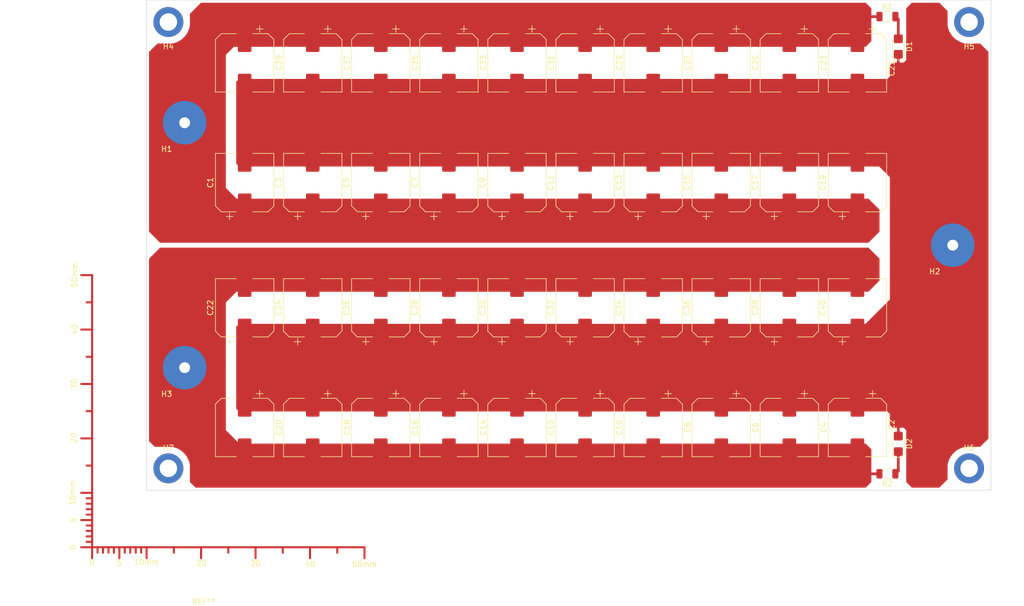
<source format=kicad_pcb>
(kicad_pcb (version 20171130) (host pcbnew "(5.1.9)-1")

  (general
    (thickness 1.6)
    (drawings 33)
    (tracks 51)
    (zones 0)
    (modules 52)
    (nets 6)
  )

  (page A4)
  (layers
    (0 F.Cu signal)
    (31 B.Cu signal)
    (33 F.Adhes user)
    (35 F.Paste user)
    (37 F.SilkS user)
    (38 B.Mask user)
    (39 F.Mask user)
    (40 Dwgs.User user)
    (41 Cmts.User user)
    (42 Eco1.User user)
    (43 Eco2.User user)
    (44 Edge.Cuts user)
    (45 Margin user)
    (46 B.CrtYd user)
    (47 F.CrtYd user)
    (49 F.Fab user)
  )

  (setup
    (last_trace_width 0.25)
    (user_trace_width 0.5)
    (trace_clearance 0.2)
    (zone_clearance 0.508)
    (zone_45_only no)
    (trace_min 0.2)
    (via_size 0.8)
    (via_drill 0.4)
    (via_min_size 0.4)
    (via_min_drill 0.3)
    (uvia_size 0.3)
    (uvia_drill 0.1)
    (uvias_allowed no)
    (uvia_min_size 0.2)
    (uvia_min_drill 0.1)
    (edge_width 0.05)
    (segment_width 0.2)
    (pcb_text_width 0.3)
    (pcb_text_size 1.5 1.5)
    (mod_edge_width 0.12)
    (mod_text_size 1 1)
    (mod_text_width 0.15)
    (pad_size 1.524 1.524)
    (pad_drill 0.762)
    (pad_to_mask_clearance 0)
    (aux_axis_origin 0 0)
    (grid_origin 45 134)
    (visible_elements 7FFFFFFF)
    (pcbplotparams
      (layerselection 0x010fc_ffffffff)
      (usegerberextensions false)
      (usegerberattributes true)
      (usegerberadvancedattributes true)
      (creategerberjobfile true)
      (excludeedgelayer true)
      (linewidth 0.100000)
      (plotframeref false)
      (viasonmask false)
      (mode 1)
      (useauxorigin false)
      (hpglpennumber 1)
      (hpglpenspeed 20)
      (hpglpendiameter 15.000000)
      (psnegative false)
      (psa4output false)
      (plotreference true)
      (plotvalue true)
      (plotinvisibletext false)
      (padsonsilk false)
      (subtractmaskfromsilk false)
      (outputformat 1)
      (mirror false)
      (drillshape 1)
      (scaleselection 1)
      (outputdirectory ""))
  )

  (net 0 "")
  (net 1 "Net-(C1-Pad2)")
  (net 2 "Net-(C1-Pad1)")
  (net 3 "Net-(C10-Pad2)")
  (net 4 "Net-(D1-Pad2)")
  (net 5 "Net-(D2-Pad1)")

  (net_class Default "This is the default net class."
    (clearance 0.2)
    (trace_width 0.25)
    (via_dia 0.8)
    (via_drill 0.4)
    (uvia_dia 0.3)
    (uvia_drill 0.1)
    (add_net "Net-(C1-Pad1)")
    (add_net "Net-(C1-Pad2)")
    (add_net "Net-(C10-Pad2)")
    (add_net "Net-(D1-Pad2)")
    (add_net "Net-(D2-Pad1)")
  )

  (module Resistor_SMD:R_1206_3216Metric (layer F.Cu) (tedit 5F68FEEE) (tstamp 6073F634)
    (at 181 131 180)
    (descr "Resistor SMD 1206 (3216 Metric), square (rectangular) end terminal, IPC_7351 nominal, (Body size source: IPC-SM-782 page 72, https://www.pcb-3d.com/wordpress/wp-content/uploads/ipc-sm-782a_amendment_1_and_2.pdf), generated with kicad-footprint-generator")
    (tags resistor)
    (path /607643DE)
    (attr smd)
    (fp_text reference R2 (at 0 -1.82) (layer F.SilkS)
      (effects (font (size 1 1) (thickness 0.15)))
    )
    (fp_text value 4K7 (at 0 1.82) (layer F.Fab)
      (effects (font (size 1 1) (thickness 0.15)))
    )
    (fp_line (start -1.6 0.8) (end -1.6 -0.8) (layer F.Fab) (width 0.1))
    (fp_line (start -1.6 -0.8) (end 1.6 -0.8) (layer F.Fab) (width 0.1))
    (fp_line (start 1.6 -0.8) (end 1.6 0.8) (layer F.Fab) (width 0.1))
    (fp_line (start 1.6 0.8) (end -1.6 0.8) (layer F.Fab) (width 0.1))
    (fp_line (start -0.727064 -0.91) (end 0.727064 -0.91) (layer F.SilkS) (width 0.12))
    (fp_line (start -0.727064 0.91) (end 0.727064 0.91) (layer F.SilkS) (width 0.12))
    (fp_line (start -2.28 1.12) (end -2.28 -1.12) (layer F.CrtYd) (width 0.05))
    (fp_line (start -2.28 -1.12) (end 2.28 -1.12) (layer F.CrtYd) (width 0.05))
    (fp_line (start 2.28 -1.12) (end 2.28 1.12) (layer F.CrtYd) (width 0.05))
    (fp_line (start 2.28 1.12) (end -2.28 1.12) (layer F.CrtYd) (width 0.05))
    (fp_text user %R (at 0 0) (layer F.Fab)
      (effects (font (size 0.8 0.8) (thickness 0.12)))
    )
    (pad 2 smd roundrect (at 1.4625 0 180) (size 1.125 1.75) (layers F.Cu F.Paste F.Mask) (roundrect_rratio 0.222222)
      (net 3 "Net-(C10-Pad2)"))
    (pad 1 smd roundrect (at -1.4625 0 180) (size 1.125 1.75) (layers F.Cu F.Paste F.Mask) (roundrect_rratio 0.222222)
      (net 5 "Net-(D2-Pad1)"))
    (model ${KISYS3DMOD}/Resistor_SMD.3dshapes/R_1206_3216Metric.wrl
      (at (xyz 0 0 0))
      (scale (xyz 1 1 1))
      (rotate (xyz 0 0 0))
    )
  )

  (module Resistor_SMD:R_1206_3216Metric (layer F.Cu) (tedit 5F68FEEE) (tstamp 6073F46F)
    (at 181 47)
    (descr "Resistor SMD 1206 (3216 Metric), square (rectangular) end terminal, IPC_7351 nominal, (Body size source: IPC-SM-782 page 72, https://www.pcb-3d.com/wordpress/wp-content/uploads/ipc-sm-782a_amendment_1_and_2.pdf), generated with kicad-footprint-generator")
    (tags resistor)
    (path /6075D083)
    (attr smd)
    (fp_text reference R1 (at 0 -1.82) (layer F.SilkS)
      (effects (font (size 1 1) (thickness 0.15)))
    )
    (fp_text value 4K7 (at 0 1.82) (layer F.Fab)
      (effects (font (size 1 1) (thickness 0.15)))
    )
    (fp_line (start -1.6 0.8) (end -1.6 -0.8) (layer F.Fab) (width 0.1))
    (fp_line (start -1.6 -0.8) (end 1.6 -0.8) (layer F.Fab) (width 0.1))
    (fp_line (start 1.6 -0.8) (end 1.6 0.8) (layer F.Fab) (width 0.1))
    (fp_line (start 1.6 0.8) (end -1.6 0.8) (layer F.Fab) (width 0.1))
    (fp_line (start -0.727064 -0.91) (end 0.727064 -0.91) (layer F.SilkS) (width 0.12))
    (fp_line (start -0.727064 0.91) (end 0.727064 0.91) (layer F.SilkS) (width 0.12))
    (fp_line (start -2.28 1.12) (end -2.28 -1.12) (layer F.CrtYd) (width 0.05))
    (fp_line (start -2.28 -1.12) (end 2.28 -1.12) (layer F.CrtYd) (width 0.05))
    (fp_line (start 2.28 -1.12) (end 2.28 1.12) (layer F.CrtYd) (width 0.05))
    (fp_line (start 2.28 1.12) (end -2.28 1.12) (layer F.CrtYd) (width 0.05))
    (fp_text user %R (at 0 0) (layer F.Fab)
      (effects (font (size 0.8 0.8) (thickness 0.12)))
    )
    (pad 2 smd roundrect (at 1.4625 0) (size 1.125 1.75) (layers F.Cu F.Paste F.Mask) (roundrect_rratio 0.222222)
      (net 4 "Net-(D1-Pad2)"))
    (pad 1 smd roundrect (at -1.4625 0) (size 1.125 1.75) (layers F.Cu F.Paste F.Mask) (roundrect_rratio 0.222222)
      (net 2 "Net-(C1-Pad1)"))
    (model ${KISYS3DMOD}/Resistor_SMD.3dshapes/R_1206_3216Metric.wrl
      (at (xyz 0 0 0))
      (scale (xyz 1 1 1))
      (rotate (xyz 0 0 0))
    )
  )

  (module LED_SMD:LED_1206_3216Metric_Castellated (layer F.Cu) (tedit 5F68FEF1) (tstamp 6073F43B)
    (at 183 125.5 90)
    (descr "LED SMD 1206 (3216 Metric), castellated end terminal, IPC_7351 nominal, (Body size source: http://www.tortai-tech.com/upload/download/2011102023233369053.pdf), generated with kicad-footprint-generator")
    (tags "LED castellated")
    (path /607986ED)
    (attr smd)
    (fp_text reference D2 (at 0 2 90) (layer F.SilkS)
      (effects (font (size 1 1) (thickness 0.15)))
    )
    (fp_text value LED (at 0 1.78 90) (layer F.Fab)
      (effects (font (size 1 1) (thickness 0.15)))
    )
    (fp_line (start 1.6 -0.8) (end -1.2 -0.8) (layer F.Fab) (width 0.1))
    (fp_line (start -1.2 -0.8) (end -1.6 -0.4) (layer F.Fab) (width 0.1))
    (fp_line (start -1.6 -0.4) (end -1.6 0.8) (layer F.Fab) (width 0.1))
    (fp_line (start -1.6 0.8) (end 1.6 0.8) (layer F.Fab) (width 0.1))
    (fp_line (start 1.6 0.8) (end 1.6 -0.8) (layer F.Fab) (width 0.1))
    (fp_line (start 1.6 -1.085) (end -2.485 -1.085) (layer F.SilkS) (width 0.12))
    (fp_line (start -2.485 -1.085) (end -2.485 1.085) (layer F.SilkS) (width 0.12))
    (fp_line (start -2.485 1.085) (end 1.6 1.085) (layer F.SilkS) (width 0.12))
    (fp_line (start -2.48 1.08) (end -2.48 -1.08) (layer F.CrtYd) (width 0.05))
    (fp_line (start -2.48 -1.08) (end 2.48 -1.08) (layer F.CrtYd) (width 0.05))
    (fp_line (start 2.48 -1.08) (end 2.48 1.08) (layer F.CrtYd) (width 0.05))
    (fp_line (start 2.48 1.08) (end -2.48 1.08) (layer F.CrtYd) (width 0.05))
    (fp_text user %R (at -0.49 2.68 90) (layer F.Fab)
      (effects (font (size 0.8 0.8) (thickness 0.12)))
    )
    (pad 2 smd roundrect (at 1.425 0 90) (size 1.6 1.65) (layers F.Cu F.Paste F.Mask) (roundrect_rratio 0.15625)
      (net 1 "Net-(C1-Pad2)"))
    (pad 1 smd roundrect (at -1.425 0 90) (size 1.6 1.65) (layers F.Cu F.Paste F.Mask) (roundrect_rratio 0.15625)
      (net 5 "Net-(D2-Pad1)"))
    (model ${KISYS3DMOD}/LED_SMD.3dshapes/LED_1206_3216Metric_Castellated.wrl
      (at (xyz 0 0 0))
      (scale (xyz 1 1 1))
      (rotate (xyz 0 0 0))
    )
  )

  (module LED_SMD:LED_1206_3216Metric_Castellated (layer F.Cu) (tedit 5F68FEF1) (tstamp 6073F600)
    (at 183 52.5 90)
    (descr "LED SMD 1206 (3216 Metric), castellated end terminal, IPC_7351 nominal, (Body size source: http://www.tortai-tech.com/upload/download/2011102023233369053.pdf), generated with kicad-footprint-generator")
    (tags "LED castellated")
    (path /6076A0C3)
    (attr smd)
    (fp_text reference D1 (at 0 2 90) (layer F.SilkS)
      (effects (font (size 1 1) (thickness 0.15)))
    )
    (fp_text value LED (at 0 1.78 90) (layer F.Fab)
      (effects (font (size 1 1) (thickness 0.15)))
    )
    (fp_line (start 1.6 -0.8) (end -1.2 -0.8) (layer F.Fab) (width 0.1))
    (fp_line (start -1.2 -0.8) (end -1.6 -0.4) (layer F.Fab) (width 0.1))
    (fp_line (start -1.6 -0.4) (end -1.6 0.8) (layer F.Fab) (width 0.1))
    (fp_line (start -1.6 0.8) (end 1.6 0.8) (layer F.Fab) (width 0.1))
    (fp_line (start 1.6 0.8) (end 1.6 -0.8) (layer F.Fab) (width 0.1))
    (fp_line (start 1.6 -1.085) (end -2.485 -1.085) (layer F.SilkS) (width 0.12))
    (fp_line (start -2.485 -1.085) (end -2.485 1.085) (layer F.SilkS) (width 0.12))
    (fp_line (start -2.485 1.085) (end 1.6 1.085) (layer F.SilkS) (width 0.12))
    (fp_line (start -2.48 1.08) (end -2.48 -1.08) (layer F.CrtYd) (width 0.05))
    (fp_line (start -2.48 -1.08) (end 2.48 -1.08) (layer F.CrtYd) (width 0.05))
    (fp_line (start 2.48 -1.08) (end 2.48 1.08) (layer F.CrtYd) (width 0.05))
    (fp_line (start 2.48 1.08) (end -2.48 1.08) (layer F.CrtYd) (width 0.05))
    (fp_text user %R (at 0 0 90) (layer F.Fab)
      (effects (font (size 0.8 0.8) (thickness 0.12)))
    )
    (pad 2 smd roundrect (at 1.425 0 90) (size 1.6 1.65) (layers F.Cu F.Paste F.Mask) (roundrect_rratio 0.15625)
      (net 4 "Net-(D1-Pad2)"))
    (pad 1 smd roundrect (at -1.425 0 90) (size 1.6 1.65) (layers F.Cu F.Paste F.Mask) (roundrect_rratio 0.15625)
      (net 1 "Net-(C1-Pad2)"))
    (model ${KISYS3DMOD}/LED_SMD.3dshapes/LED_1206_3216Metric_Castellated.wrl
      (at (xyz 0 0 0))
      (scale (xyz 1 1 1))
      (rotate (xyz 0 0 0))
    )
  )

  (module Calibration_Scale:Gauge_50mm_Type2_CopperTop (layer F.Cu) (tedit 0) (tstamp 6072E1DE)
    (at 35 144.5)
    (descr "Gauge, Massstab, 50mm, CopperTop, Type 2,")
    (tags "Gauge Massstab 50mm CopperTop Type 2")
    (attr virtual)
    (fp_text reference REF** (at 20.50034 9.99998) (layer F.SilkS)
      (effects (font (size 1 1) (thickness 0.15)))
    )
    (fp_text value Gauge_50mm_Type2_CopperTop (at 24.00046 6.4008) (layer F.Fab)
      (effects (font (size 1 1) (thickness 0.15)))
    )
    (fp_line (start 9.99998 0) (end 9.99998 1.99898) (layer F.Cu) (width 0.381))
    (fp_line (start 0 0) (end 9.99998 0) (layer F.Cu) (width 0.381))
    (fp_line (start 0 0) (end 0 1.99898) (layer F.Cu) (width 0.381))
    (fp_line (start 5.00126 0) (end 5.00126 1.99898) (layer F.Cu) (width 0.381))
    (fp_line (start 1.00076 0) (end 1.00076 1.00076) (layer F.Cu) (width 0.381))
    (fp_line (start 1.99898 0) (end 1.99898 1.00076) (layer F.Cu) (width 0.381))
    (fp_line (start 2.99974 0) (end 2.99974 1.00076) (layer F.Cu) (width 0.381))
    (fp_line (start 4.0005 0) (end 4.0005 1.00076) (layer F.Cu) (width 0.381))
    (fp_line (start 5.99948 0) (end 5.99948 1.00076) (layer F.Cu) (width 0.381))
    (fp_line (start 7.00024 0) (end 7.00024 1.00076) (layer F.Cu) (width 0.381))
    (fp_line (start 8.001 0) (end 8.001 1.00076) (layer F.Cu) (width 0.381))
    (fp_line (start 8.99922 0) (end 8.99922 1.00076) (layer F.Cu) (width 0.381))
    (fp_line (start 15.00124 0) (end 15.00124 1.00076) (layer F.Cu) (width 0.381))
    (fp_line (start 19.99996 0) (end 19.99996 1.99898) (layer F.Cu) (width 0.381))
    (fp_line (start 25.00122 0) (end 25.00122 1.00076) (layer F.Cu) (width 0.381))
    (fp_line (start 29.99994 0) (end 29.99994 1.99898) (layer F.Cu) (width 0.381))
    (fp_line (start 35.0012 0) (end 35.0012 1.00076) (layer F.Cu) (width 0.381))
    (fp_line (start 39.99992 0) (end 39.99992 1.99898) (layer F.Cu) (width 0.381))
    (fp_line (start 45.00118 0) (end 45.00118 1.00076) (layer F.Cu) (width 0.381))
    (fp_line (start 49.9999 0) (end 49.9999 1.99898) (layer F.Cu) (width 0.381))
    (fp_line (start 9.99998 0) (end 49.9999 0) (layer F.Cu) (width 0.381))
    (fp_line (start 0 0) (end 0 -49.9999) (layer F.Cu) (width 0.381))
    (fp_line (start 0 -49.9999) (end -1.99898 -49.9999) (layer F.Cu) (width 0.381))
    (fp_line (start 0 0) (end -1.99898 0) (layer F.Cu) (width 0.381))
    (fp_line (start 0 -5.00126) (end -1.99898 -5.00126) (layer F.Cu) (width 0.381))
    (fp_line (start 0 -1.00076) (end -1.00076 -1.00076) (layer F.Cu) (width 0.381))
    (fp_line (start 0 -1.99898) (end -1.00076 -1.99898) (layer F.Cu) (width 0.381))
    (fp_line (start 0 -2.99974) (end -1.00076 -2.99974) (layer F.Cu) (width 0.381))
    (fp_line (start 0 -4.0005) (end -1.00076 -4.0005) (layer F.Cu) (width 0.381))
    (fp_line (start 0 -9.99998) (end -1.99898 -9.99998) (layer F.Cu) (width 0.381))
    (fp_line (start 0 -5.99948) (end -1.00076 -5.99948) (layer F.Cu) (width 0.381))
    (fp_line (start 0 -7.00024) (end -1.00076 -7.00024) (layer F.Cu) (width 0.381))
    (fp_line (start 0 -8.001) (end -1.00076 -8.001) (layer F.Cu) (width 0.381))
    (fp_line (start 0 -8.99922) (end -1.00076 -8.99922) (layer F.Cu) (width 0.381))
    (fp_line (start 0 -15.00124) (end -1.00076 -15.00124) (layer F.Cu) (width 0.381))
    (fp_line (start 0 -19.99996) (end -1.99898 -19.99996) (layer F.Cu) (width 0.381))
    (fp_line (start 0 -25.00122) (end -1.00076 -25.00122) (layer F.Cu) (width 0.381))
    (fp_line (start 0 -29.99994) (end -1.99898 -29.99994) (layer F.Cu) (width 0.381))
    (fp_line (start 0 -35.0012) (end -1.00076 -35.0012) (layer F.Cu) (width 0.381))
    (fp_line (start 0 -39.99992) (end -1.99898 -39.99992) (layer F.Cu) (width 0.381))
    (fp_line (start 0 -45.00118) (end -1.00076 -45.00118) (layer F.Cu) (width 0.381))
    (fp_text user 10mm (at 9.99998 2.70002) (layer F.SilkS)
      (effects (font (size 1 1) (thickness 0.15)))
    )
    (fp_text user 0 (at 0 2.79908) (layer F.SilkS)
      (effects (font (size 1 1) (thickness 0.15)))
    )
    (fp_text user 5 (at 4.99872 2.90068) (layer F.SilkS)
      (effects (font (size 1 1) (thickness 0.15)))
    )
    (fp_text user 20 (at 20.09902 2.90068) (layer F.SilkS)
      (effects (font (size 1 1) (thickness 0.15)))
    )
    (fp_text user 30 (at 29.99994 2.99974) (layer F.SilkS)
      (effects (font (size 1 1) (thickness 0.15)))
    )
    (fp_text user 40 (at 39.99992 3.10134) (layer F.SilkS)
      (effects (font (size 1 1) (thickness 0.15)))
    )
    (fp_text user 50mm (at 49.9999 3.10134) (layer F.SilkS)
      (effects (font (size 1 1) (thickness 0.15)))
    )
    (fp_text user 50mm (at -3.19786 -50.00244 90) (layer F.SilkS)
      (effects (font (size 1 1) (thickness 0.15)))
    )
    (fp_text user 40 (at -3.19786 -40.00246 90) (layer F.SilkS)
      (effects (font (size 1 1) (thickness 0.15)))
    )
    (fp_text user 30 (at -3.29946 -30.00248 90) (layer F.SilkS)
      (effects (font (size 1 1) (thickness 0.15)))
    )
    (fp_text user 20 (at -3.39852 -20.10156 90) (layer F.SilkS)
      (effects (font (size 1 1) (thickness 0.15)))
    )
    (fp_text user 5 (at -3.39852 -5.00126 90) (layer F.SilkS)
      (effects (font (size 1 1) (thickness 0.15)))
    )
    (fp_text user 0 (at -3.50012 -0.00254 90) (layer F.SilkS)
      (effects (font (size 1 1) (thickness 0.15)))
    )
    (fp_text user 10mm (at -3.59918 -10.00252 90) (layer F.SilkS)
      (effects (font (size 1 1) (thickness 0.15)))
    )
    (fp_text user %R (at 20.50034 9.99998) (layer F.Fab)
      (effects (font (size 1 1) (thickness 0.15)))
    )
  )

  (module MountingHole:MountingHole_3.2mm_M3_ISO14580_Pad (layer F.Cu) (tedit 56D1B4CB) (tstamp 6072D0C3)
    (at 49 130)
    (descr "Mounting Hole 3.2mm, M3, ISO14580")
    (tags "mounting hole 3.2mm m3 iso14580")
    (path /607EE387)
    (attr virtual)
    (fp_text reference H7 (at 0 -3.75) (layer F.SilkS)
      (effects (font (size 1 1) (thickness 0.15)))
    )
    (fp_text value MountingHole (at 0 3.75) (layer F.Fab)
      (effects (font (size 1 1) (thickness 0.15)))
    )
    (fp_circle (center 0 0) (end 3 0) (layer F.CrtYd) (width 0.05))
    (fp_circle (center 0 0) (end 2.75 0) (layer Cmts.User) (width 0.15))
    (fp_text user %R (at 0.3 0) (layer F.Fab)
      (effects (font (size 1 1) (thickness 0.15)))
    )
    (pad 1 thru_hole circle (at 0 0) (size 5.5 5.5) (drill 3.2) (layers *.Cu *.Mask))
  )

  (module MountingHole:MountingHole_3.2mm_M3_ISO14580_Pad (layer F.Cu) (tedit 56D1B4CB) (tstamp 6073E74A)
    (at 196 130)
    (descr "Mounting Hole 3.2mm, M3, ISO14580")
    (tags "mounting hole 3.2mm m3 iso14580")
    (path /607EE381)
    (attr virtual)
    (fp_text reference H6 (at 0 -3.75) (layer F.SilkS)
      (effects (font (size 1 1) (thickness 0.15)))
    )
    (fp_text value MountingHole (at 0 3.75) (layer F.Fab)
      (effects (font (size 1 1) (thickness 0.15)))
    )
    (fp_circle (center 0 0) (end 3 0) (layer F.CrtYd) (width 0.05))
    (fp_circle (center 0 0) (end 2.75 0) (layer Cmts.User) (width 0.15))
    (fp_text user %R (at 0.3 0) (layer F.Fab)
      (effects (font (size 1 1) (thickness 0.15)))
    )
    (pad 1 thru_hole circle (at 0 0) (size 5.5 5.5) (drill 3.2) (layers *.Cu *.Mask))
  )

  (module MountingHole:MountingHole_3.2mm_M3_ISO14580_Pad (layer F.Cu) (tedit 56D1B4CB) (tstamp 6072D0B3)
    (at 196 48)
    (descr "Mounting Hole 3.2mm, M3, ISO14580")
    (tags "mounting hole 3.2mm m3 iso14580")
    (path /607E8608)
    (attr virtual)
    (fp_text reference H5 (at 0 4.5) (layer F.SilkS)
      (effects (font (size 1 1) (thickness 0.15)))
    )
    (fp_text value MountingHole (at 0 3.75) (layer F.Fab)
      (effects (font (size 1 1) (thickness 0.15)))
    )
    (fp_circle (center 0 0) (end 3 0) (layer F.CrtYd) (width 0.05))
    (fp_circle (center 0 0) (end 2.75 0) (layer Cmts.User) (width 0.15))
    (fp_text user %R (at 0.3 0) (layer F.Fab)
      (effects (font (size 1 1) (thickness 0.15)))
    )
    (pad 1 thru_hole circle (at 0 0) (size 5.5 5.5) (drill 3.2) (layers *.Cu *.Mask))
  )

  (module MountingHole:MountingHole_3.2mm_M3_ISO14580_Pad (layer F.Cu) (tedit 56D1B4CB) (tstamp 6072D0AB)
    (at 49 48)
    (descr "Mounting Hole 3.2mm, M3, ISO14580")
    (tags "mounting hole 3.2mm m3 iso14580")
    (path /607D0791)
    (attr virtual)
    (fp_text reference H4 (at 0 4.5) (layer F.SilkS)
      (effects (font (size 1 1) (thickness 0.15)))
    )
    (fp_text value MountingHole (at 0 3.75) (layer F.Fab)
      (effects (font (size 1 1) (thickness 0.15)))
    )
    (fp_circle (center 0 0) (end 3 0) (layer F.CrtYd) (width 0.05))
    (fp_circle (center 0 0) (end 2.75 0) (layer Cmts.User) (width 0.15))
    (fp_text user %R (at 0.3 0) (layer F.Fab)
      (effects (font (size 1 1) (thickness 0.15)))
    )
    (pad 1 thru_hole circle (at 0 0) (size 5.5 5.5) (drill 3.2) (layers *.Cu *.Mask))
  )

  (module Bidirectional_Active_Rectifier:SMD_REDCUBE_M4 (layer F.Cu) (tedit 607268B9) (tstamp 6073F658)
    (at 52 111.5)
    (path /60816F45)
    (fp_text reference H3 (at -3.32 4.83) (layer F.SilkS)
      (effects (font (size 1 1) (thickness 0.15)))
    )
    (fp_text value MountingHole_Pad (at -6.36 -6.35) (layer F.Fab)
      (effects (font (size 1 1) (thickness 0.15)))
    )
    (pad 1 thru_hole circle (at -0.01 0) (size 8 8) (drill 2) (layers *.Cu *.Mask)
      (net 3 "Net-(C10-Pad2)"))
  )

  (module Bidirectional_Active_Rectifier:SMD_REDCUBE_M4 (layer F.Cu) (tedit 607268B9) (tstamp 60740759)
    (at 193.01 89)
    (path /60811C4C)
    (fp_text reference H2 (at -3.32 4.83) (layer F.SilkS)
      (effects (font (size 1 1) (thickness 0.15)))
    )
    (fp_text value MountingHole_Pad (at -4.39 -5.73) (layer F.Fab)
      (effects (font (size 1 1) (thickness 0.15)))
    )
    (pad 1 thru_hole circle (at -0.01 0) (size 8 8) (drill 2) (layers *.Cu *.Mask)
      (net 1 "Net-(C1-Pad2)"))
  )

  (module Bidirectional_Active_Rectifier:SMD_REDCUBE_M4 (layer F.Cu) (tedit 607268B9) (tstamp 6074074D)
    (at 52 66.5)
    (path /607F9D64)
    (fp_text reference H1 (at -3.32 4.83) (layer F.SilkS)
      (effects (font (size 1 1) (thickness 0.15)))
    )
    (fp_text value MountingHole_Pad (at -4.39 -5.73) (layer F.Fab)
      (effects (font (size 1 1) (thickness 0.15)))
    )
    (pad 1 thru_hole circle (at -0.01 0) (size 8 8) (drill 2) (layers *.Cu *.Mask)
      (net 2 "Net-(C1-Pad1)"))
  )

  (module Capacitor_SMD:CP_Elec_10x10.5 (layer F.Cu) (tedit 5BCA39D1) (tstamp 607406FB)
    (at 175.5 100.5 90)
    (descr "SMD capacitor, aluminum electrolytic, Vishay 1010, 10.0x10.5mm, http://www.vishay.com/docs/28395/150crz.pdf")
    (tags "capacitor electrolytic")
    (path /60747F04)
    (attr smd)
    (fp_text reference C40 (at 0 -6.3 90) (layer F.SilkS)
      (effects (font (size 1 1) (thickness 0.15)))
    )
    (fp_text value "470 uF" (at 0 6.3 90) (layer F.Fab)
      (effects (font (size 1 1) (thickness 0.15)))
    )
    (fp_line (start -6.65 1.5) (end -5.5 1.5) (layer F.CrtYd) (width 0.05))
    (fp_line (start -6.65 -1.5) (end -6.65 1.5) (layer F.CrtYd) (width 0.05))
    (fp_line (start -5.5 -1.5) (end -6.65 -1.5) (layer F.CrtYd) (width 0.05))
    (fp_line (start -5.5 1.5) (end -5.5 4.35) (layer F.CrtYd) (width 0.05))
    (fp_line (start -5.5 -4.35) (end -5.5 -1.5) (layer F.CrtYd) (width 0.05))
    (fp_line (start -5.5 -4.35) (end -4.35 -5.5) (layer F.CrtYd) (width 0.05))
    (fp_line (start -5.5 4.35) (end -4.35 5.5) (layer F.CrtYd) (width 0.05))
    (fp_line (start -4.35 -5.5) (end 5.5 -5.5) (layer F.CrtYd) (width 0.05))
    (fp_line (start -4.35 5.5) (end 5.5 5.5) (layer F.CrtYd) (width 0.05))
    (fp_line (start 5.5 1.5) (end 5.5 5.5) (layer F.CrtYd) (width 0.05))
    (fp_line (start 6.65 1.5) (end 5.5 1.5) (layer F.CrtYd) (width 0.05))
    (fp_line (start 6.65 -1.5) (end 6.65 1.5) (layer F.CrtYd) (width 0.05))
    (fp_line (start 5.5 -1.5) (end 6.65 -1.5) (layer F.CrtYd) (width 0.05))
    (fp_line (start 5.5 -5.5) (end 5.5 -1.5) (layer F.CrtYd) (width 0.05))
    (fp_line (start -6.225 -3.385) (end -6.225 -2.135) (layer F.SilkS) (width 0.12))
    (fp_line (start -6.85 -2.76) (end -5.6 -2.76) (layer F.SilkS) (width 0.12))
    (fp_line (start -5.36 4.295563) (end -4.295563 5.36) (layer F.SilkS) (width 0.12))
    (fp_line (start -5.36 -4.295563) (end -4.295563 -5.36) (layer F.SilkS) (width 0.12))
    (fp_line (start -5.36 -4.295563) (end -5.36 -1.51) (layer F.SilkS) (width 0.12))
    (fp_line (start -5.36 4.295563) (end -5.36 1.51) (layer F.SilkS) (width 0.12))
    (fp_line (start -4.295563 5.36) (end 5.36 5.36) (layer F.SilkS) (width 0.12))
    (fp_line (start -4.295563 -5.36) (end 5.36 -5.36) (layer F.SilkS) (width 0.12))
    (fp_line (start 5.36 -5.36) (end 5.36 -1.51) (layer F.SilkS) (width 0.12))
    (fp_line (start 5.36 5.36) (end 5.36 1.51) (layer F.SilkS) (width 0.12))
    (fp_line (start -4.058325 -2.2) (end -4.058325 -1.2) (layer F.Fab) (width 0.1))
    (fp_line (start -4.558325 -1.7) (end -3.558325 -1.7) (layer F.Fab) (width 0.1))
    (fp_line (start -5.25 4.25) (end -4.25 5.25) (layer F.Fab) (width 0.1))
    (fp_line (start -5.25 -4.25) (end -4.25 -5.25) (layer F.Fab) (width 0.1))
    (fp_line (start -5.25 -4.25) (end -5.25 4.25) (layer F.Fab) (width 0.1))
    (fp_line (start -4.25 5.25) (end 5.25 5.25) (layer F.Fab) (width 0.1))
    (fp_line (start -4.25 -5.25) (end 5.25 -5.25) (layer F.Fab) (width 0.1))
    (fp_line (start 5.25 -5.25) (end 5.25 5.25) (layer F.Fab) (width 0.1))
    (fp_circle (center 0 0) (end 5 0) (layer F.Fab) (width 0.1))
    (fp_text user %R (at 0 0 90) (layer F.Fab)
      (effects (font (size 1 1) (thickness 0.15)))
    )
    (pad 2 smd roundrect (at 4.2 0 90) (size 4.4 2.5) (layers F.Cu F.Paste F.Mask) (roundrect_rratio 0.1)
      (net 3 "Net-(C10-Pad2)"))
    (pad 1 smd roundrect (at -4.2 0 90) (size 4.4 2.5) (layers F.Cu F.Paste F.Mask) (roundrect_rratio 0.1)
      (net 1 "Net-(C1-Pad2)"))
    (model ${KISYS3DMOD}/Capacitor_SMD.3dshapes/CP_Elec_10x10.5.wrl
      (at (xyz 0 0 0))
      (scale (xyz 1 1 1))
      (rotate (xyz 0 0 0))
    )
  )

  (module Capacitor_SMD:CP_Elec_10x10.5 (layer F.Cu) (tedit 5BCA39D1) (tstamp 6073F85B)
    (at 63 55.5 270)
    (descr "SMD capacitor, aluminum electrolytic, Vishay 1010, 10.0x10.5mm, http://www.vishay.com/docs/28395/150crz.pdf")
    (tags "capacitor electrolytic")
    (path /60741C4C)
    (attr smd)
    (fp_text reference C39 (at 0 -6.3 90) (layer F.SilkS)
      (effects (font (size 1 1) (thickness 0.15)))
    )
    (fp_text value "470 uF" (at 0 6.3 90) (layer F.Fab)
      (effects (font (size 1 1) (thickness 0.15)))
    )
    (fp_line (start -6.65 1.5) (end -5.5 1.5) (layer F.CrtYd) (width 0.05))
    (fp_line (start -6.65 -1.5) (end -6.65 1.5) (layer F.CrtYd) (width 0.05))
    (fp_line (start -5.5 -1.5) (end -6.65 -1.5) (layer F.CrtYd) (width 0.05))
    (fp_line (start -5.5 1.5) (end -5.5 4.35) (layer F.CrtYd) (width 0.05))
    (fp_line (start -5.5 -4.35) (end -5.5 -1.5) (layer F.CrtYd) (width 0.05))
    (fp_line (start -5.5 -4.35) (end -4.35 -5.5) (layer F.CrtYd) (width 0.05))
    (fp_line (start -5.5 4.35) (end -4.35 5.5) (layer F.CrtYd) (width 0.05))
    (fp_line (start -4.35 -5.5) (end 5.5 -5.5) (layer F.CrtYd) (width 0.05))
    (fp_line (start -4.35 5.5) (end 5.5 5.5) (layer F.CrtYd) (width 0.05))
    (fp_line (start 5.5 1.5) (end 5.5 5.5) (layer F.CrtYd) (width 0.05))
    (fp_line (start 6.65 1.5) (end 5.5 1.5) (layer F.CrtYd) (width 0.05))
    (fp_line (start 6.65 -1.5) (end 6.65 1.5) (layer F.CrtYd) (width 0.05))
    (fp_line (start 5.5 -1.5) (end 6.65 -1.5) (layer F.CrtYd) (width 0.05))
    (fp_line (start 5.5 -5.5) (end 5.5 -1.5) (layer F.CrtYd) (width 0.05))
    (fp_line (start -6.225 -3.385) (end -6.225 -2.135) (layer F.SilkS) (width 0.12))
    (fp_line (start -6.85 -2.76) (end -5.6 -2.76) (layer F.SilkS) (width 0.12))
    (fp_line (start -5.36 4.295563) (end -4.295563 5.36) (layer F.SilkS) (width 0.12))
    (fp_line (start -5.36 -4.295563) (end -4.295563 -5.36) (layer F.SilkS) (width 0.12))
    (fp_line (start -5.36 -4.295563) (end -5.36 -1.51) (layer F.SilkS) (width 0.12))
    (fp_line (start -5.36 4.295563) (end -5.36 1.51) (layer F.SilkS) (width 0.12))
    (fp_line (start -4.295563 5.36) (end 5.36 5.36) (layer F.SilkS) (width 0.12))
    (fp_line (start -4.295563 -5.36) (end 5.36 -5.36) (layer F.SilkS) (width 0.12))
    (fp_line (start 5.36 -5.36) (end 5.36 -1.51) (layer F.SilkS) (width 0.12))
    (fp_line (start 5.36 5.36) (end 5.36 1.51) (layer F.SilkS) (width 0.12))
    (fp_line (start -4.058325 -2.2) (end -4.058325 -1.2) (layer F.Fab) (width 0.1))
    (fp_line (start -4.558325 -1.7) (end -3.558325 -1.7) (layer F.Fab) (width 0.1))
    (fp_line (start -5.25 4.25) (end -4.25 5.25) (layer F.Fab) (width 0.1))
    (fp_line (start -5.25 -4.25) (end -4.25 -5.25) (layer F.Fab) (width 0.1))
    (fp_line (start -5.25 -4.25) (end -5.25 4.25) (layer F.Fab) (width 0.1))
    (fp_line (start -4.25 5.25) (end 5.25 5.25) (layer F.Fab) (width 0.1))
    (fp_line (start -4.25 -5.25) (end 5.25 -5.25) (layer F.Fab) (width 0.1))
    (fp_line (start 5.25 -5.25) (end 5.25 5.25) (layer F.Fab) (width 0.1))
    (fp_circle (center 0 0) (end 5 0) (layer F.Fab) (width 0.1))
    (fp_text user %R (at 0 0 90) (layer F.Fab)
      (effects (font (size 1 1) (thickness 0.15)))
    )
    (pad 2 smd roundrect (at 4.2 0 270) (size 4.4 2.5) (layers F.Cu F.Paste F.Mask) (roundrect_rratio 0.1)
      (net 1 "Net-(C1-Pad2)"))
    (pad 1 smd roundrect (at -4.2 0 270) (size 4.4 2.5) (layers F.Cu F.Paste F.Mask) (roundrect_rratio 0.1)
      (net 2 "Net-(C1-Pad1)"))
    (model ${KISYS3DMOD}/Capacitor_SMD.3dshapes/CP_Elec_10x10.5.wrl
      (at (xyz 0 0 0))
      (scale (xyz 1 1 1))
      (rotate (xyz 0 0 0))
    )
  )

  (module Capacitor_SMD:CP_Elec_10x10.5 (layer F.Cu) (tedit 5BCA39D1) (tstamp 60740269)
    (at 163 100.5 90)
    (descr "SMD capacitor, aluminum electrolytic, Vishay 1010, 10.0x10.5mm, http://www.vishay.com/docs/28395/150crz.pdf")
    (tags "capacitor electrolytic")
    (path /60747EFD)
    (attr smd)
    (fp_text reference C38 (at 0 -6.3 90) (layer F.SilkS)
      (effects (font (size 1 1) (thickness 0.15)))
    )
    (fp_text value "470 uF" (at 0 6.3 90) (layer F.Fab)
      (effects (font (size 1 1) (thickness 0.15)))
    )
    (fp_line (start -6.65 1.5) (end -5.5 1.5) (layer F.CrtYd) (width 0.05))
    (fp_line (start -6.65 -1.5) (end -6.65 1.5) (layer F.CrtYd) (width 0.05))
    (fp_line (start -5.5 -1.5) (end -6.65 -1.5) (layer F.CrtYd) (width 0.05))
    (fp_line (start -5.5 1.5) (end -5.5 4.35) (layer F.CrtYd) (width 0.05))
    (fp_line (start -5.5 -4.35) (end -5.5 -1.5) (layer F.CrtYd) (width 0.05))
    (fp_line (start -5.5 -4.35) (end -4.35 -5.5) (layer F.CrtYd) (width 0.05))
    (fp_line (start -5.5 4.35) (end -4.35 5.5) (layer F.CrtYd) (width 0.05))
    (fp_line (start -4.35 -5.5) (end 5.5 -5.5) (layer F.CrtYd) (width 0.05))
    (fp_line (start -4.35 5.5) (end 5.5 5.5) (layer F.CrtYd) (width 0.05))
    (fp_line (start 5.5 1.5) (end 5.5 5.5) (layer F.CrtYd) (width 0.05))
    (fp_line (start 6.65 1.5) (end 5.5 1.5) (layer F.CrtYd) (width 0.05))
    (fp_line (start 6.65 -1.5) (end 6.65 1.5) (layer F.CrtYd) (width 0.05))
    (fp_line (start 5.5 -1.5) (end 6.65 -1.5) (layer F.CrtYd) (width 0.05))
    (fp_line (start 5.5 -5.5) (end 5.5 -1.5) (layer F.CrtYd) (width 0.05))
    (fp_line (start -6.225 -3.385) (end -6.225 -2.135) (layer F.SilkS) (width 0.12))
    (fp_line (start -6.85 -2.76) (end -5.6 -2.76) (layer F.SilkS) (width 0.12))
    (fp_line (start -5.36 4.295563) (end -4.295563 5.36) (layer F.SilkS) (width 0.12))
    (fp_line (start -5.36 -4.295563) (end -4.295563 -5.36) (layer F.SilkS) (width 0.12))
    (fp_line (start -5.36 -4.295563) (end -5.36 -1.51) (layer F.SilkS) (width 0.12))
    (fp_line (start -5.36 4.295563) (end -5.36 1.51) (layer F.SilkS) (width 0.12))
    (fp_line (start -4.295563 5.36) (end 5.36 5.36) (layer F.SilkS) (width 0.12))
    (fp_line (start -4.295563 -5.36) (end 5.36 -5.36) (layer F.SilkS) (width 0.12))
    (fp_line (start 5.36 -5.36) (end 5.36 -1.51) (layer F.SilkS) (width 0.12))
    (fp_line (start 5.36 5.36) (end 5.36 1.51) (layer F.SilkS) (width 0.12))
    (fp_line (start -4.058325 -2.2) (end -4.058325 -1.2) (layer F.Fab) (width 0.1))
    (fp_line (start -4.558325 -1.7) (end -3.558325 -1.7) (layer F.Fab) (width 0.1))
    (fp_line (start -5.25 4.25) (end -4.25 5.25) (layer F.Fab) (width 0.1))
    (fp_line (start -5.25 -4.25) (end -4.25 -5.25) (layer F.Fab) (width 0.1))
    (fp_line (start -5.25 -4.25) (end -5.25 4.25) (layer F.Fab) (width 0.1))
    (fp_line (start -4.25 5.25) (end 5.25 5.25) (layer F.Fab) (width 0.1))
    (fp_line (start -4.25 -5.25) (end 5.25 -5.25) (layer F.Fab) (width 0.1))
    (fp_line (start 5.25 -5.25) (end 5.25 5.25) (layer F.Fab) (width 0.1))
    (fp_circle (center 0 0) (end 5 0) (layer F.Fab) (width 0.1))
    (fp_text user %R (at 0 0 90) (layer F.Fab)
      (effects (font (size 1 1) (thickness 0.15)))
    )
    (pad 2 smd roundrect (at 4.2 0 90) (size 4.4 2.5) (layers F.Cu F.Paste F.Mask) (roundrect_rratio 0.1)
      (net 3 "Net-(C10-Pad2)"))
    (pad 1 smd roundrect (at -4.2 0 90) (size 4.4 2.5) (layers F.Cu F.Paste F.Mask) (roundrect_rratio 0.1)
      (net 1 "Net-(C1-Pad2)"))
    (model ${KISYS3DMOD}/Capacitor_SMD.3dshapes/CP_Elec_10x10.5.wrl
      (at (xyz 0 0 0))
      (scale (xyz 1 1 1))
      (rotate (xyz 0 0 0))
    )
  )

  (module Capacitor_SMD:CP_Elec_10x10.5 (layer F.Cu) (tedit 5BCA39D1) (tstamp 60743193)
    (at 75.5 55.5 270)
    (descr "SMD capacitor, aluminum electrolytic, Vishay 1010, 10.0x10.5mm, http://www.vishay.com/docs/28395/150crz.pdf")
    (tags "capacitor electrolytic")
    (path /60741C45)
    (attr smd)
    (fp_text reference C37 (at 0 -6.3 90) (layer F.SilkS)
      (effects (font (size 1 1) (thickness 0.15)))
    )
    (fp_text value "470 uF" (at 0 6.3 90) (layer F.Fab)
      (effects (font (size 1 1) (thickness 0.15)))
    )
    (fp_line (start -6.65 1.5) (end -5.5 1.5) (layer F.CrtYd) (width 0.05))
    (fp_line (start -6.65 -1.5) (end -6.65 1.5) (layer F.CrtYd) (width 0.05))
    (fp_line (start -5.5 -1.5) (end -6.65 -1.5) (layer F.CrtYd) (width 0.05))
    (fp_line (start -5.5 1.5) (end -5.5 4.35) (layer F.CrtYd) (width 0.05))
    (fp_line (start -5.5 -4.35) (end -5.5 -1.5) (layer F.CrtYd) (width 0.05))
    (fp_line (start -5.5 -4.35) (end -4.35 -5.5) (layer F.CrtYd) (width 0.05))
    (fp_line (start -5.5 4.35) (end -4.35 5.5) (layer F.CrtYd) (width 0.05))
    (fp_line (start -4.35 -5.5) (end 5.5 -5.5) (layer F.CrtYd) (width 0.05))
    (fp_line (start -4.35 5.5) (end 5.5 5.5) (layer F.CrtYd) (width 0.05))
    (fp_line (start 5.5 1.5) (end 5.5 5.5) (layer F.CrtYd) (width 0.05))
    (fp_line (start 6.65 1.5) (end 5.5 1.5) (layer F.CrtYd) (width 0.05))
    (fp_line (start 6.65 -1.5) (end 6.65 1.5) (layer F.CrtYd) (width 0.05))
    (fp_line (start 5.5 -1.5) (end 6.65 -1.5) (layer F.CrtYd) (width 0.05))
    (fp_line (start 5.5 -5.5) (end 5.5 -1.5) (layer F.CrtYd) (width 0.05))
    (fp_line (start -6.225 -3.385) (end -6.225 -2.135) (layer F.SilkS) (width 0.12))
    (fp_line (start -6.85 -2.76) (end -5.6 -2.76) (layer F.SilkS) (width 0.12))
    (fp_line (start -5.36 4.295563) (end -4.295563 5.36) (layer F.SilkS) (width 0.12))
    (fp_line (start -5.36 -4.295563) (end -4.295563 -5.36) (layer F.SilkS) (width 0.12))
    (fp_line (start -5.36 -4.295563) (end -5.36 -1.51) (layer F.SilkS) (width 0.12))
    (fp_line (start -5.36 4.295563) (end -5.36 1.51) (layer F.SilkS) (width 0.12))
    (fp_line (start -4.295563 5.36) (end 5.36 5.36) (layer F.SilkS) (width 0.12))
    (fp_line (start -4.295563 -5.36) (end 5.36 -5.36) (layer F.SilkS) (width 0.12))
    (fp_line (start 5.36 -5.36) (end 5.36 -1.51) (layer F.SilkS) (width 0.12))
    (fp_line (start 5.36 5.36) (end 5.36 1.51) (layer F.SilkS) (width 0.12))
    (fp_line (start -4.058325 -2.2) (end -4.058325 -1.2) (layer F.Fab) (width 0.1))
    (fp_line (start -4.558325 -1.7) (end -3.558325 -1.7) (layer F.Fab) (width 0.1))
    (fp_line (start -5.25 4.25) (end -4.25 5.25) (layer F.Fab) (width 0.1))
    (fp_line (start -5.25 -4.25) (end -4.25 -5.25) (layer F.Fab) (width 0.1))
    (fp_line (start -5.25 -4.25) (end -5.25 4.25) (layer F.Fab) (width 0.1))
    (fp_line (start -4.25 5.25) (end 5.25 5.25) (layer F.Fab) (width 0.1))
    (fp_line (start -4.25 -5.25) (end 5.25 -5.25) (layer F.Fab) (width 0.1))
    (fp_line (start 5.25 -5.25) (end 5.25 5.25) (layer F.Fab) (width 0.1))
    (fp_circle (center 0 0) (end 5 0) (layer F.Fab) (width 0.1))
    (fp_text user %R (at 0 0 90) (layer F.Fab)
      (effects (font (size 1 1) (thickness 0.15)))
    )
    (pad 2 smd roundrect (at 4.2 0 270) (size 4.4 2.5) (layers F.Cu F.Paste F.Mask) (roundrect_rratio 0.1)
      (net 1 "Net-(C1-Pad2)"))
    (pad 1 smd roundrect (at -4.2 0 270) (size 4.4 2.5) (layers F.Cu F.Paste F.Mask) (roundrect_rratio 0.1)
      (net 2 "Net-(C1-Pad1)"))
    (model ${KISYS3DMOD}/Capacitor_SMD.3dshapes/CP_Elec_10x10.5.wrl
      (at (xyz 0 0 0))
      (scale (xyz 1 1 1))
      (rotate (xyz 0 0 0))
    )
  )

  (module Capacitor_SMD:CP_Elec_10x10.5 (layer F.Cu) (tedit 5BCA39D1) (tstamp 607401F4)
    (at 150.5 100.5 90)
    (descr "SMD capacitor, aluminum electrolytic, Vishay 1010, 10.0x10.5mm, http://www.vishay.com/docs/28395/150crz.pdf")
    (tags "capacitor electrolytic")
    (path /60747EF6)
    (attr smd)
    (fp_text reference C36 (at 0 -6.3 90) (layer F.SilkS)
      (effects (font (size 1 1) (thickness 0.15)))
    )
    (fp_text value "470 uF" (at 0 6.3 90) (layer F.Fab)
      (effects (font (size 1 1) (thickness 0.15)))
    )
    (fp_line (start -6.65 1.5) (end -5.5 1.5) (layer F.CrtYd) (width 0.05))
    (fp_line (start -6.65 -1.5) (end -6.65 1.5) (layer F.CrtYd) (width 0.05))
    (fp_line (start -5.5 -1.5) (end -6.65 -1.5) (layer F.CrtYd) (width 0.05))
    (fp_line (start -5.5 1.5) (end -5.5 4.35) (layer F.CrtYd) (width 0.05))
    (fp_line (start -5.5 -4.35) (end -5.5 -1.5) (layer F.CrtYd) (width 0.05))
    (fp_line (start -5.5 -4.35) (end -4.35 -5.5) (layer F.CrtYd) (width 0.05))
    (fp_line (start -5.5 4.35) (end -4.35 5.5) (layer F.CrtYd) (width 0.05))
    (fp_line (start -4.35 -5.5) (end 5.5 -5.5) (layer F.CrtYd) (width 0.05))
    (fp_line (start -4.35 5.5) (end 5.5 5.5) (layer F.CrtYd) (width 0.05))
    (fp_line (start 5.5 1.5) (end 5.5 5.5) (layer F.CrtYd) (width 0.05))
    (fp_line (start 6.65 1.5) (end 5.5 1.5) (layer F.CrtYd) (width 0.05))
    (fp_line (start 6.65 -1.5) (end 6.65 1.5) (layer F.CrtYd) (width 0.05))
    (fp_line (start 5.5 -1.5) (end 6.65 -1.5) (layer F.CrtYd) (width 0.05))
    (fp_line (start 5.5 -5.5) (end 5.5 -1.5) (layer F.CrtYd) (width 0.05))
    (fp_line (start -6.225 -3.385) (end -6.225 -2.135) (layer F.SilkS) (width 0.12))
    (fp_line (start -6.85 -2.76) (end -5.6 -2.76) (layer F.SilkS) (width 0.12))
    (fp_line (start -5.36 4.295563) (end -4.295563 5.36) (layer F.SilkS) (width 0.12))
    (fp_line (start -5.36 -4.295563) (end -4.295563 -5.36) (layer F.SilkS) (width 0.12))
    (fp_line (start -5.36 -4.295563) (end -5.36 -1.51) (layer F.SilkS) (width 0.12))
    (fp_line (start -5.36 4.295563) (end -5.36 1.51) (layer F.SilkS) (width 0.12))
    (fp_line (start -4.295563 5.36) (end 5.36 5.36) (layer F.SilkS) (width 0.12))
    (fp_line (start -4.295563 -5.36) (end 5.36 -5.36) (layer F.SilkS) (width 0.12))
    (fp_line (start 5.36 -5.36) (end 5.36 -1.51) (layer F.SilkS) (width 0.12))
    (fp_line (start 5.36 5.36) (end 5.36 1.51) (layer F.SilkS) (width 0.12))
    (fp_line (start -4.058325 -2.2) (end -4.058325 -1.2) (layer F.Fab) (width 0.1))
    (fp_line (start -4.558325 -1.7) (end -3.558325 -1.7) (layer F.Fab) (width 0.1))
    (fp_line (start -5.25 4.25) (end -4.25 5.25) (layer F.Fab) (width 0.1))
    (fp_line (start -5.25 -4.25) (end -4.25 -5.25) (layer F.Fab) (width 0.1))
    (fp_line (start -5.25 -4.25) (end -5.25 4.25) (layer F.Fab) (width 0.1))
    (fp_line (start -4.25 5.25) (end 5.25 5.25) (layer F.Fab) (width 0.1))
    (fp_line (start -4.25 -5.25) (end 5.25 -5.25) (layer F.Fab) (width 0.1))
    (fp_line (start 5.25 -5.25) (end 5.25 5.25) (layer F.Fab) (width 0.1))
    (fp_circle (center 0 0) (end 5 0) (layer F.Fab) (width 0.1))
    (fp_text user %R (at 0 0 90) (layer F.Fab)
      (effects (font (size 1 1) (thickness 0.15)))
    )
    (pad 2 smd roundrect (at 4.2 0 90) (size 4.4 2.5) (layers F.Cu F.Paste F.Mask) (roundrect_rratio 0.1)
      (net 3 "Net-(C10-Pad2)"))
    (pad 1 smd roundrect (at -4.2 0 90) (size 4.4 2.5) (layers F.Cu F.Paste F.Mask) (roundrect_rratio 0.1)
      (net 1 "Net-(C1-Pad2)"))
    (model ${KISYS3DMOD}/Capacitor_SMD.3dshapes/CP_Elec_10x10.5.wrl
      (at (xyz 0 0 0))
      (scale (xyz 1 1 1))
      (rotate (xyz 0 0 0))
    )
  )

  (module Capacitor_SMD:CP_Elec_10x10.5 (layer F.Cu) (tedit 5BCA39D1) (tstamp 6073F8D0)
    (at 88 55.5 270)
    (descr "SMD capacitor, aluminum electrolytic, Vishay 1010, 10.0x10.5mm, http://www.vishay.com/docs/28395/150crz.pdf")
    (tags "capacitor electrolytic")
    (path /60741C3E)
    (attr smd)
    (fp_text reference C35 (at 0 -6.3 90) (layer F.SilkS)
      (effects (font (size 1 1) (thickness 0.15)))
    )
    (fp_text value "470 uF" (at 0 6.3 90) (layer F.Fab)
      (effects (font (size 1 1) (thickness 0.15)))
    )
    (fp_line (start -6.65 1.5) (end -5.5 1.5) (layer F.CrtYd) (width 0.05))
    (fp_line (start -6.65 -1.5) (end -6.65 1.5) (layer F.CrtYd) (width 0.05))
    (fp_line (start -5.5 -1.5) (end -6.65 -1.5) (layer F.CrtYd) (width 0.05))
    (fp_line (start -5.5 1.5) (end -5.5 4.35) (layer F.CrtYd) (width 0.05))
    (fp_line (start -5.5 -4.35) (end -5.5 -1.5) (layer F.CrtYd) (width 0.05))
    (fp_line (start -5.5 -4.35) (end -4.35 -5.5) (layer F.CrtYd) (width 0.05))
    (fp_line (start -5.5 4.35) (end -4.35 5.5) (layer F.CrtYd) (width 0.05))
    (fp_line (start -4.35 -5.5) (end 5.5 -5.5) (layer F.CrtYd) (width 0.05))
    (fp_line (start -4.35 5.5) (end 5.5 5.5) (layer F.CrtYd) (width 0.05))
    (fp_line (start 5.5 1.5) (end 5.5 5.5) (layer F.CrtYd) (width 0.05))
    (fp_line (start 6.65 1.5) (end 5.5 1.5) (layer F.CrtYd) (width 0.05))
    (fp_line (start 6.65 -1.5) (end 6.65 1.5) (layer F.CrtYd) (width 0.05))
    (fp_line (start 5.5 -1.5) (end 6.65 -1.5) (layer F.CrtYd) (width 0.05))
    (fp_line (start 5.5 -5.5) (end 5.5 -1.5) (layer F.CrtYd) (width 0.05))
    (fp_line (start -6.225 -3.385) (end -6.225 -2.135) (layer F.SilkS) (width 0.12))
    (fp_line (start -6.85 -2.76) (end -5.6 -2.76) (layer F.SilkS) (width 0.12))
    (fp_line (start -5.36 4.295563) (end -4.295563 5.36) (layer F.SilkS) (width 0.12))
    (fp_line (start -5.36 -4.295563) (end -4.295563 -5.36) (layer F.SilkS) (width 0.12))
    (fp_line (start -5.36 -4.295563) (end -5.36 -1.51) (layer F.SilkS) (width 0.12))
    (fp_line (start -5.36 4.295563) (end -5.36 1.51) (layer F.SilkS) (width 0.12))
    (fp_line (start -4.295563 5.36) (end 5.36 5.36) (layer F.SilkS) (width 0.12))
    (fp_line (start -4.295563 -5.36) (end 5.36 -5.36) (layer F.SilkS) (width 0.12))
    (fp_line (start 5.36 -5.36) (end 5.36 -1.51) (layer F.SilkS) (width 0.12))
    (fp_line (start 5.36 5.36) (end 5.36 1.51) (layer F.SilkS) (width 0.12))
    (fp_line (start -4.058325 -2.2) (end -4.058325 -1.2) (layer F.Fab) (width 0.1))
    (fp_line (start -4.558325 -1.7) (end -3.558325 -1.7) (layer F.Fab) (width 0.1))
    (fp_line (start -5.25 4.25) (end -4.25 5.25) (layer F.Fab) (width 0.1))
    (fp_line (start -5.25 -4.25) (end -4.25 -5.25) (layer F.Fab) (width 0.1))
    (fp_line (start -5.25 -4.25) (end -5.25 4.25) (layer F.Fab) (width 0.1))
    (fp_line (start -4.25 5.25) (end 5.25 5.25) (layer F.Fab) (width 0.1))
    (fp_line (start -4.25 -5.25) (end 5.25 -5.25) (layer F.Fab) (width 0.1))
    (fp_line (start 5.25 -5.25) (end 5.25 5.25) (layer F.Fab) (width 0.1))
    (fp_circle (center 0 0) (end 5 0) (layer F.Fab) (width 0.1))
    (fp_text user %R (at 0 0 90) (layer F.Fab)
      (effects (font (size 1 1) (thickness 0.15)))
    )
    (pad 2 smd roundrect (at 4.2 0 270) (size 4.4 2.5) (layers F.Cu F.Paste F.Mask) (roundrect_rratio 0.1)
      (net 1 "Net-(C1-Pad2)"))
    (pad 1 smd roundrect (at -4.2 0 270) (size 4.4 2.5) (layers F.Cu F.Paste F.Mask) (roundrect_rratio 0.1)
      (net 2 "Net-(C1-Pad1)"))
    (model ${KISYS3DMOD}/Capacitor_SMD.3dshapes/CP_Elec_10x10.5.wrl
      (at (xyz 0 0 0))
      (scale (xyz 1 1 1))
      (rotate (xyz 0 0 0))
    )
  )

  (module Capacitor_SMD:CP_Elec_10x10.5 (layer F.Cu) (tedit 5BCA39D1) (tstamp 6073F7E6)
    (at 138 100.5 90)
    (descr "SMD capacitor, aluminum electrolytic, Vishay 1010, 10.0x10.5mm, http://www.vishay.com/docs/28395/150crz.pdf")
    (tags "capacitor electrolytic")
    (path /60747EEF)
    (attr smd)
    (fp_text reference C34 (at 0 -6.3 90) (layer F.SilkS)
      (effects (font (size 1 1) (thickness 0.15)))
    )
    (fp_text value "470 uF" (at 0 6.3 90) (layer F.Fab)
      (effects (font (size 1 1) (thickness 0.15)))
    )
    (fp_line (start -6.65 1.5) (end -5.5 1.5) (layer F.CrtYd) (width 0.05))
    (fp_line (start -6.65 -1.5) (end -6.65 1.5) (layer F.CrtYd) (width 0.05))
    (fp_line (start -5.5 -1.5) (end -6.65 -1.5) (layer F.CrtYd) (width 0.05))
    (fp_line (start -5.5 1.5) (end -5.5 4.35) (layer F.CrtYd) (width 0.05))
    (fp_line (start -5.5 -4.35) (end -5.5 -1.5) (layer F.CrtYd) (width 0.05))
    (fp_line (start -5.5 -4.35) (end -4.35 -5.5) (layer F.CrtYd) (width 0.05))
    (fp_line (start -5.5 4.35) (end -4.35 5.5) (layer F.CrtYd) (width 0.05))
    (fp_line (start -4.35 -5.5) (end 5.5 -5.5) (layer F.CrtYd) (width 0.05))
    (fp_line (start -4.35 5.5) (end 5.5 5.5) (layer F.CrtYd) (width 0.05))
    (fp_line (start 5.5 1.5) (end 5.5 5.5) (layer F.CrtYd) (width 0.05))
    (fp_line (start 6.65 1.5) (end 5.5 1.5) (layer F.CrtYd) (width 0.05))
    (fp_line (start 6.65 -1.5) (end 6.65 1.5) (layer F.CrtYd) (width 0.05))
    (fp_line (start 5.5 -1.5) (end 6.65 -1.5) (layer F.CrtYd) (width 0.05))
    (fp_line (start 5.5 -5.5) (end 5.5 -1.5) (layer F.CrtYd) (width 0.05))
    (fp_line (start -6.225 -3.385) (end -6.225 -2.135) (layer F.SilkS) (width 0.12))
    (fp_line (start -6.85 -2.76) (end -5.6 -2.76) (layer F.SilkS) (width 0.12))
    (fp_line (start -5.36 4.295563) (end -4.295563 5.36) (layer F.SilkS) (width 0.12))
    (fp_line (start -5.36 -4.295563) (end -4.295563 -5.36) (layer F.SilkS) (width 0.12))
    (fp_line (start -5.36 -4.295563) (end -5.36 -1.51) (layer F.SilkS) (width 0.12))
    (fp_line (start -5.36 4.295563) (end -5.36 1.51) (layer F.SilkS) (width 0.12))
    (fp_line (start -4.295563 5.36) (end 5.36 5.36) (layer F.SilkS) (width 0.12))
    (fp_line (start -4.295563 -5.36) (end 5.36 -5.36) (layer F.SilkS) (width 0.12))
    (fp_line (start 5.36 -5.36) (end 5.36 -1.51) (layer F.SilkS) (width 0.12))
    (fp_line (start 5.36 5.36) (end 5.36 1.51) (layer F.SilkS) (width 0.12))
    (fp_line (start -4.058325 -2.2) (end -4.058325 -1.2) (layer F.Fab) (width 0.1))
    (fp_line (start -4.558325 -1.7) (end -3.558325 -1.7) (layer F.Fab) (width 0.1))
    (fp_line (start -5.25 4.25) (end -4.25 5.25) (layer F.Fab) (width 0.1))
    (fp_line (start -5.25 -4.25) (end -4.25 -5.25) (layer F.Fab) (width 0.1))
    (fp_line (start -5.25 -4.25) (end -5.25 4.25) (layer F.Fab) (width 0.1))
    (fp_line (start -4.25 5.25) (end 5.25 5.25) (layer F.Fab) (width 0.1))
    (fp_line (start -4.25 -5.25) (end 5.25 -5.25) (layer F.Fab) (width 0.1))
    (fp_line (start 5.25 -5.25) (end 5.25 5.25) (layer F.Fab) (width 0.1))
    (fp_circle (center 0 0) (end 5 0) (layer F.Fab) (width 0.1))
    (fp_text user %R (at 0 0 90) (layer F.Fab)
      (effects (font (size 1 1) (thickness 0.15)))
    )
    (pad 2 smd roundrect (at 4.2 0 90) (size 4.4 2.5) (layers F.Cu F.Paste F.Mask) (roundrect_rratio 0.1)
      (net 3 "Net-(C10-Pad2)"))
    (pad 1 smd roundrect (at -4.2 0 90) (size 4.4 2.5) (layers F.Cu F.Paste F.Mask) (roundrect_rratio 0.1)
      (net 1 "Net-(C1-Pad2)"))
    (model ${KISYS3DMOD}/Capacitor_SMD.3dshapes/CP_Elec_10x10.5.wrl
      (at (xyz 0 0 0))
      (scale (xyz 1 1 1))
      (rotate (xyz 0 0 0))
    )
  )

  (module Capacitor_SMD:CP_Elec_10x10.5 (layer F.Cu) (tedit 5BCA39D1) (tstamp 607402DE)
    (at 100.5 55.5 270)
    (descr "SMD capacitor, aluminum electrolytic, Vishay 1010, 10.0x10.5mm, http://www.vishay.com/docs/28395/150crz.pdf")
    (tags "capacitor electrolytic")
    (path /60741C37)
    (attr smd)
    (fp_text reference C33 (at 0 -6.3 90) (layer F.SilkS)
      (effects (font (size 1 1) (thickness 0.15)))
    )
    (fp_text value "470 uF" (at 0 6.3 90) (layer F.Fab)
      (effects (font (size 1 1) (thickness 0.15)))
    )
    (fp_line (start -6.65 1.5) (end -5.5 1.5) (layer F.CrtYd) (width 0.05))
    (fp_line (start -6.65 -1.5) (end -6.65 1.5) (layer F.CrtYd) (width 0.05))
    (fp_line (start -5.5 -1.5) (end -6.65 -1.5) (layer F.CrtYd) (width 0.05))
    (fp_line (start -5.5 1.5) (end -5.5 4.35) (layer F.CrtYd) (width 0.05))
    (fp_line (start -5.5 -4.35) (end -5.5 -1.5) (layer F.CrtYd) (width 0.05))
    (fp_line (start -5.5 -4.35) (end -4.35 -5.5) (layer F.CrtYd) (width 0.05))
    (fp_line (start -5.5 4.35) (end -4.35 5.5) (layer F.CrtYd) (width 0.05))
    (fp_line (start -4.35 -5.5) (end 5.5 -5.5) (layer F.CrtYd) (width 0.05))
    (fp_line (start -4.35 5.5) (end 5.5 5.5) (layer F.CrtYd) (width 0.05))
    (fp_line (start 5.5 1.5) (end 5.5 5.5) (layer F.CrtYd) (width 0.05))
    (fp_line (start 6.65 1.5) (end 5.5 1.5) (layer F.CrtYd) (width 0.05))
    (fp_line (start 6.65 -1.5) (end 6.65 1.5) (layer F.CrtYd) (width 0.05))
    (fp_line (start 5.5 -1.5) (end 6.65 -1.5) (layer F.CrtYd) (width 0.05))
    (fp_line (start 5.5 -5.5) (end 5.5 -1.5) (layer F.CrtYd) (width 0.05))
    (fp_line (start -6.225 -3.385) (end -6.225 -2.135) (layer F.SilkS) (width 0.12))
    (fp_line (start -6.85 -2.76) (end -5.6 -2.76) (layer F.SilkS) (width 0.12))
    (fp_line (start -5.36 4.295563) (end -4.295563 5.36) (layer F.SilkS) (width 0.12))
    (fp_line (start -5.36 -4.295563) (end -4.295563 -5.36) (layer F.SilkS) (width 0.12))
    (fp_line (start -5.36 -4.295563) (end -5.36 -1.51) (layer F.SilkS) (width 0.12))
    (fp_line (start -5.36 4.295563) (end -5.36 1.51) (layer F.SilkS) (width 0.12))
    (fp_line (start -4.295563 5.36) (end 5.36 5.36) (layer F.SilkS) (width 0.12))
    (fp_line (start -4.295563 -5.36) (end 5.36 -5.36) (layer F.SilkS) (width 0.12))
    (fp_line (start 5.36 -5.36) (end 5.36 -1.51) (layer F.SilkS) (width 0.12))
    (fp_line (start 5.36 5.36) (end 5.36 1.51) (layer F.SilkS) (width 0.12))
    (fp_line (start -4.058325 -2.2) (end -4.058325 -1.2) (layer F.Fab) (width 0.1))
    (fp_line (start -4.558325 -1.7) (end -3.558325 -1.7) (layer F.Fab) (width 0.1))
    (fp_line (start -5.25 4.25) (end -4.25 5.25) (layer F.Fab) (width 0.1))
    (fp_line (start -5.25 -4.25) (end -4.25 -5.25) (layer F.Fab) (width 0.1))
    (fp_line (start -5.25 -4.25) (end -5.25 4.25) (layer F.Fab) (width 0.1))
    (fp_line (start -4.25 5.25) (end 5.25 5.25) (layer F.Fab) (width 0.1))
    (fp_line (start -4.25 -5.25) (end 5.25 -5.25) (layer F.Fab) (width 0.1))
    (fp_line (start 5.25 -5.25) (end 5.25 5.25) (layer F.Fab) (width 0.1))
    (fp_circle (center 0 0) (end 5 0) (layer F.Fab) (width 0.1))
    (fp_text user %R (at 0 0 90) (layer F.Fab)
      (effects (font (size 1 1) (thickness 0.15)))
    )
    (pad 2 smd roundrect (at 4.2 0 270) (size 4.4 2.5) (layers F.Cu F.Paste F.Mask) (roundrect_rratio 0.1)
      (net 1 "Net-(C1-Pad2)"))
    (pad 1 smd roundrect (at -4.2 0 270) (size 4.4 2.5) (layers F.Cu F.Paste F.Mask) (roundrect_rratio 0.1)
      (net 2 "Net-(C1-Pad1)"))
    (model ${KISYS3DMOD}/Capacitor_SMD.3dshapes/CP_Elec_10x10.5.wrl
      (at (xyz 0 0 0))
      (scale (xyz 1 1 1))
      (rotate (xyz 0 0 0))
    )
  )

  (module Capacitor_SMD:CP_Elec_10x10.5 (layer F.Cu) (tedit 5BCA39D1) (tstamp 6073F687)
    (at 125.5 100.5 90)
    (descr "SMD capacitor, aluminum electrolytic, Vishay 1010, 10.0x10.5mm, http://www.vishay.com/docs/28395/150crz.pdf")
    (tags "capacitor electrolytic")
    (path /60747EE8)
    (attr smd)
    (fp_text reference C32 (at 0 -6.3 90) (layer F.SilkS)
      (effects (font (size 1 1) (thickness 0.15)))
    )
    (fp_text value "470 uF" (at 0 6.3 90) (layer F.Fab)
      (effects (font (size 1 1) (thickness 0.15)))
    )
    (fp_line (start -6.65 1.5) (end -5.5 1.5) (layer F.CrtYd) (width 0.05))
    (fp_line (start -6.65 -1.5) (end -6.65 1.5) (layer F.CrtYd) (width 0.05))
    (fp_line (start -5.5 -1.5) (end -6.65 -1.5) (layer F.CrtYd) (width 0.05))
    (fp_line (start -5.5 1.5) (end -5.5 4.35) (layer F.CrtYd) (width 0.05))
    (fp_line (start -5.5 -4.35) (end -5.5 -1.5) (layer F.CrtYd) (width 0.05))
    (fp_line (start -5.5 -4.35) (end -4.35 -5.5) (layer F.CrtYd) (width 0.05))
    (fp_line (start -5.5 4.35) (end -4.35 5.5) (layer F.CrtYd) (width 0.05))
    (fp_line (start -4.35 -5.5) (end 5.5 -5.5) (layer F.CrtYd) (width 0.05))
    (fp_line (start -4.35 5.5) (end 5.5 5.5) (layer F.CrtYd) (width 0.05))
    (fp_line (start 5.5 1.5) (end 5.5 5.5) (layer F.CrtYd) (width 0.05))
    (fp_line (start 6.65 1.5) (end 5.5 1.5) (layer F.CrtYd) (width 0.05))
    (fp_line (start 6.65 -1.5) (end 6.65 1.5) (layer F.CrtYd) (width 0.05))
    (fp_line (start 5.5 -1.5) (end 6.65 -1.5) (layer F.CrtYd) (width 0.05))
    (fp_line (start 5.5 -5.5) (end 5.5 -1.5) (layer F.CrtYd) (width 0.05))
    (fp_line (start -6.225 -3.385) (end -6.225 -2.135) (layer F.SilkS) (width 0.12))
    (fp_line (start -6.85 -2.76) (end -5.6 -2.76) (layer F.SilkS) (width 0.12))
    (fp_line (start -5.36 4.295563) (end -4.295563 5.36) (layer F.SilkS) (width 0.12))
    (fp_line (start -5.36 -4.295563) (end -4.295563 -5.36) (layer F.SilkS) (width 0.12))
    (fp_line (start -5.36 -4.295563) (end -5.36 -1.51) (layer F.SilkS) (width 0.12))
    (fp_line (start -5.36 4.295563) (end -5.36 1.51) (layer F.SilkS) (width 0.12))
    (fp_line (start -4.295563 5.36) (end 5.36 5.36) (layer F.SilkS) (width 0.12))
    (fp_line (start -4.295563 -5.36) (end 5.36 -5.36) (layer F.SilkS) (width 0.12))
    (fp_line (start 5.36 -5.36) (end 5.36 -1.51) (layer F.SilkS) (width 0.12))
    (fp_line (start 5.36 5.36) (end 5.36 1.51) (layer F.SilkS) (width 0.12))
    (fp_line (start -4.058325 -2.2) (end -4.058325 -1.2) (layer F.Fab) (width 0.1))
    (fp_line (start -4.558325 -1.7) (end -3.558325 -1.7) (layer F.Fab) (width 0.1))
    (fp_line (start -5.25 4.25) (end -4.25 5.25) (layer F.Fab) (width 0.1))
    (fp_line (start -5.25 -4.25) (end -4.25 -5.25) (layer F.Fab) (width 0.1))
    (fp_line (start -5.25 -4.25) (end -5.25 4.25) (layer F.Fab) (width 0.1))
    (fp_line (start -4.25 5.25) (end 5.25 5.25) (layer F.Fab) (width 0.1))
    (fp_line (start -4.25 -5.25) (end 5.25 -5.25) (layer F.Fab) (width 0.1))
    (fp_line (start 5.25 -5.25) (end 5.25 5.25) (layer F.Fab) (width 0.1))
    (fp_circle (center 0 0) (end 5 0) (layer F.Fab) (width 0.1))
    (fp_text user %R (at 0 0 90) (layer F.Fab)
      (effects (font (size 1 1) (thickness 0.15)))
    )
    (pad 2 smd roundrect (at 4.2 0 90) (size 4.4 2.5) (layers F.Cu F.Paste F.Mask) (roundrect_rratio 0.1)
      (net 3 "Net-(C10-Pad2)"))
    (pad 1 smd roundrect (at -4.2 0 90) (size 4.4 2.5) (layers F.Cu F.Paste F.Mask) (roundrect_rratio 0.1)
      (net 1 "Net-(C1-Pad2)"))
    (model ${KISYS3DMOD}/Capacitor_SMD.3dshapes/CP_Elec_10x10.5.wrl
      (at (xyz 0 0 0))
      (scale (xyz 1 1 1))
      (rotate (xyz 0 0 0))
    )
  )

  (module Capacitor_SMD:CP_Elec_10x10.5 (layer F.Cu) (tedit 5BCA39D1) (tstamp 6073FF36)
    (at 113 55.5 270)
    (descr "SMD capacitor, aluminum electrolytic, Vishay 1010, 10.0x10.5mm, http://www.vishay.com/docs/28395/150crz.pdf")
    (tags "capacitor electrolytic")
    (path /60741C30)
    (attr smd)
    (fp_text reference C31 (at 0 -6.3 90) (layer F.SilkS)
      (effects (font (size 1 1) (thickness 0.15)))
    )
    (fp_text value "470 uF" (at 0 6.3 90) (layer F.Fab)
      (effects (font (size 1 1) (thickness 0.15)))
    )
    (fp_line (start -6.65 1.5) (end -5.5 1.5) (layer F.CrtYd) (width 0.05))
    (fp_line (start -6.65 -1.5) (end -6.65 1.5) (layer F.CrtYd) (width 0.05))
    (fp_line (start -5.5 -1.5) (end -6.65 -1.5) (layer F.CrtYd) (width 0.05))
    (fp_line (start -5.5 1.5) (end -5.5 4.35) (layer F.CrtYd) (width 0.05))
    (fp_line (start -5.5 -4.35) (end -5.5 -1.5) (layer F.CrtYd) (width 0.05))
    (fp_line (start -5.5 -4.35) (end -4.35 -5.5) (layer F.CrtYd) (width 0.05))
    (fp_line (start -5.5 4.35) (end -4.35 5.5) (layer F.CrtYd) (width 0.05))
    (fp_line (start -4.35 -5.5) (end 5.5 -5.5) (layer F.CrtYd) (width 0.05))
    (fp_line (start -4.35 5.5) (end 5.5 5.5) (layer F.CrtYd) (width 0.05))
    (fp_line (start 5.5 1.5) (end 5.5 5.5) (layer F.CrtYd) (width 0.05))
    (fp_line (start 6.65 1.5) (end 5.5 1.5) (layer F.CrtYd) (width 0.05))
    (fp_line (start 6.65 -1.5) (end 6.65 1.5) (layer F.CrtYd) (width 0.05))
    (fp_line (start 5.5 -1.5) (end 6.65 -1.5) (layer F.CrtYd) (width 0.05))
    (fp_line (start 5.5 -5.5) (end 5.5 -1.5) (layer F.CrtYd) (width 0.05))
    (fp_line (start -6.225 -3.385) (end -6.225 -2.135) (layer F.SilkS) (width 0.12))
    (fp_line (start -6.85 -2.76) (end -5.6 -2.76) (layer F.SilkS) (width 0.12))
    (fp_line (start -5.36 4.295563) (end -4.295563 5.36) (layer F.SilkS) (width 0.12))
    (fp_line (start -5.36 -4.295563) (end -4.295563 -5.36) (layer F.SilkS) (width 0.12))
    (fp_line (start -5.36 -4.295563) (end -5.36 -1.51) (layer F.SilkS) (width 0.12))
    (fp_line (start -5.36 4.295563) (end -5.36 1.51) (layer F.SilkS) (width 0.12))
    (fp_line (start -4.295563 5.36) (end 5.36 5.36) (layer F.SilkS) (width 0.12))
    (fp_line (start -4.295563 -5.36) (end 5.36 -5.36) (layer F.SilkS) (width 0.12))
    (fp_line (start 5.36 -5.36) (end 5.36 -1.51) (layer F.SilkS) (width 0.12))
    (fp_line (start 5.36 5.36) (end 5.36 1.51) (layer F.SilkS) (width 0.12))
    (fp_line (start -4.058325 -2.2) (end -4.058325 -1.2) (layer F.Fab) (width 0.1))
    (fp_line (start -4.558325 -1.7) (end -3.558325 -1.7) (layer F.Fab) (width 0.1))
    (fp_line (start -5.25 4.25) (end -4.25 5.25) (layer F.Fab) (width 0.1))
    (fp_line (start -5.25 -4.25) (end -4.25 -5.25) (layer F.Fab) (width 0.1))
    (fp_line (start -5.25 -4.25) (end -5.25 4.25) (layer F.Fab) (width 0.1))
    (fp_line (start -4.25 5.25) (end 5.25 5.25) (layer F.Fab) (width 0.1))
    (fp_line (start -4.25 -5.25) (end 5.25 -5.25) (layer F.Fab) (width 0.1))
    (fp_line (start 5.25 -5.25) (end 5.25 5.25) (layer F.Fab) (width 0.1))
    (fp_circle (center 0 0) (end 5 0) (layer F.Fab) (width 0.1))
    (fp_text user %R (at 0 0 90) (layer F.Fab)
      (effects (font (size 1 1) (thickness 0.15)))
    )
    (pad 2 smd roundrect (at 4.2 0 270) (size 4.4 2.5) (layers F.Cu F.Paste F.Mask) (roundrect_rratio 0.1)
      (net 1 "Net-(C1-Pad2)"))
    (pad 1 smd roundrect (at -4.2 0 270) (size 4.4 2.5) (layers F.Cu F.Paste F.Mask) (roundrect_rratio 0.1)
      (net 2 "Net-(C1-Pad1)"))
    (model ${KISYS3DMOD}/Capacitor_SMD.3dshapes/CP_Elec_10x10.5.wrl
      (at (xyz 0 0 0))
      (scale (xyz 1 1 1))
      (rotate (xyz 0 0 0))
    )
  )

  (module Capacitor_SMD:CP_Elec_10x10.5 (layer F.Cu) (tedit 5BCA39D1) (tstamp 6073F9BA)
    (at 113 100.5 90)
    (descr "SMD capacitor, aluminum electrolytic, Vishay 1010, 10.0x10.5mm, http://www.vishay.com/docs/28395/150crz.pdf")
    (tags "capacitor electrolytic")
    (path /607467D6)
    (attr smd)
    (fp_text reference C30 (at 0 -6.3 90) (layer F.SilkS)
      (effects (font (size 1 1) (thickness 0.15)))
    )
    (fp_text value "470 uF" (at 0 6.3 90) (layer F.Fab)
      (effects (font (size 1 1) (thickness 0.15)))
    )
    (fp_line (start -6.65 1.5) (end -5.5 1.5) (layer F.CrtYd) (width 0.05))
    (fp_line (start -6.65 -1.5) (end -6.65 1.5) (layer F.CrtYd) (width 0.05))
    (fp_line (start -5.5 -1.5) (end -6.65 -1.5) (layer F.CrtYd) (width 0.05))
    (fp_line (start -5.5 1.5) (end -5.5 4.35) (layer F.CrtYd) (width 0.05))
    (fp_line (start -5.5 -4.35) (end -5.5 -1.5) (layer F.CrtYd) (width 0.05))
    (fp_line (start -5.5 -4.35) (end -4.35 -5.5) (layer F.CrtYd) (width 0.05))
    (fp_line (start -5.5 4.35) (end -4.35 5.5) (layer F.CrtYd) (width 0.05))
    (fp_line (start -4.35 -5.5) (end 5.5 -5.5) (layer F.CrtYd) (width 0.05))
    (fp_line (start -4.35 5.5) (end 5.5 5.5) (layer F.CrtYd) (width 0.05))
    (fp_line (start 5.5 1.5) (end 5.5 5.5) (layer F.CrtYd) (width 0.05))
    (fp_line (start 6.65 1.5) (end 5.5 1.5) (layer F.CrtYd) (width 0.05))
    (fp_line (start 6.65 -1.5) (end 6.65 1.5) (layer F.CrtYd) (width 0.05))
    (fp_line (start 5.5 -1.5) (end 6.65 -1.5) (layer F.CrtYd) (width 0.05))
    (fp_line (start 5.5 -5.5) (end 5.5 -1.5) (layer F.CrtYd) (width 0.05))
    (fp_line (start -6.225 -3.385) (end -6.225 -2.135) (layer F.SilkS) (width 0.12))
    (fp_line (start -6.85 -2.76) (end -5.6 -2.76) (layer F.SilkS) (width 0.12))
    (fp_line (start -5.36 4.295563) (end -4.295563 5.36) (layer F.SilkS) (width 0.12))
    (fp_line (start -5.36 -4.295563) (end -4.295563 -5.36) (layer F.SilkS) (width 0.12))
    (fp_line (start -5.36 -4.295563) (end -5.36 -1.51) (layer F.SilkS) (width 0.12))
    (fp_line (start -5.36 4.295563) (end -5.36 1.51) (layer F.SilkS) (width 0.12))
    (fp_line (start -4.295563 5.36) (end 5.36 5.36) (layer F.SilkS) (width 0.12))
    (fp_line (start -4.295563 -5.36) (end 5.36 -5.36) (layer F.SilkS) (width 0.12))
    (fp_line (start 5.36 -5.36) (end 5.36 -1.51) (layer F.SilkS) (width 0.12))
    (fp_line (start 5.36 5.36) (end 5.36 1.51) (layer F.SilkS) (width 0.12))
    (fp_line (start -4.058325 -2.2) (end -4.058325 -1.2) (layer F.Fab) (width 0.1))
    (fp_line (start -4.558325 -1.7) (end -3.558325 -1.7) (layer F.Fab) (width 0.1))
    (fp_line (start -5.25 4.25) (end -4.25 5.25) (layer F.Fab) (width 0.1))
    (fp_line (start -5.25 -4.25) (end -4.25 -5.25) (layer F.Fab) (width 0.1))
    (fp_line (start -5.25 -4.25) (end -5.25 4.25) (layer F.Fab) (width 0.1))
    (fp_line (start -4.25 5.25) (end 5.25 5.25) (layer F.Fab) (width 0.1))
    (fp_line (start -4.25 -5.25) (end 5.25 -5.25) (layer F.Fab) (width 0.1))
    (fp_line (start 5.25 -5.25) (end 5.25 5.25) (layer F.Fab) (width 0.1))
    (fp_circle (center 0 0) (end 5 0) (layer F.Fab) (width 0.1))
    (fp_text user %R (at 0 0 90) (layer F.Fab)
      (effects (font (size 1 1) (thickness 0.15)))
    )
    (pad 2 smd roundrect (at 4.2 0 90) (size 4.4 2.5) (layers F.Cu F.Paste F.Mask) (roundrect_rratio 0.1)
      (net 3 "Net-(C10-Pad2)"))
    (pad 1 smd roundrect (at -4.2 0 90) (size 4.4 2.5) (layers F.Cu F.Paste F.Mask) (roundrect_rratio 0.1)
      (net 1 "Net-(C1-Pad2)"))
    (model ${KISYS3DMOD}/Capacitor_SMD.3dshapes/CP_Elec_10x10.5.wrl
      (at (xyz 0 0 0))
      (scale (xyz 1 1 1))
      (rotate (xyz 0 0 0))
    )
  )

  (module Capacitor_SMD:CP_Elec_10x10.5 (layer F.Cu) (tedit 5BCA39D1) (tstamp 60740686)
    (at 125.5 55.5 270)
    (descr "SMD capacitor, aluminum electrolytic, Vishay 1010, 10.0x10.5mm, http://www.vishay.com/docs/28395/150crz.pdf")
    (tags "capacitor electrolytic")
    (path /6073C0DA)
    (attr smd)
    (fp_text reference C29 (at 0 -6.3 90) (layer F.SilkS)
      (effects (font (size 1 1) (thickness 0.15)))
    )
    (fp_text value "470 uF" (at 0 6.3 90) (layer F.Fab)
      (effects (font (size 1 1) (thickness 0.15)))
    )
    (fp_line (start -6.65 1.5) (end -5.5 1.5) (layer F.CrtYd) (width 0.05))
    (fp_line (start -6.65 -1.5) (end -6.65 1.5) (layer F.CrtYd) (width 0.05))
    (fp_line (start -5.5 -1.5) (end -6.65 -1.5) (layer F.CrtYd) (width 0.05))
    (fp_line (start -5.5 1.5) (end -5.5 4.35) (layer F.CrtYd) (width 0.05))
    (fp_line (start -5.5 -4.35) (end -5.5 -1.5) (layer F.CrtYd) (width 0.05))
    (fp_line (start -5.5 -4.35) (end -4.35 -5.5) (layer F.CrtYd) (width 0.05))
    (fp_line (start -5.5 4.35) (end -4.35 5.5) (layer F.CrtYd) (width 0.05))
    (fp_line (start -4.35 -5.5) (end 5.5 -5.5) (layer F.CrtYd) (width 0.05))
    (fp_line (start -4.35 5.5) (end 5.5 5.5) (layer F.CrtYd) (width 0.05))
    (fp_line (start 5.5 1.5) (end 5.5 5.5) (layer F.CrtYd) (width 0.05))
    (fp_line (start 6.65 1.5) (end 5.5 1.5) (layer F.CrtYd) (width 0.05))
    (fp_line (start 6.65 -1.5) (end 6.65 1.5) (layer F.CrtYd) (width 0.05))
    (fp_line (start 5.5 -1.5) (end 6.65 -1.5) (layer F.CrtYd) (width 0.05))
    (fp_line (start 5.5 -5.5) (end 5.5 -1.5) (layer F.CrtYd) (width 0.05))
    (fp_line (start -6.225 -3.385) (end -6.225 -2.135) (layer F.SilkS) (width 0.12))
    (fp_line (start -6.85 -2.76) (end -5.6 -2.76) (layer F.SilkS) (width 0.12))
    (fp_line (start -5.36 4.295563) (end -4.295563 5.36) (layer F.SilkS) (width 0.12))
    (fp_line (start -5.36 -4.295563) (end -4.295563 -5.36) (layer F.SilkS) (width 0.12))
    (fp_line (start -5.36 -4.295563) (end -5.36 -1.51) (layer F.SilkS) (width 0.12))
    (fp_line (start -5.36 4.295563) (end -5.36 1.51) (layer F.SilkS) (width 0.12))
    (fp_line (start -4.295563 5.36) (end 5.36 5.36) (layer F.SilkS) (width 0.12))
    (fp_line (start -4.295563 -5.36) (end 5.36 -5.36) (layer F.SilkS) (width 0.12))
    (fp_line (start 5.36 -5.36) (end 5.36 -1.51) (layer F.SilkS) (width 0.12))
    (fp_line (start 5.36 5.36) (end 5.36 1.51) (layer F.SilkS) (width 0.12))
    (fp_line (start -4.058325 -2.2) (end -4.058325 -1.2) (layer F.Fab) (width 0.1))
    (fp_line (start -4.558325 -1.7) (end -3.558325 -1.7) (layer F.Fab) (width 0.1))
    (fp_line (start -5.25 4.25) (end -4.25 5.25) (layer F.Fab) (width 0.1))
    (fp_line (start -5.25 -4.25) (end -4.25 -5.25) (layer F.Fab) (width 0.1))
    (fp_line (start -5.25 -4.25) (end -5.25 4.25) (layer F.Fab) (width 0.1))
    (fp_line (start -4.25 5.25) (end 5.25 5.25) (layer F.Fab) (width 0.1))
    (fp_line (start -4.25 -5.25) (end 5.25 -5.25) (layer F.Fab) (width 0.1))
    (fp_line (start 5.25 -5.25) (end 5.25 5.25) (layer F.Fab) (width 0.1))
    (fp_circle (center 0 0) (end 5 0) (layer F.Fab) (width 0.1))
    (fp_text user %R (at 0 0 90) (layer F.Fab)
      (effects (font (size 1 1) (thickness 0.15)))
    )
    (pad 2 smd roundrect (at 4.2 0 270) (size 4.4 2.5) (layers F.Cu F.Paste F.Mask) (roundrect_rratio 0.1)
      (net 1 "Net-(C1-Pad2)"))
    (pad 1 smd roundrect (at -4.2 0 270) (size 4.4 2.5) (layers F.Cu F.Paste F.Mask) (roundrect_rratio 0.1)
      (net 2 "Net-(C1-Pad1)"))
    (model ${KISYS3DMOD}/Capacitor_SMD.3dshapes/CP_Elec_10x10.5.wrl
      (at (xyz 0 0 0))
      (scale (xyz 1 1 1))
      (rotate (xyz 0 0 0))
    )
  )

  (module Capacitor_SMD:CP_Elec_10x10.5 (layer F.Cu) (tedit 5BCA39D1) (tstamp 60740353)
    (at 100.5 100.5 90)
    (descr "SMD capacitor, aluminum electrolytic, Vishay 1010, 10.0x10.5mm, http://www.vishay.com/docs/28395/150crz.pdf")
    (tags "capacitor electrolytic")
    (path /607467CF)
    (attr smd)
    (fp_text reference C28 (at 0 -6.3 90) (layer F.SilkS)
      (effects (font (size 1 1) (thickness 0.15)))
    )
    (fp_text value "470 uF" (at 0 6.3 90) (layer F.Fab)
      (effects (font (size 1 1) (thickness 0.15)))
    )
    (fp_line (start -6.65 1.5) (end -5.5 1.5) (layer F.CrtYd) (width 0.05))
    (fp_line (start -6.65 -1.5) (end -6.65 1.5) (layer F.CrtYd) (width 0.05))
    (fp_line (start -5.5 -1.5) (end -6.65 -1.5) (layer F.CrtYd) (width 0.05))
    (fp_line (start -5.5 1.5) (end -5.5 4.35) (layer F.CrtYd) (width 0.05))
    (fp_line (start -5.5 -4.35) (end -5.5 -1.5) (layer F.CrtYd) (width 0.05))
    (fp_line (start -5.5 -4.35) (end -4.35 -5.5) (layer F.CrtYd) (width 0.05))
    (fp_line (start -5.5 4.35) (end -4.35 5.5) (layer F.CrtYd) (width 0.05))
    (fp_line (start -4.35 -5.5) (end 5.5 -5.5) (layer F.CrtYd) (width 0.05))
    (fp_line (start -4.35 5.5) (end 5.5 5.5) (layer F.CrtYd) (width 0.05))
    (fp_line (start 5.5 1.5) (end 5.5 5.5) (layer F.CrtYd) (width 0.05))
    (fp_line (start 6.65 1.5) (end 5.5 1.5) (layer F.CrtYd) (width 0.05))
    (fp_line (start 6.65 -1.5) (end 6.65 1.5) (layer F.CrtYd) (width 0.05))
    (fp_line (start 5.5 -1.5) (end 6.65 -1.5) (layer F.CrtYd) (width 0.05))
    (fp_line (start 5.5 -5.5) (end 5.5 -1.5) (layer F.CrtYd) (width 0.05))
    (fp_line (start -6.225 -3.385) (end -6.225 -2.135) (layer F.SilkS) (width 0.12))
    (fp_line (start -6.85 -2.76) (end -5.6 -2.76) (layer F.SilkS) (width 0.12))
    (fp_line (start -5.36 4.295563) (end -4.295563 5.36) (layer F.SilkS) (width 0.12))
    (fp_line (start -5.36 -4.295563) (end -4.295563 -5.36) (layer F.SilkS) (width 0.12))
    (fp_line (start -5.36 -4.295563) (end -5.36 -1.51) (layer F.SilkS) (width 0.12))
    (fp_line (start -5.36 4.295563) (end -5.36 1.51) (layer F.SilkS) (width 0.12))
    (fp_line (start -4.295563 5.36) (end 5.36 5.36) (layer F.SilkS) (width 0.12))
    (fp_line (start -4.295563 -5.36) (end 5.36 -5.36) (layer F.SilkS) (width 0.12))
    (fp_line (start 5.36 -5.36) (end 5.36 -1.51) (layer F.SilkS) (width 0.12))
    (fp_line (start 5.36 5.36) (end 5.36 1.51) (layer F.SilkS) (width 0.12))
    (fp_line (start -4.058325 -2.2) (end -4.058325 -1.2) (layer F.Fab) (width 0.1))
    (fp_line (start -4.558325 -1.7) (end -3.558325 -1.7) (layer F.Fab) (width 0.1))
    (fp_line (start -5.25 4.25) (end -4.25 5.25) (layer F.Fab) (width 0.1))
    (fp_line (start -5.25 -4.25) (end -4.25 -5.25) (layer F.Fab) (width 0.1))
    (fp_line (start -5.25 -4.25) (end -5.25 4.25) (layer F.Fab) (width 0.1))
    (fp_line (start -4.25 5.25) (end 5.25 5.25) (layer F.Fab) (width 0.1))
    (fp_line (start -4.25 -5.25) (end 5.25 -5.25) (layer F.Fab) (width 0.1))
    (fp_line (start 5.25 -5.25) (end 5.25 5.25) (layer F.Fab) (width 0.1))
    (fp_circle (center 0 0) (end 5 0) (layer F.Fab) (width 0.1))
    (fp_text user %R (at 0 0 90) (layer F.Fab)
      (effects (font (size 1 1) (thickness 0.15)))
    )
    (pad 2 smd roundrect (at 4.2 0 90) (size 4.4 2.5) (layers F.Cu F.Paste F.Mask) (roundrect_rratio 0.1)
      (net 3 "Net-(C10-Pad2)"))
    (pad 1 smd roundrect (at -4.2 0 90) (size 4.4 2.5) (layers F.Cu F.Paste F.Mask) (roundrect_rratio 0.1)
      (net 1 "Net-(C1-Pad2)"))
    (model ${KISYS3DMOD}/Capacitor_SMD.3dshapes/CP_Elec_10x10.5.wrl
      (at (xyz 0 0 0))
      (scale (xyz 1 1 1))
      (rotate (xyz 0 0 0))
    )
  )

  (module Capacitor_SMD:CP_Elec_10x10.5 (layer F.Cu) (tedit 5BCA39D1) (tstamp 6074017F)
    (at 138 55.5 270)
    (descr "SMD capacitor, aluminum electrolytic, Vishay 1010, 10.0x10.5mm, http://www.vishay.com/docs/28395/150crz.pdf")
    (tags "capacitor electrolytic")
    (path /6073C0D3)
    (attr smd)
    (fp_text reference C27 (at 0 -6.3 90) (layer F.SilkS)
      (effects (font (size 1 1) (thickness 0.15)))
    )
    (fp_text value "470 uF" (at 0 6.3 90) (layer F.Fab)
      (effects (font (size 1 1) (thickness 0.15)))
    )
    (fp_line (start -6.65 1.5) (end -5.5 1.5) (layer F.CrtYd) (width 0.05))
    (fp_line (start -6.65 -1.5) (end -6.65 1.5) (layer F.CrtYd) (width 0.05))
    (fp_line (start -5.5 -1.5) (end -6.65 -1.5) (layer F.CrtYd) (width 0.05))
    (fp_line (start -5.5 1.5) (end -5.5 4.35) (layer F.CrtYd) (width 0.05))
    (fp_line (start -5.5 -4.35) (end -5.5 -1.5) (layer F.CrtYd) (width 0.05))
    (fp_line (start -5.5 -4.35) (end -4.35 -5.5) (layer F.CrtYd) (width 0.05))
    (fp_line (start -5.5 4.35) (end -4.35 5.5) (layer F.CrtYd) (width 0.05))
    (fp_line (start -4.35 -5.5) (end 5.5 -5.5) (layer F.CrtYd) (width 0.05))
    (fp_line (start -4.35 5.5) (end 5.5 5.5) (layer F.CrtYd) (width 0.05))
    (fp_line (start 5.5 1.5) (end 5.5 5.5) (layer F.CrtYd) (width 0.05))
    (fp_line (start 6.65 1.5) (end 5.5 1.5) (layer F.CrtYd) (width 0.05))
    (fp_line (start 6.65 -1.5) (end 6.65 1.5) (layer F.CrtYd) (width 0.05))
    (fp_line (start 5.5 -1.5) (end 6.65 -1.5) (layer F.CrtYd) (width 0.05))
    (fp_line (start 5.5 -5.5) (end 5.5 -1.5) (layer F.CrtYd) (width 0.05))
    (fp_line (start -6.225 -3.385) (end -6.225 -2.135) (layer F.SilkS) (width 0.12))
    (fp_line (start -6.85 -2.76) (end -5.6 -2.76) (layer F.SilkS) (width 0.12))
    (fp_line (start -5.36 4.295563) (end -4.295563 5.36) (layer F.SilkS) (width 0.12))
    (fp_line (start -5.36 -4.295563) (end -4.295563 -5.36) (layer F.SilkS) (width 0.12))
    (fp_line (start -5.36 -4.295563) (end -5.36 -1.51) (layer F.SilkS) (width 0.12))
    (fp_line (start -5.36 4.295563) (end -5.36 1.51) (layer F.SilkS) (width 0.12))
    (fp_line (start -4.295563 5.36) (end 5.36 5.36) (layer F.SilkS) (width 0.12))
    (fp_line (start -4.295563 -5.36) (end 5.36 -5.36) (layer F.SilkS) (width 0.12))
    (fp_line (start 5.36 -5.36) (end 5.36 -1.51) (layer F.SilkS) (width 0.12))
    (fp_line (start 5.36 5.36) (end 5.36 1.51) (layer F.SilkS) (width 0.12))
    (fp_line (start -4.058325 -2.2) (end -4.058325 -1.2) (layer F.Fab) (width 0.1))
    (fp_line (start -4.558325 -1.7) (end -3.558325 -1.7) (layer F.Fab) (width 0.1))
    (fp_line (start -5.25 4.25) (end -4.25 5.25) (layer F.Fab) (width 0.1))
    (fp_line (start -5.25 -4.25) (end -4.25 -5.25) (layer F.Fab) (width 0.1))
    (fp_line (start -5.25 -4.25) (end -5.25 4.25) (layer F.Fab) (width 0.1))
    (fp_line (start -4.25 5.25) (end 5.25 5.25) (layer F.Fab) (width 0.1))
    (fp_line (start -4.25 -5.25) (end 5.25 -5.25) (layer F.Fab) (width 0.1))
    (fp_line (start 5.25 -5.25) (end 5.25 5.25) (layer F.Fab) (width 0.1))
    (fp_circle (center 0 0) (end 5 0) (layer F.Fab) (width 0.1))
    (fp_text user %R (at 0 0 90) (layer F.Fab)
      (effects (font (size 1 1) (thickness 0.15)))
    )
    (pad 2 smd roundrect (at 4.2 0 270) (size 4.4 2.5) (layers F.Cu F.Paste F.Mask) (roundrect_rratio 0.1)
      (net 1 "Net-(C1-Pad2)"))
    (pad 1 smd roundrect (at -4.2 0 270) (size 4.4 2.5) (layers F.Cu F.Paste F.Mask) (roundrect_rratio 0.1)
      (net 2 "Net-(C1-Pad1)"))
    (model ${KISYS3DMOD}/Capacitor_SMD.3dshapes/CP_Elec_10x10.5.wrl
      (at (xyz 0 0 0))
      (scale (xyz 1 1 1))
      (rotate (xyz 0 0 0))
    )
  )

  (module Capacitor_SMD:CP_Elec_10x10.5 (layer F.Cu) (tedit 5BCA39D1) (tstamp 6074010A)
    (at 88 100.5 90)
    (descr "SMD capacitor, aluminum electrolytic, Vishay 1010, 10.0x10.5mm, http://www.vishay.com/docs/28395/150crz.pdf")
    (tags "capacitor electrolytic")
    (path /607467C8)
    (attr smd)
    (fp_text reference C26 (at 0 -6.3 90) (layer F.SilkS)
      (effects (font (size 1 1) (thickness 0.15)))
    )
    (fp_text value "470 uF" (at 0 6.3 90) (layer F.Fab)
      (effects (font (size 1 1) (thickness 0.15)))
    )
    (fp_line (start -6.65 1.5) (end -5.5 1.5) (layer F.CrtYd) (width 0.05))
    (fp_line (start -6.65 -1.5) (end -6.65 1.5) (layer F.CrtYd) (width 0.05))
    (fp_line (start -5.5 -1.5) (end -6.65 -1.5) (layer F.CrtYd) (width 0.05))
    (fp_line (start -5.5 1.5) (end -5.5 4.35) (layer F.CrtYd) (width 0.05))
    (fp_line (start -5.5 -4.35) (end -5.5 -1.5) (layer F.CrtYd) (width 0.05))
    (fp_line (start -5.5 -4.35) (end -4.35 -5.5) (layer F.CrtYd) (width 0.05))
    (fp_line (start -5.5 4.35) (end -4.35 5.5) (layer F.CrtYd) (width 0.05))
    (fp_line (start -4.35 -5.5) (end 5.5 -5.5) (layer F.CrtYd) (width 0.05))
    (fp_line (start -4.35 5.5) (end 5.5 5.5) (layer F.CrtYd) (width 0.05))
    (fp_line (start 5.5 1.5) (end 5.5 5.5) (layer F.CrtYd) (width 0.05))
    (fp_line (start 6.65 1.5) (end 5.5 1.5) (layer F.CrtYd) (width 0.05))
    (fp_line (start 6.65 -1.5) (end 6.65 1.5) (layer F.CrtYd) (width 0.05))
    (fp_line (start 5.5 -1.5) (end 6.65 -1.5) (layer F.CrtYd) (width 0.05))
    (fp_line (start 5.5 -5.5) (end 5.5 -1.5) (layer F.CrtYd) (width 0.05))
    (fp_line (start -6.225 -3.385) (end -6.225 -2.135) (layer F.SilkS) (width 0.12))
    (fp_line (start -6.85 -2.76) (end -5.6 -2.76) (layer F.SilkS) (width 0.12))
    (fp_line (start -5.36 4.295563) (end -4.295563 5.36) (layer F.SilkS) (width 0.12))
    (fp_line (start -5.36 -4.295563) (end -4.295563 -5.36) (layer F.SilkS) (width 0.12))
    (fp_line (start -5.36 -4.295563) (end -5.36 -1.51) (layer F.SilkS) (width 0.12))
    (fp_line (start -5.36 4.295563) (end -5.36 1.51) (layer F.SilkS) (width 0.12))
    (fp_line (start -4.295563 5.36) (end 5.36 5.36) (layer F.SilkS) (width 0.12))
    (fp_line (start -4.295563 -5.36) (end 5.36 -5.36) (layer F.SilkS) (width 0.12))
    (fp_line (start 5.36 -5.36) (end 5.36 -1.51) (layer F.SilkS) (width 0.12))
    (fp_line (start 5.36 5.36) (end 5.36 1.51) (layer F.SilkS) (width 0.12))
    (fp_line (start -4.058325 -2.2) (end -4.058325 -1.2) (layer F.Fab) (width 0.1))
    (fp_line (start -4.558325 -1.7) (end -3.558325 -1.7) (layer F.Fab) (width 0.1))
    (fp_line (start -5.25 4.25) (end -4.25 5.25) (layer F.Fab) (width 0.1))
    (fp_line (start -5.25 -4.25) (end -4.25 -5.25) (layer F.Fab) (width 0.1))
    (fp_line (start -5.25 -4.25) (end -5.25 4.25) (layer F.Fab) (width 0.1))
    (fp_line (start -4.25 5.25) (end 5.25 5.25) (layer F.Fab) (width 0.1))
    (fp_line (start -4.25 -5.25) (end 5.25 -5.25) (layer F.Fab) (width 0.1))
    (fp_line (start 5.25 -5.25) (end 5.25 5.25) (layer F.Fab) (width 0.1))
    (fp_circle (center 0 0) (end 5 0) (layer F.Fab) (width 0.1))
    (fp_text user %R (at 0 0 90) (layer F.Fab)
      (effects (font (size 1 1) (thickness 0.15)))
    )
    (pad 2 smd roundrect (at 4.2 0 90) (size 4.4 2.5) (layers F.Cu F.Paste F.Mask) (roundrect_rratio 0.1)
      (net 3 "Net-(C10-Pad2)"))
    (pad 1 smd roundrect (at -4.2 0 90) (size 4.4 2.5) (layers F.Cu F.Paste F.Mask) (roundrect_rratio 0.1)
      (net 1 "Net-(C1-Pad2)"))
    (model ${KISYS3DMOD}/Capacitor_SMD.3dshapes/CP_Elec_10x10.5.wrl
      (at (xyz 0 0 0))
      (scale (xyz 1 1 1))
      (rotate (xyz 0 0 0))
    )
  )

  (module Capacitor_SMD:CP_Elec_10x10.5 (layer F.Cu) (tedit 5BCA39D1) (tstamp 6073FC03)
    (at 150.5 55.5 270)
    (descr "SMD capacitor, aluminum electrolytic, Vishay 1010, 10.0x10.5mm, http://www.vishay.com/docs/28395/150crz.pdf")
    (tags "capacitor electrolytic")
    (path /6073C0CC)
    (attr smd)
    (fp_text reference C25 (at 0 -6.3 90) (layer F.SilkS)
      (effects (font (size 1 1) (thickness 0.15)))
    )
    (fp_text value "470 uF" (at 0 6.3 90) (layer F.Fab)
      (effects (font (size 1 1) (thickness 0.15)))
    )
    (fp_line (start -6.65 1.5) (end -5.5 1.5) (layer F.CrtYd) (width 0.05))
    (fp_line (start -6.65 -1.5) (end -6.65 1.5) (layer F.CrtYd) (width 0.05))
    (fp_line (start -5.5 -1.5) (end -6.65 -1.5) (layer F.CrtYd) (width 0.05))
    (fp_line (start -5.5 1.5) (end -5.5 4.35) (layer F.CrtYd) (width 0.05))
    (fp_line (start -5.5 -4.35) (end -5.5 -1.5) (layer F.CrtYd) (width 0.05))
    (fp_line (start -5.5 -4.35) (end -4.35 -5.5) (layer F.CrtYd) (width 0.05))
    (fp_line (start -5.5 4.35) (end -4.35 5.5) (layer F.CrtYd) (width 0.05))
    (fp_line (start -4.35 -5.5) (end 5.5 -5.5) (layer F.CrtYd) (width 0.05))
    (fp_line (start -4.35 5.5) (end 5.5 5.5) (layer F.CrtYd) (width 0.05))
    (fp_line (start 5.5 1.5) (end 5.5 5.5) (layer F.CrtYd) (width 0.05))
    (fp_line (start 6.65 1.5) (end 5.5 1.5) (layer F.CrtYd) (width 0.05))
    (fp_line (start 6.65 -1.5) (end 6.65 1.5) (layer F.CrtYd) (width 0.05))
    (fp_line (start 5.5 -1.5) (end 6.65 -1.5) (layer F.CrtYd) (width 0.05))
    (fp_line (start 5.5 -5.5) (end 5.5 -1.5) (layer F.CrtYd) (width 0.05))
    (fp_line (start -6.225 -3.385) (end -6.225 -2.135) (layer F.SilkS) (width 0.12))
    (fp_line (start -6.85 -2.76) (end -5.6 -2.76) (layer F.SilkS) (width 0.12))
    (fp_line (start -5.36 4.295563) (end -4.295563 5.36) (layer F.SilkS) (width 0.12))
    (fp_line (start -5.36 -4.295563) (end -4.295563 -5.36) (layer F.SilkS) (width 0.12))
    (fp_line (start -5.36 -4.295563) (end -5.36 -1.51) (layer F.SilkS) (width 0.12))
    (fp_line (start -5.36 4.295563) (end -5.36 1.51) (layer F.SilkS) (width 0.12))
    (fp_line (start -4.295563 5.36) (end 5.36 5.36) (layer F.SilkS) (width 0.12))
    (fp_line (start -4.295563 -5.36) (end 5.36 -5.36) (layer F.SilkS) (width 0.12))
    (fp_line (start 5.36 -5.36) (end 5.36 -1.51) (layer F.SilkS) (width 0.12))
    (fp_line (start 5.36 5.36) (end 5.36 1.51) (layer F.SilkS) (width 0.12))
    (fp_line (start -4.058325 -2.2) (end -4.058325 -1.2) (layer F.Fab) (width 0.1))
    (fp_line (start -4.558325 -1.7) (end -3.558325 -1.7) (layer F.Fab) (width 0.1))
    (fp_line (start -5.25 4.25) (end -4.25 5.25) (layer F.Fab) (width 0.1))
    (fp_line (start -5.25 -4.25) (end -4.25 -5.25) (layer F.Fab) (width 0.1))
    (fp_line (start -5.25 -4.25) (end -5.25 4.25) (layer F.Fab) (width 0.1))
    (fp_line (start -4.25 5.25) (end 5.25 5.25) (layer F.Fab) (width 0.1))
    (fp_line (start -4.25 -5.25) (end 5.25 -5.25) (layer F.Fab) (width 0.1))
    (fp_line (start 5.25 -5.25) (end 5.25 5.25) (layer F.Fab) (width 0.1))
    (fp_circle (center 0 0) (end 5 0) (layer F.Fab) (width 0.1))
    (fp_text user %R (at 0 0 90) (layer F.Fab)
      (effects (font (size 1 1) (thickness 0.15)))
    )
    (pad 2 smd roundrect (at 4.2 0 270) (size 4.4 2.5) (layers F.Cu F.Paste F.Mask) (roundrect_rratio 0.1)
      (net 1 "Net-(C1-Pad2)"))
    (pad 1 smd roundrect (at -4.2 0 270) (size 4.4 2.5) (layers F.Cu F.Paste F.Mask) (roundrect_rratio 0.1)
      (net 2 "Net-(C1-Pad1)"))
    (model ${KISYS3DMOD}/Capacitor_SMD.3dshapes/CP_Elec_10x10.5.wrl
      (at (xyz 0 0 0))
      (scale (xyz 1 1 1))
      (rotate (xyz 0 0 0))
    )
  )

  (module Capacitor_SMD:CP_Elec_10x10.5 (layer F.Cu) (tedit 5BCA39D1) (tstamp 6074043D)
    (at 75.5 100.5 90)
    (descr "SMD capacitor, aluminum electrolytic, Vishay 1010, 10.0x10.5mm, http://www.vishay.com/docs/28395/150crz.pdf")
    (tags "capacitor electrolytic")
    (path /607467C1)
    (attr smd)
    (fp_text reference C24 (at 0 -6.3 90) (layer F.SilkS)
      (effects (font (size 1 1) (thickness 0.15)))
    )
    (fp_text value "470 uF" (at 0 6.3 90) (layer F.Fab)
      (effects (font (size 1 1) (thickness 0.15)))
    )
    (fp_line (start -6.65 1.5) (end -5.5 1.5) (layer F.CrtYd) (width 0.05))
    (fp_line (start -6.65 -1.5) (end -6.65 1.5) (layer F.CrtYd) (width 0.05))
    (fp_line (start -5.5 -1.5) (end -6.65 -1.5) (layer F.CrtYd) (width 0.05))
    (fp_line (start -5.5 1.5) (end -5.5 4.35) (layer F.CrtYd) (width 0.05))
    (fp_line (start -5.5 -4.35) (end -5.5 -1.5) (layer F.CrtYd) (width 0.05))
    (fp_line (start -5.5 -4.35) (end -4.35 -5.5) (layer F.CrtYd) (width 0.05))
    (fp_line (start -5.5 4.35) (end -4.35 5.5) (layer F.CrtYd) (width 0.05))
    (fp_line (start -4.35 -5.5) (end 5.5 -5.5) (layer F.CrtYd) (width 0.05))
    (fp_line (start -4.35 5.5) (end 5.5 5.5) (layer F.CrtYd) (width 0.05))
    (fp_line (start 5.5 1.5) (end 5.5 5.5) (layer F.CrtYd) (width 0.05))
    (fp_line (start 6.65 1.5) (end 5.5 1.5) (layer F.CrtYd) (width 0.05))
    (fp_line (start 6.65 -1.5) (end 6.65 1.5) (layer F.CrtYd) (width 0.05))
    (fp_line (start 5.5 -1.5) (end 6.65 -1.5) (layer F.CrtYd) (width 0.05))
    (fp_line (start 5.5 -5.5) (end 5.5 -1.5) (layer F.CrtYd) (width 0.05))
    (fp_line (start -6.225 -3.385) (end -6.225 -2.135) (layer F.SilkS) (width 0.12))
    (fp_line (start -6.85 -2.76) (end -5.6 -2.76) (layer F.SilkS) (width 0.12))
    (fp_line (start -5.36 4.295563) (end -4.295563 5.36) (layer F.SilkS) (width 0.12))
    (fp_line (start -5.36 -4.295563) (end -4.295563 -5.36) (layer F.SilkS) (width 0.12))
    (fp_line (start -5.36 -4.295563) (end -5.36 -1.51) (layer F.SilkS) (width 0.12))
    (fp_line (start -5.36 4.295563) (end -5.36 1.51) (layer F.SilkS) (width 0.12))
    (fp_line (start -4.295563 5.36) (end 5.36 5.36) (layer F.SilkS) (width 0.12))
    (fp_line (start -4.295563 -5.36) (end 5.36 -5.36) (layer F.SilkS) (width 0.12))
    (fp_line (start 5.36 -5.36) (end 5.36 -1.51) (layer F.SilkS) (width 0.12))
    (fp_line (start 5.36 5.36) (end 5.36 1.51) (layer F.SilkS) (width 0.12))
    (fp_line (start -4.058325 -2.2) (end -4.058325 -1.2) (layer F.Fab) (width 0.1))
    (fp_line (start -4.558325 -1.7) (end -3.558325 -1.7) (layer F.Fab) (width 0.1))
    (fp_line (start -5.25 4.25) (end -4.25 5.25) (layer F.Fab) (width 0.1))
    (fp_line (start -5.25 -4.25) (end -4.25 -5.25) (layer F.Fab) (width 0.1))
    (fp_line (start -5.25 -4.25) (end -5.25 4.25) (layer F.Fab) (width 0.1))
    (fp_line (start -4.25 5.25) (end 5.25 5.25) (layer F.Fab) (width 0.1))
    (fp_line (start -4.25 -5.25) (end 5.25 -5.25) (layer F.Fab) (width 0.1))
    (fp_line (start 5.25 -5.25) (end 5.25 5.25) (layer F.Fab) (width 0.1))
    (fp_circle (center 0 0) (end 5 0) (layer F.Fab) (width 0.1))
    (fp_text user %R (at 0 0 90) (layer F.Fab)
      (effects (font (size 1 1) (thickness 0.15)))
    )
    (pad 2 smd roundrect (at 4.2 0 90) (size 4.4 2.5) (layers F.Cu F.Paste F.Mask) (roundrect_rratio 0.1)
      (net 3 "Net-(C10-Pad2)"))
    (pad 1 smd roundrect (at -4.2 0 90) (size 4.4 2.5) (layers F.Cu F.Paste F.Mask) (roundrect_rratio 0.1)
      (net 1 "Net-(C1-Pad2)"))
    (model ${KISYS3DMOD}/Capacitor_SMD.3dshapes/CP_Elec_10x10.5.wrl
      (at (xyz 0 0 0))
      (scale (xyz 1 1 1))
      (rotate (xyz 0 0 0))
    )
  )

  (module Capacitor_SMD:CP_Elec_10x10.5 (layer F.Cu) (tedit 5BCA39D1) (tstamp 60740095)
    (at 163 55.5 270)
    (descr "SMD capacitor, aluminum electrolytic, Vishay 1010, 10.0x10.5mm, http://www.vishay.com/docs/28395/150crz.pdf")
    (tags "capacitor electrolytic")
    (path /6073C0C5)
    (attr smd)
    (fp_text reference C23 (at 0 -6.3 90) (layer F.SilkS)
      (effects (font (size 1 1) (thickness 0.15)))
    )
    (fp_text value "470 uF" (at 0 6.3 90) (layer F.Fab)
      (effects (font (size 1 1) (thickness 0.15)))
    )
    (fp_line (start -6.65 1.5) (end -5.5 1.5) (layer F.CrtYd) (width 0.05))
    (fp_line (start -6.65 -1.5) (end -6.65 1.5) (layer F.CrtYd) (width 0.05))
    (fp_line (start -5.5 -1.5) (end -6.65 -1.5) (layer F.CrtYd) (width 0.05))
    (fp_line (start -5.5 1.5) (end -5.5 4.35) (layer F.CrtYd) (width 0.05))
    (fp_line (start -5.5 -4.35) (end -5.5 -1.5) (layer F.CrtYd) (width 0.05))
    (fp_line (start -5.5 -4.35) (end -4.35 -5.5) (layer F.CrtYd) (width 0.05))
    (fp_line (start -5.5 4.35) (end -4.35 5.5) (layer F.CrtYd) (width 0.05))
    (fp_line (start -4.35 -5.5) (end 5.5 -5.5) (layer F.CrtYd) (width 0.05))
    (fp_line (start -4.35 5.5) (end 5.5 5.5) (layer F.CrtYd) (width 0.05))
    (fp_line (start 5.5 1.5) (end 5.5 5.5) (layer F.CrtYd) (width 0.05))
    (fp_line (start 6.65 1.5) (end 5.5 1.5) (layer F.CrtYd) (width 0.05))
    (fp_line (start 6.65 -1.5) (end 6.65 1.5) (layer F.CrtYd) (width 0.05))
    (fp_line (start 5.5 -1.5) (end 6.65 -1.5) (layer F.CrtYd) (width 0.05))
    (fp_line (start 5.5 -5.5) (end 5.5 -1.5) (layer F.CrtYd) (width 0.05))
    (fp_line (start -6.225 -3.385) (end -6.225 -2.135) (layer F.SilkS) (width 0.12))
    (fp_line (start -6.85 -2.76) (end -5.6 -2.76) (layer F.SilkS) (width 0.12))
    (fp_line (start -5.36 4.295563) (end -4.295563 5.36) (layer F.SilkS) (width 0.12))
    (fp_line (start -5.36 -4.295563) (end -4.295563 -5.36) (layer F.SilkS) (width 0.12))
    (fp_line (start -5.36 -4.295563) (end -5.36 -1.51) (layer F.SilkS) (width 0.12))
    (fp_line (start -5.36 4.295563) (end -5.36 1.51) (layer F.SilkS) (width 0.12))
    (fp_line (start -4.295563 5.36) (end 5.36 5.36) (layer F.SilkS) (width 0.12))
    (fp_line (start -4.295563 -5.36) (end 5.36 -5.36) (layer F.SilkS) (width 0.12))
    (fp_line (start 5.36 -5.36) (end 5.36 -1.51) (layer F.SilkS) (width 0.12))
    (fp_line (start 5.36 5.36) (end 5.36 1.51) (layer F.SilkS) (width 0.12))
    (fp_line (start -4.058325 -2.2) (end -4.058325 -1.2) (layer F.Fab) (width 0.1))
    (fp_line (start -4.558325 -1.7) (end -3.558325 -1.7) (layer F.Fab) (width 0.1))
    (fp_line (start -5.25 4.25) (end -4.25 5.25) (layer F.Fab) (width 0.1))
    (fp_line (start -5.25 -4.25) (end -4.25 -5.25) (layer F.Fab) (width 0.1))
    (fp_line (start -5.25 -4.25) (end -5.25 4.25) (layer F.Fab) (width 0.1))
    (fp_line (start -4.25 5.25) (end 5.25 5.25) (layer F.Fab) (width 0.1))
    (fp_line (start -4.25 -5.25) (end 5.25 -5.25) (layer F.Fab) (width 0.1))
    (fp_line (start 5.25 -5.25) (end 5.25 5.25) (layer F.Fab) (width 0.1))
    (fp_circle (center 0 0) (end 5 0) (layer F.Fab) (width 0.1))
    (fp_text user %R (at 0 0 90) (layer F.Fab)
      (effects (font (size 1 1) (thickness 0.15)))
    )
    (pad 2 smd roundrect (at 4.2 0 270) (size 4.4 2.5) (layers F.Cu F.Paste F.Mask) (roundrect_rratio 0.1)
      (net 1 "Net-(C1-Pad2)"))
    (pad 1 smd roundrect (at -4.2 0 270) (size 4.4 2.5) (layers F.Cu F.Paste F.Mask) (roundrect_rratio 0.1)
      (net 2 "Net-(C1-Pad1)"))
    (model ${KISYS3DMOD}/Capacitor_SMD.3dshapes/CP_Elec_10x10.5.wrl
      (at (xyz 0 0 0))
      (scale (xyz 1 1 1))
      (rotate (xyz 0 0 0))
    )
  )

  (module Capacitor_SMD:CP_Elec_10x10.5 (layer F.Cu) (tedit 5BCA39D1) (tstamp 60740020)
    (at 63 100.5 90)
    (descr "SMD capacitor, aluminum electrolytic, Vishay 1010, 10.0x10.5mm, http://www.vishay.com/docs/28395/150crz.pdf")
    (tags "capacitor electrolytic")
    (path /607467BA)
    (attr smd)
    (fp_text reference C22 (at 0 -6.3 90) (layer F.SilkS)
      (effects (font (size 1 1) (thickness 0.15)))
    )
    (fp_text value "470 uF" (at 0 6.3 90) (layer F.Fab)
      (effects (font (size 1 1) (thickness 0.15)))
    )
    (fp_line (start -6.65 1.5) (end -5.5 1.5) (layer F.CrtYd) (width 0.05))
    (fp_line (start -6.65 -1.5) (end -6.65 1.5) (layer F.CrtYd) (width 0.05))
    (fp_line (start -5.5 -1.5) (end -6.65 -1.5) (layer F.CrtYd) (width 0.05))
    (fp_line (start -5.5 1.5) (end -5.5 4.35) (layer F.CrtYd) (width 0.05))
    (fp_line (start -5.5 -4.35) (end -5.5 -1.5) (layer F.CrtYd) (width 0.05))
    (fp_line (start -5.5 -4.35) (end -4.35 -5.5) (layer F.CrtYd) (width 0.05))
    (fp_line (start -5.5 4.35) (end -4.35 5.5) (layer F.CrtYd) (width 0.05))
    (fp_line (start -4.35 -5.5) (end 5.5 -5.5) (layer F.CrtYd) (width 0.05))
    (fp_line (start -4.35 5.5) (end 5.5 5.5) (layer F.CrtYd) (width 0.05))
    (fp_line (start 5.5 1.5) (end 5.5 5.5) (layer F.CrtYd) (width 0.05))
    (fp_line (start 6.65 1.5) (end 5.5 1.5) (layer F.CrtYd) (width 0.05))
    (fp_line (start 6.65 -1.5) (end 6.65 1.5) (layer F.CrtYd) (width 0.05))
    (fp_line (start 5.5 -1.5) (end 6.65 -1.5) (layer F.CrtYd) (width 0.05))
    (fp_line (start 5.5 -5.5) (end 5.5 -1.5) (layer F.CrtYd) (width 0.05))
    (fp_line (start -6.225 -3.385) (end -6.225 -2.135) (layer F.SilkS) (width 0.12))
    (fp_line (start -6.85 -2.76) (end -5.6 -2.76) (layer F.SilkS) (width 0.12))
    (fp_line (start -5.36 4.295563) (end -4.295563 5.36) (layer F.SilkS) (width 0.12))
    (fp_line (start -5.36 -4.295563) (end -4.295563 -5.36) (layer F.SilkS) (width 0.12))
    (fp_line (start -5.36 -4.295563) (end -5.36 -1.51) (layer F.SilkS) (width 0.12))
    (fp_line (start -5.36 4.295563) (end -5.36 1.51) (layer F.SilkS) (width 0.12))
    (fp_line (start -4.295563 5.36) (end 5.36 5.36) (layer F.SilkS) (width 0.12))
    (fp_line (start -4.295563 -5.36) (end 5.36 -5.36) (layer F.SilkS) (width 0.12))
    (fp_line (start 5.36 -5.36) (end 5.36 -1.51) (layer F.SilkS) (width 0.12))
    (fp_line (start 5.36 5.36) (end 5.36 1.51) (layer F.SilkS) (width 0.12))
    (fp_line (start -4.058325 -2.2) (end -4.058325 -1.2) (layer F.Fab) (width 0.1))
    (fp_line (start -4.558325 -1.7) (end -3.558325 -1.7) (layer F.Fab) (width 0.1))
    (fp_line (start -5.25 4.25) (end -4.25 5.25) (layer F.Fab) (width 0.1))
    (fp_line (start -5.25 -4.25) (end -4.25 -5.25) (layer F.Fab) (width 0.1))
    (fp_line (start -5.25 -4.25) (end -5.25 4.25) (layer F.Fab) (width 0.1))
    (fp_line (start -4.25 5.25) (end 5.25 5.25) (layer F.Fab) (width 0.1))
    (fp_line (start -4.25 -5.25) (end 5.25 -5.25) (layer F.Fab) (width 0.1))
    (fp_line (start 5.25 -5.25) (end 5.25 5.25) (layer F.Fab) (width 0.1))
    (fp_circle (center 0 0) (end 5 0) (layer F.Fab) (width 0.1))
    (fp_text user %R (at 0 0 90) (layer F.Fab)
      (effects (font (size 1 1) (thickness 0.15)))
    )
    (pad 2 smd roundrect (at 4.2 0 90) (size 4.4 2.5) (layers F.Cu F.Paste F.Mask) (roundrect_rratio 0.1)
      (net 3 "Net-(C10-Pad2)"))
    (pad 1 smd roundrect (at -4.2 0 90) (size 4.4 2.5) (layers F.Cu F.Paste F.Mask) (roundrect_rratio 0.1)
      (net 1 "Net-(C1-Pad2)"))
    (model ${KISYS3DMOD}/Capacitor_SMD.3dshapes/CP_Elec_10x10.5.wrl
      (at (xyz 0 0 0))
      (scale (xyz 1 1 1))
      (rotate (xyz 0 0 0))
    )
  )

  (module Capacitor_SMD:CP_Elec_10x10.5 (layer F.Cu) (tedit 5BCA39D1) (tstamp 6073FFAB)
    (at 175.5 55.5 270)
    (descr "SMD capacitor, aluminum electrolytic, Vishay 1010, 10.0x10.5mm, http://www.vishay.com/docs/28395/150crz.pdf")
    (tags "capacitor electrolytic")
    (path /6073C0BE)
    (attr smd)
    (fp_text reference C21 (at 1 -6.3 90) (layer F.SilkS)
      (effects (font (size 1 1) (thickness 0.15)))
    )
    (fp_text value "470 uF" (at 0 6.3 90) (layer F.Fab)
      (effects (font (size 1 1) (thickness 0.15)))
    )
    (fp_line (start -6.65 1.5) (end -5.5 1.5) (layer F.CrtYd) (width 0.05))
    (fp_line (start -6.65 -1.5) (end -6.65 1.5) (layer F.CrtYd) (width 0.05))
    (fp_line (start -5.5 -1.5) (end -6.65 -1.5) (layer F.CrtYd) (width 0.05))
    (fp_line (start -5.5 1.5) (end -5.5 4.35) (layer F.CrtYd) (width 0.05))
    (fp_line (start -5.5 -4.35) (end -5.5 -1.5) (layer F.CrtYd) (width 0.05))
    (fp_line (start -5.5 -4.35) (end -4.35 -5.5) (layer F.CrtYd) (width 0.05))
    (fp_line (start -5.5 4.35) (end -4.35 5.5) (layer F.CrtYd) (width 0.05))
    (fp_line (start -4.35 -5.5) (end 5.5 -5.5) (layer F.CrtYd) (width 0.05))
    (fp_line (start -4.35 5.5) (end 5.5 5.5) (layer F.CrtYd) (width 0.05))
    (fp_line (start 5.5 1.5) (end 5.5 5.5) (layer F.CrtYd) (width 0.05))
    (fp_line (start 6.65 1.5) (end 5.5 1.5) (layer F.CrtYd) (width 0.05))
    (fp_line (start 6.65 -1.5) (end 6.65 1.5) (layer F.CrtYd) (width 0.05))
    (fp_line (start 5.5 -1.5) (end 6.65 -1.5) (layer F.CrtYd) (width 0.05))
    (fp_line (start 5.5 -5.5) (end 5.5 -1.5) (layer F.CrtYd) (width 0.05))
    (fp_line (start -6.225 -3.385) (end -6.225 -2.135) (layer F.SilkS) (width 0.12))
    (fp_line (start -6.85 -2.76) (end -5.6 -2.76) (layer F.SilkS) (width 0.12))
    (fp_line (start -5.36 4.295563) (end -4.295563 5.36) (layer F.SilkS) (width 0.12))
    (fp_line (start -5.36 -4.295563) (end -4.295563 -5.36) (layer F.SilkS) (width 0.12))
    (fp_line (start -5.36 -4.295563) (end -5.36 -1.51) (layer F.SilkS) (width 0.12))
    (fp_line (start -5.36 4.295563) (end -5.36 1.51) (layer F.SilkS) (width 0.12))
    (fp_line (start -4.295563 5.36) (end 5.36 5.36) (layer F.SilkS) (width 0.12))
    (fp_line (start -4.295563 -5.36) (end 5.36 -5.36) (layer F.SilkS) (width 0.12))
    (fp_line (start 5.36 -5.36) (end 5.36 -1.51) (layer F.SilkS) (width 0.12))
    (fp_line (start 5.36 5.36) (end 5.36 1.51) (layer F.SilkS) (width 0.12))
    (fp_line (start -4.058325 -2.2) (end -4.058325 -1.2) (layer F.Fab) (width 0.1))
    (fp_line (start -4.558325 -1.7) (end -3.558325 -1.7) (layer F.Fab) (width 0.1))
    (fp_line (start -5.25 4.25) (end -4.25 5.25) (layer F.Fab) (width 0.1))
    (fp_line (start -5.25 -4.25) (end -4.25 -5.25) (layer F.Fab) (width 0.1))
    (fp_line (start -5.25 -4.25) (end -5.25 4.25) (layer F.Fab) (width 0.1))
    (fp_line (start -4.25 5.25) (end 5.25 5.25) (layer F.Fab) (width 0.1))
    (fp_line (start -4.25 -5.25) (end 5.25 -5.25) (layer F.Fab) (width 0.1))
    (fp_line (start 5.25 -5.25) (end 5.25 5.25) (layer F.Fab) (width 0.1))
    (fp_circle (center 0 0) (end 5 0) (layer F.Fab) (width 0.1))
    (fp_text user %R (at 0 0 90) (layer F.Fab)
      (effects (font (size 1 1) (thickness 0.15)))
    )
    (pad 2 smd roundrect (at 4.2 0 270) (size 4.4 2.5) (layers F.Cu F.Paste F.Mask) (roundrect_rratio 0.1)
      (net 1 "Net-(C1-Pad2)"))
    (pad 1 smd roundrect (at -4.2 0 270) (size 4.4 2.5) (layers F.Cu F.Paste F.Mask) (roundrect_rratio 0.1)
      (net 2 "Net-(C1-Pad1)"))
    (model ${KISYS3DMOD}/Capacitor_SMD.3dshapes/CP_Elec_10x10.5.wrl
      (at (xyz 0 0 0))
      (scale (xyz 1 1 1))
      (rotate (xyz 0 0 0))
    )
  )

  (module Capacitor_SMD:CP_Elec_10x10.5 (layer F.Cu) (tedit 5BCA39D1) (tstamp 60742325)
    (at 63 122.5 270)
    (descr "SMD capacitor, aluminum electrolytic, Vishay 1010, 10.0x10.5mm, http://www.vishay.com/docs/28395/150crz.pdf")
    (tags "capacitor electrolytic")
    (path /60744EDA)
    (attr smd)
    (fp_text reference C20 (at 0 -6.3 90) (layer F.SilkS)
      (effects (font (size 1 1) (thickness 0.15)))
    )
    (fp_text value "470 uF" (at 0 6.3 90) (layer F.Fab)
      (effects (font (size 1 1) (thickness 0.15)))
    )
    (fp_line (start -6.65 1.5) (end -5.5 1.5) (layer F.CrtYd) (width 0.05))
    (fp_line (start -6.65 -1.5) (end -6.65 1.5) (layer F.CrtYd) (width 0.05))
    (fp_line (start -5.5 -1.5) (end -6.65 -1.5) (layer F.CrtYd) (width 0.05))
    (fp_line (start -5.5 1.5) (end -5.5 4.35) (layer F.CrtYd) (width 0.05))
    (fp_line (start -5.5 -4.35) (end -5.5 -1.5) (layer F.CrtYd) (width 0.05))
    (fp_line (start -5.5 -4.35) (end -4.35 -5.5) (layer F.CrtYd) (width 0.05))
    (fp_line (start -5.5 4.35) (end -4.35 5.5) (layer F.CrtYd) (width 0.05))
    (fp_line (start -4.35 -5.5) (end 5.5 -5.5) (layer F.CrtYd) (width 0.05))
    (fp_line (start -4.35 5.5) (end 5.5 5.5) (layer F.CrtYd) (width 0.05))
    (fp_line (start 5.5 1.5) (end 5.5 5.5) (layer F.CrtYd) (width 0.05))
    (fp_line (start 6.65 1.5) (end 5.5 1.5) (layer F.CrtYd) (width 0.05))
    (fp_line (start 6.65 -1.5) (end 6.65 1.5) (layer F.CrtYd) (width 0.05))
    (fp_line (start 5.5 -1.5) (end 6.65 -1.5) (layer F.CrtYd) (width 0.05))
    (fp_line (start 5.5 -5.5) (end 5.5 -1.5) (layer F.CrtYd) (width 0.05))
    (fp_line (start -6.225 -3.385) (end -6.225 -2.135) (layer F.SilkS) (width 0.12))
    (fp_line (start -6.85 -2.76) (end -5.6 -2.76) (layer F.SilkS) (width 0.12))
    (fp_line (start -5.36 4.295563) (end -4.295563 5.36) (layer F.SilkS) (width 0.12))
    (fp_line (start -5.36 -4.295563) (end -4.295563 -5.36) (layer F.SilkS) (width 0.12))
    (fp_line (start -5.36 -4.295563) (end -5.36 -1.51) (layer F.SilkS) (width 0.12))
    (fp_line (start -5.36 4.295563) (end -5.36 1.51) (layer F.SilkS) (width 0.12))
    (fp_line (start -4.295563 5.36) (end 5.36 5.36) (layer F.SilkS) (width 0.12))
    (fp_line (start -4.295563 -5.36) (end 5.36 -5.36) (layer F.SilkS) (width 0.12))
    (fp_line (start 5.36 -5.36) (end 5.36 -1.51) (layer F.SilkS) (width 0.12))
    (fp_line (start 5.36 5.36) (end 5.36 1.51) (layer F.SilkS) (width 0.12))
    (fp_line (start -4.058325 -2.2) (end -4.058325 -1.2) (layer F.Fab) (width 0.1))
    (fp_line (start -4.558325 -1.7) (end -3.558325 -1.7) (layer F.Fab) (width 0.1))
    (fp_line (start -5.25 4.25) (end -4.25 5.25) (layer F.Fab) (width 0.1))
    (fp_line (start -5.25 -4.25) (end -4.25 -5.25) (layer F.Fab) (width 0.1))
    (fp_line (start -5.25 -4.25) (end -5.25 4.25) (layer F.Fab) (width 0.1))
    (fp_line (start -4.25 5.25) (end 5.25 5.25) (layer F.Fab) (width 0.1))
    (fp_line (start -4.25 -5.25) (end 5.25 -5.25) (layer F.Fab) (width 0.1))
    (fp_line (start 5.25 -5.25) (end 5.25 5.25) (layer F.Fab) (width 0.1))
    (fp_circle (center 0 0) (end 5 0) (layer F.Fab) (width 0.1))
    (fp_text user %R (at 0 0 90) (layer F.Fab)
      (effects (font (size 1 1) (thickness 0.15)))
    )
    (pad 2 smd roundrect (at 4.2 0 270) (size 4.4 2.5) (layers F.Cu F.Paste F.Mask) (roundrect_rratio 0.1)
      (net 3 "Net-(C10-Pad2)"))
    (pad 1 smd roundrect (at -4.2 0 270) (size 4.4 2.5) (layers F.Cu F.Paste F.Mask) (roundrect_rratio 0.1)
      (net 1 "Net-(C1-Pad2)"))
    (model ${KISYS3DMOD}/Capacitor_SMD.3dshapes/CP_Elec_10x10.5.wrl
      (at (xyz 0 0 0))
      (scale (xyz 1 1 1))
      (rotate (xyz 0 0 0))
    )
  )

  (module Capacitor_SMD:CP_Elec_10x10.5 (layer F.Cu) (tedit 5BCA39D1) (tstamp 6073FEC1)
    (at 175.5 77.5 90)
    (descr "SMD capacitor, aluminum electrolytic, Vishay 1010, 10.0x10.5mm, http://www.vishay.com/docs/28395/150crz.pdf")
    (tags "capacitor electrolytic")
    (path /6073209A)
    (attr smd)
    (fp_text reference C19 (at 0 -6.3 90) (layer F.SilkS)
      (effects (font (size 1 1) (thickness 0.15)))
    )
    (fp_text value "470 uF" (at 0 6.3 90) (layer F.Fab)
      (effects (font (size 1 1) (thickness 0.15)))
    )
    (fp_line (start -6.65 1.5) (end -5.5 1.5) (layer F.CrtYd) (width 0.05))
    (fp_line (start -6.65 -1.5) (end -6.65 1.5) (layer F.CrtYd) (width 0.05))
    (fp_line (start -5.5 -1.5) (end -6.65 -1.5) (layer F.CrtYd) (width 0.05))
    (fp_line (start -5.5 1.5) (end -5.5 4.35) (layer F.CrtYd) (width 0.05))
    (fp_line (start -5.5 -4.35) (end -5.5 -1.5) (layer F.CrtYd) (width 0.05))
    (fp_line (start -5.5 -4.35) (end -4.35 -5.5) (layer F.CrtYd) (width 0.05))
    (fp_line (start -5.5 4.35) (end -4.35 5.5) (layer F.CrtYd) (width 0.05))
    (fp_line (start -4.35 -5.5) (end 5.5 -5.5) (layer F.CrtYd) (width 0.05))
    (fp_line (start -4.35 5.5) (end 5.5 5.5) (layer F.CrtYd) (width 0.05))
    (fp_line (start 5.5 1.5) (end 5.5 5.5) (layer F.CrtYd) (width 0.05))
    (fp_line (start 6.65 1.5) (end 5.5 1.5) (layer F.CrtYd) (width 0.05))
    (fp_line (start 6.65 -1.5) (end 6.65 1.5) (layer F.CrtYd) (width 0.05))
    (fp_line (start 5.5 -1.5) (end 6.65 -1.5) (layer F.CrtYd) (width 0.05))
    (fp_line (start 5.5 -5.5) (end 5.5 -1.5) (layer F.CrtYd) (width 0.05))
    (fp_line (start -6.225 -3.385) (end -6.225 -2.135) (layer F.SilkS) (width 0.12))
    (fp_line (start -6.85 -2.76) (end -5.6 -2.76) (layer F.SilkS) (width 0.12))
    (fp_line (start -5.36 4.295563) (end -4.295563 5.36) (layer F.SilkS) (width 0.12))
    (fp_line (start -5.36 -4.295563) (end -4.295563 -5.36) (layer F.SilkS) (width 0.12))
    (fp_line (start -5.36 -4.295563) (end -5.36 -1.51) (layer F.SilkS) (width 0.12))
    (fp_line (start -5.36 4.295563) (end -5.36 1.51) (layer F.SilkS) (width 0.12))
    (fp_line (start -4.295563 5.36) (end 5.36 5.36) (layer F.SilkS) (width 0.12))
    (fp_line (start -4.295563 -5.36) (end 5.36 -5.36) (layer F.SilkS) (width 0.12))
    (fp_line (start 5.36 -5.36) (end 5.36 -1.51) (layer F.SilkS) (width 0.12))
    (fp_line (start 5.36 5.36) (end 5.36 1.51) (layer F.SilkS) (width 0.12))
    (fp_line (start -4.058325 -2.2) (end -4.058325 -1.2) (layer F.Fab) (width 0.1))
    (fp_line (start -4.558325 -1.7) (end -3.558325 -1.7) (layer F.Fab) (width 0.1))
    (fp_line (start -5.25 4.25) (end -4.25 5.25) (layer F.Fab) (width 0.1))
    (fp_line (start -5.25 -4.25) (end -4.25 -5.25) (layer F.Fab) (width 0.1))
    (fp_line (start -5.25 -4.25) (end -5.25 4.25) (layer F.Fab) (width 0.1))
    (fp_line (start -4.25 5.25) (end 5.25 5.25) (layer F.Fab) (width 0.1))
    (fp_line (start -4.25 -5.25) (end 5.25 -5.25) (layer F.Fab) (width 0.1))
    (fp_line (start 5.25 -5.25) (end 5.25 5.25) (layer F.Fab) (width 0.1))
    (fp_circle (center 0 0) (end 5 0) (layer F.Fab) (width 0.1))
    (fp_text user %R (at 0 0 90) (layer F.Fab)
      (effects (font (size 1 1) (thickness 0.15)))
    )
    (pad 2 smd roundrect (at 4.2 0 90) (size 4.4 2.5) (layers F.Cu F.Paste F.Mask) (roundrect_rratio 0.1)
      (net 1 "Net-(C1-Pad2)"))
    (pad 1 smd roundrect (at -4.2 0 90) (size 4.4 2.5) (layers F.Cu F.Paste F.Mask) (roundrect_rratio 0.1)
      (net 2 "Net-(C1-Pad1)"))
    (model ${KISYS3DMOD}/Capacitor_SMD.3dshapes/CP_Elec_10x10.5.wrl
      (at (xyz 0 0 0))
      (scale (xyz 1 1 1))
      (rotate (xyz 0 0 0))
    )
  )

  (module Capacitor_SMD:CP_Elec_10x10.5 (layer F.Cu) (tedit 5BCA39D1) (tstamp 607422B0)
    (at 75.5 122.5 270)
    (descr "SMD capacitor, aluminum electrolytic, Vishay 1010, 10.0x10.5mm, http://www.vishay.com/docs/28395/150crz.pdf")
    (tags "capacitor electrolytic")
    (path /60744ED3)
    (attr smd)
    (fp_text reference C18 (at 0 -6.3 90) (layer F.SilkS)
      (effects (font (size 1 1) (thickness 0.15)))
    )
    (fp_text value "470 uF" (at 0 6.3 90) (layer F.Fab)
      (effects (font (size 1 1) (thickness 0.15)))
    )
    (fp_line (start -6.65 1.5) (end -5.5 1.5) (layer F.CrtYd) (width 0.05))
    (fp_line (start -6.65 -1.5) (end -6.65 1.5) (layer F.CrtYd) (width 0.05))
    (fp_line (start -5.5 -1.5) (end -6.65 -1.5) (layer F.CrtYd) (width 0.05))
    (fp_line (start -5.5 1.5) (end -5.5 4.35) (layer F.CrtYd) (width 0.05))
    (fp_line (start -5.5 -4.35) (end -5.5 -1.5) (layer F.CrtYd) (width 0.05))
    (fp_line (start -5.5 -4.35) (end -4.35 -5.5) (layer F.CrtYd) (width 0.05))
    (fp_line (start -5.5 4.35) (end -4.35 5.5) (layer F.CrtYd) (width 0.05))
    (fp_line (start -4.35 -5.5) (end 5.5 -5.5) (layer F.CrtYd) (width 0.05))
    (fp_line (start -4.35 5.5) (end 5.5 5.5) (layer F.CrtYd) (width 0.05))
    (fp_line (start 5.5 1.5) (end 5.5 5.5) (layer F.CrtYd) (width 0.05))
    (fp_line (start 6.65 1.5) (end 5.5 1.5) (layer F.CrtYd) (width 0.05))
    (fp_line (start 6.65 -1.5) (end 6.65 1.5) (layer F.CrtYd) (width 0.05))
    (fp_line (start 5.5 -1.5) (end 6.65 -1.5) (layer F.CrtYd) (width 0.05))
    (fp_line (start 5.5 -5.5) (end 5.5 -1.5) (layer F.CrtYd) (width 0.05))
    (fp_line (start -6.225 -3.385) (end -6.225 -2.135) (layer F.SilkS) (width 0.12))
    (fp_line (start -6.85 -2.76) (end -5.6 -2.76) (layer F.SilkS) (width 0.12))
    (fp_line (start -5.36 4.295563) (end -4.295563 5.36) (layer F.SilkS) (width 0.12))
    (fp_line (start -5.36 -4.295563) (end -4.295563 -5.36) (layer F.SilkS) (width 0.12))
    (fp_line (start -5.36 -4.295563) (end -5.36 -1.51) (layer F.SilkS) (width 0.12))
    (fp_line (start -5.36 4.295563) (end -5.36 1.51) (layer F.SilkS) (width 0.12))
    (fp_line (start -4.295563 5.36) (end 5.36 5.36) (layer F.SilkS) (width 0.12))
    (fp_line (start -4.295563 -5.36) (end 5.36 -5.36) (layer F.SilkS) (width 0.12))
    (fp_line (start 5.36 -5.36) (end 5.36 -1.51) (layer F.SilkS) (width 0.12))
    (fp_line (start 5.36 5.36) (end 5.36 1.51) (layer F.SilkS) (width 0.12))
    (fp_line (start -4.058325 -2.2) (end -4.058325 -1.2) (layer F.Fab) (width 0.1))
    (fp_line (start -4.558325 -1.7) (end -3.558325 -1.7) (layer F.Fab) (width 0.1))
    (fp_line (start -5.25 4.25) (end -4.25 5.25) (layer F.Fab) (width 0.1))
    (fp_line (start -5.25 -4.25) (end -4.25 -5.25) (layer F.Fab) (width 0.1))
    (fp_line (start -5.25 -4.25) (end -5.25 4.25) (layer F.Fab) (width 0.1))
    (fp_line (start -4.25 5.25) (end 5.25 5.25) (layer F.Fab) (width 0.1))
    (fp_line (start -4.25 -5.25) (end 5.25 -5.25) (layer F.Fab) (width 0.1))
    (fp_line (start 5.25 -5.25) (end 5.25 5.25) (layer F.Fab) (width 0.1))
    (fp_circle (center 0 0) (end 5 0) (layer F.Fab) (width 0.1))
    (fp_text user %R (at 0 0 90) (layer F.Fab)
      (effects (font (size 1 1) (thickness 0.15)))
    )
    (pad 2 smd roundrect (at 4.2 0 270) (size 4.4 2.5) (layers F.Cu F.Paste F.Mask) (roundrect_rratio 0.1)
      (net 3 "Net-(C10-Pad2)"))
    (pad 1 smd roundrect (at -4.2 0 270) (size 4.4 2.5) (layers F.Cu F.Paste F.Mask) (roundrect_rratio 0.1)
      (net 1 "Net-(C1-Pad2)"))
    (model ${KISYS3DMOD}/Capacitor_SMD.3dshapes/CP_Elec_10x10.5.wrl
      (at (xyz 0 0 0))
      (scale (xyz 1 1 1))
      (rotate (xyz 0 0 0))
    )
  )

  (module Capacitor_SMD:CP_Elec_10x10.5 (layer F.Cu) (tedit 5BCA39D1) (tstamp 6073FD62)
    (at 163 77.5 90)
    (descr "SMD capacitor, aluminum electrolytic, Vishay 1010, 10.0x10.5mm, http://www.vishay.com/docs/28395/150crz.pdf")
    (tags "capacitor electrolytic")
    (path /60732093)
    (attr smd)
    (fp_text reference C17 (at 0 -6.3 90) (layer F.SilkS)
      (effects (font (size 1 1) (thickness 0.15)))
    )
    (fp_text value "470 uF" (at 0 6.3 90) (layer F.Fab)
      (effects (font (size 1 1) (thickness 0.15)))
    )
    (fp_line (start -6.65 1.5) (end -5.5 1.5) (layer F.CrtYd) (width 0.05))
    (fp_line (start -6.65 -1.5) (end -6.65 1.5) (layer F.CrtYd) (width 0.05))
    (fp_line (start -5.5 -1.5) (end -6.65 -1.5) (layer F.CrtYd) (width 0.05))
    (fp_line (start -5.5 1.5) (end -5.5 4.35) (layer F.CrtYd) (width 0.05))
    (fp_line (start -5.5 -4.35) (end -5.5 -1.5) (layer F.CrtYd) (width 0.05))
    (fp_line (start -5.5 -4.35) (end -4.35 -5.5) (layer F.CrtYd) (width 0.05))
    (fp_line (start -5.5 4.35) (end -4.35 5.5) (layer F.CrtYd) (width 0.05))
    (fp_line (start -4.35 -5.5) (end 5.5 -5.5) (layer F.CrtYd) (width 0.05))
    (fp_line (start -4.35 5.5) (end 5.5 5.5) (layer F.CrtYd) (width 0.05))
    (fp_line (start 5.5 1.5) (end 5.5 5.5) (layer F.CrtYd) (width 0.05))
    (fp_line (start 6.65 1.5) (end 5.5 1.5) (layer F.CrtYd) (width 0.05))
    (fp_line (start 6.65 -1.5) (end 6.65 1.5) (layer F.CrtYd) (width 0.05))
    (fp_line (start 5.5 -1.5) (end 6.65 -1.5) (layer F.CrtYd) (width 0.05))
    (fp_line (start 5.5 -5.5) (end 5.5 -1.5) (layer F.CrtYd) (width 0.05))
    (fp_line (start -6.225 -3.385) (end -6.225 -2.135) (layer F.SilkS) (width 0.12))
    (fp_line (start -6.85 -2.76) (end -5.6 -2.76) (layer F.SilkS) (width 0.12))
    (fp_line (start -5.36 4.295563) (end -4.295563 5.36) (layer F.SilkS) (width 0.12))
    (fp_line (start -5.36 -4.295563) (end -4.295563 -5.36) (layer F.SilkS) (width 0.12))
    (fp_line (start -5.36 -4.295563) (end -5.36 -1.51) (layer F.SilkS) (width 0.12))
    (fp_line (start -5.36 4.295563) (end -5.36 1.51) (layer F.SilkS) (width 0.12))
    (fp_line (start -4.295563 5.36) (end 5.36 5.36) (layer F.SilkS) (width 0.12))
    (fp_line (start -4.295563 -5.36) (end 5.36 -5.36) (layer F.SilkS) (width 0.12))
    (fp_line (start 5.36 -5.36) (end 5.36 -1.51) (layer F.SilkS) (width 0.12))
    (fp_line (start 5.36 5.36) (end 5.36 1.51) (layer F.SilkS) (width 0.12))
    (fp_line (start -4.058325 -2.2) (end -4.058325 -1.2) (layer F.Fab) (width 0.1))
    (fp_line (start -4.558325 -1.7) (end -3.558325 -1.7) (layer F.Fab) (width 0.1))
    (fp_line (start -5.25 4.25) (end -4.25 5.25) (layer F.Fab) (width 0.1))
    (fp_line (start -5.25 -4.25) (end -4.25 -5.25) (layer F.Fab) (width 0.1))
    (fp_line (start -5.25 -4.25) (end -5.25 4.25) (layer F.Fab) (width 0.1))
    (fp_line (start -4.25 5.25) (end 5.25 5.25) (layer F.Fab) (width 0.1))
    (fp_line (start -4.25 -5.25) (end 5.25 -5.25) (layer F.Fab) (width 0.1))
    (fp_line (start 5.25 -5.25) (end 5.25 5.25) (layer F.Fab) (width 0.1))
    (fp_circle (center 0 0) (end 5 0) (layer F.Fab) (width 0.1))
    (fp_text user %R (at 0 0 90) (layer F.Fab)
      (effects (font (size 1 1) (thickness 0.15)))
    )
    (pad 2 smd roundrect (at 4.2 0 90) (size 4.4 2.5) (layers F.Cu F.Paste F.Mask) (roundrect_rratio 0.1)
      (net 1 "Net-(C1-Pad2)"))
    (pad 1 smd roundrect (at -4.2 0 90) (size 4.4 2.5) (layers F.Cu F.Paste F.Mask) (roundrect_rratio 0.1)
      (net 2 "Net-(C1-Pad1)"))
    (model ${KISYS3DMOD}/Capacitor_SMD.3dshapes/CP_Elec_10x10.5.wrl
      (at (xyz 0 0 0))
      (scale (xyz 1 1 1))
      (rotate (xyz 0 0 0))
    )
  )

  (module Capacitor_SMD:CP_Elec_10x10.5 (layer F.Cu) (tedit 5BCA39D1) (tstamp 6074223B)
    (at 88 122.5 270)
    (descr "SMD capacitor, aluminum electrolytic, Vishay 1010, 10.0x10.5mm, http://www.vishay.com/docs/28395/150crz.pdf")
    (tags "capacitor electrolytic")
    (path /60744ECC)
    (attr smd)
    (fp_text reference C16 (at 0 -6.3 90) (layer F.SilkS)
      (effects (font (size 1 1) (thickness 0.15)))
    )
    (fp_text value "470 uF" (at 0 6.3 90) (layer F.Fab)
      (effects (font (size 1 1) (thickness 0.15)))
    )
    (fp_line (start -6.65 1.5) (end -5.5 1.5) (layer F.CrtYd) (width 0.05))
    (fp_line (start -6.65 -1.5) (end -6.65 1.5) (layer F.CrtYd) (width 0.05))
    (fp_line (start -5.5 -1.5) (end -6.65 -1.5) (layer F.CrtYd) (width 0.05))
    (fp_line (start -5.5 1.5) (end -5.5 4.35) (layer F.CrtYd) (width 0.05))
    (fp_line (start -5.5 -4.35) (end -5.5 -1.5) (layer F.CrtYd) (width 0.05))
    (fp_line (start -5.5 -4.35) (end -4.35 -5.5) (layer F.CrtYd) (width 0.05))
    (fp_line (start -5.5 4.35) (end -4.35 5.5) (layer F.CrtYd) (width 0.05))
    (fp_line (start -4.35 -5.5) (end 5.5 -5.5) (layer F.CrtYd) (width 0.05))
    (fp_line (start -4.35 5.5) (end 5.5 5.5) (layer F.CrtYd) (width 0.05))
    (fp_line (start 5.5 1.5) (end 5.5 5.5) (layer F.CrtYd) (width 0.05))
    (fp_line (start 6.65 1.5) (end 5.5 1.5) (layer F.CrtYd) (width 0.05))
    (fp_line (start 6.65 -1.5) (end 6.65 1.5) (layer F.CrtYd) (width 0.05))
    (fp_line (start 5.5 -1.5) (end 6.65 -1.5) (layer F.CrtYd) (width 0.05))
    (fp_line (start 5.5 -5.5) (end 5.5 -1.5) (layer F.CrtYd) (width 0.05))
    (fp_line (start -6.225 -3.385) (end -6.225 -2.135) (layer F.SilkS) (width 0.12))
    (fp_line (start -6.85 -2.76) (end -5.6 -2.76) (layer F.SilkS) (width 0.12))
    (fp_line (start -5.36 4.295563) (end -4.295563 5.36) (layer F.SilkS) (width 0.12))
    (fp_line (start -5.36 -4.295563) (end -4.295563 -5.36) (layer F.SilkS) (width 0.12))
    (fp_line (start -5.36 -4.295563) (end -5.36 -1.51) (layer F.SilkS) (width 0.12))
    (fp_line (start -5.36 4.295563) (end -5.36 1.51) (layer F.SilkS) (width 0.12))
    (fp_line (start -4.295563 5.36) (end 5.36 5.36) (layer F.SilkS) (width 0.12))
    (fp_line (start -4.295563 -5.36) (end 5.36 -5.36) (layer F.SilkS) (width 0.12))
    (fp_line (start 5.36 -5.36) (end 5.36 -1.51) (layer F.SilkS) (width 0.12))
    (fp_line (start 5.36 5.36) (end 5.36 1.51) (layer F.SilkS) (width 0.12))
    (fp_line (start -4.058325 -2.2) (end -4.058325 -1.2) (layer F.Fab) (width 0.1))
    (fp_line (start -4.558325 -1.7) (end -3.558325 -1.7) (layer F.Fab) (width 0.1))
    (fp_line (start -5.25 4.25) (end -4.25 5.25) (layer F.Fab) (width 0.1))
    (fp_line (start -5.25 -4.25) (end -4.25 -5.25) (layer F.Fab) (width 0.1))
    (fp_line (start -5.25 -4.25) (end -5.25 4.25) (layer F.Fab) (width 0.1))
    (fp_line (start -4.25 5.25) (end 5.25 5.25) (layer F.Fab) (width 0.1))
    (fp_line (start -4.25 -5.25) (end 5.25 -5.25) (layer F.Fab) (width 0.1))
    (fp_line (start 5.25 -5.25) (end 5.25 5.25) (layer F.Fab) (width 0.1))
    (fp_circle (center 0 0) (end 5 0) (layer F.Fab) (width 0.1))
    (fp_text user %R (at 0 0 90) (layer F.Fab)
      (effects (font (size 1 1) (thickness 0.15)))
    )
    (pad 2 smd roundrect (at 4.2 0 270) (size 4.4 2.5) (layers F.Cu F.Paste F.Mask) (roundrect_rratio 0.1)
      (net 3 "Net-(C10-Pad2)"))
    (pad 1 smd roundrect (at -4.2 0 270) (size 4.4 2.5) (layers F.Cu F.Paste F.Mask) (roundrect_rratio 0.1)
      (net 1 "Net-(C1-Pad2)"))
    (model ${KISYS3DMOD}/Capacitor_SMD.3dshapes/CP_Elec_10x10.5.wrl
      (at (xyz 0 0 0))
      (scale (xyz 1 1 1))
      (rotate (xyz 0 0 0))
    )
  )

  (module Capacitor_SMD:CP_Elec_10x10.5 (layer F.Cu) (tedit 5BCA39D1) (tstamp 6073FC78)
    (at 150.5 77.5 90)
    (descr "SMD capacitor, aluminum electrolytic, Vishay 1010, 10.0x10.5mm, http://www.vishay.com/docs/28395/150crz.pdf")
    (tags "capacitor electrolytic")
    (path /6073208C)
    (attr smd)
    (fp_text reference C15 (at 0 -6.3 90) (layer F.SilkS)
      (effects (font (size 1 1) (thickness 0.15)))
    )
    (fp_text value "470 uF" (at 0 6.3 90) (layer F.Fab)
      (effects (font (size 1 1) (thickness 0.15)))
    )
    (fp_line (start -6.65 1.5) (end -5.5 1.5) (layer F.CrtYd) (width 0.05))
    (fp_line (start -6.65 -1.5) (end -6.65 1.5) (layer F.CrtYd) (width 0.05))
    (fp_line (start -5.5 -1.5) (end -6.65 -1.5) (layer F.CrtYd) (width 0.05))
    (fp_line (start -5.5 1.5) (end -5.5 4.35) (layer F.CrtYd) (width 0.05))
    (fp_line (start -5.5 -4.35) (end -5.5 -1.5) (layer F.CrtYd) (width 0.05))
    (fp_line (start -5.5 -4.35) (end -4.35 -5.5) (layer F.CrtYd) (width 0.05))
    (fp_line (start -5.5 4.35) (end -4.35 5.5) (layer F.CrtYd) (width 0.05))
    (fp_line (start -4.35 -5.5) (end 5.5 -5.5) (layer F.CrtYd) (width 0.05))
    (fp_line (start -4.35 5.5) (end 5.5 5.5) (layer F.CrtYd) (width 0.05))
    (fp_line (start 5.5 1.5) (end 5.5 5.5) (layer F.CrtYd) (width 0.05))
    (fp_line (start 6.65 1.5) (end 5.5 1.5) (layer F.CrtYd) (width 0.05))
    (fp_line (start 6.65 -1.5) (end 6.65 1.5) (layer F.CrtYd) (width 0.05))
    (fp_line (start 5.5 -1.5) (end 6.65 -1.5) (layer F.CrtYd) (width 0.05))
    (fp_line (start 5.5 -5.5) (end 5.5 -1.5) (layer F.CrtYd) (width 0.05))
    (fp_line (start -6.225 -3.385) (end -6.225 -2.135) (layer F.SilkS) (width 0.12))
    (fp_line (start -6.85 -2.76) (end -5.6 -2.76) (layer F.SilkS) (width 0.12))
    (fp_line (start -5.36 4.295563) (end -4.295563 5.36) (layer F.SilkS) (width 0.12))
    (fp_line (start -5.36 -4.295563) (end -4.295563 -5.36) (layer F.SilkS) (width 0.12))
    (fp_line (start -5.36 -4.295563) (end -5.36 -1.51) (layer F.SilkS) (width 0.12))
    (fp_line (start -5.36 4.295563) (end -5.36 1.51) (layer F.SilkS) (width 0.12))
    (fp_line (start -4.295563 5.36) (end 5.36 5.36) (layer F.SilkS) (width 0.12))
    (fp_line (start -4.295563 -5.36) (end 5.36 -5.36) (layer F.SilkS) (width 0.12))
    (fp_line (start 5.36 -5.36) (end 5.36 -1.51) (layer F.SilkS) (width 0.12))
    (fp_line (start 5.36 5.36) (end 5.36 1.51) (layer F.SilkS) (width 0.12))
    (fp_line (start -4.058325 -2.2) (end -4.058325 -1.2) (layer F.Fab) (width 0.1))
    (fp_line (start -4.558325 -1.7) (end -3.558325 -1.7) (layer F.Fab) (width 0.1))
    (fp_line (start -5.25 4.25) (end -4.25 5.25) (layer F.Fab) (width 0.1))
    (fp_line (start -5.25 -4.25) (end -4.25 -5.25) (layer F.Fab) (width 0.1))
    (fp_line (start -5.25 -4.25) (end -5.25 4.25) (layer F.Fab) (width 0.1))
    (fp_line (start -4.25 5.25) (end 5.25 5.25) (layer F.Fab) (width 0.1))
    (fp_line (start -4.25 -5.25) (end 5.25 -5.25) (layer F.Fab) (width 0.1))
    (fp_line (start 5.25 -5.25) (end 5.25 5.25) (layer F.Fab) (width 0.1))
    (fp_circle (center 0 0) (end 5 0) (layer F.Fab) (width 0.1))
    (fp_text user %R (at 0 0 90) (layer F.Fab)
      (effects (font (size 1 1) (thickness 0.15)))
    )
    (pad 2 smd roundrect (at 4.2 0 90) (size 4.4 2.5) (layers F.Cu F.Paste F.Mask) (roundrect_rratio 0.1)
      (net 1 "Net-(C1-Pad2)"))
    (pad 1 smd roundrect (at -4.2 0 90) (size 4.4 2.5) (layers F.Cu F.Paste F.Mask) (roundrect_rratio 0.1)
      (net 2 "Net-(C1-Pad1)"))
    (model ${KISYS3DMOD}/Capacitor_SMD.3dshapes/CP_Elec_10x10.5.wrl
      (at (xyz 0 0 0))
      (scale (xyz 1 1 1))
      (rotate (xyz 0 0 0))
    )
  )

  (module Capacitor_SMD:CP_Elec_10x10.5 (layer F.Cu) (tedit 5BCA39D1) (tstamp 60742151)
    (at 100.5 122.5 270)
    (descr "SMD capacitor, aluminum electrolytic, Vishay 1010, 10.0x10.5mm, http://www.vishay.com/docs/28395/150crz.pdf")
    (tags "capacitor electrolytic")
    (path /60744EC5)
    (attr smd)
    (fp_text reference C14 (at 0 -6.3 90) (layer F.SilkS)
      (effects (font (size 1 1) (thickness 0.15)))
    )
    (fp_text value "470 uF" (at 0 6.3 90) (layer F.Fab)
      (effects (font (size 1 1) (thickness 0.15)))
    )
    (fp_line (start -6.65 1.5) (end -5.5 1.5) (layer F.CrtYd) (width 0.05))
    (fp_line (start -6.65 -1.5) (end -6.65 1.5) (layer F.CrtYd) (width 0.05))
    (fp_line (start -5.5 -1.5) (end -6.65 -1.5) (layer F.CrtYd) (width 0.05))
    (fp_line (start -5.5 1.5) (end -5.5 4.35) (layer F.CrtYd) (width 0.05))
    (fp_line (start -5.5 -4.35) (end -5.5 -1.5) (layer F.CrtYd) (width 0.05))
    (fp_line (start -5.5 -4.35) (end -4.35 -5.5) (layer F.CrtYd) (width 0.05))
    (fp_line (start -5.5 4.35) (end -4.35 5.5) (layer F.CrtYd) (width 0.05))
    (fp_line (start -4.35 -5.5) (end 5.5 -5.5) (layer F.CrtYd) (width 0.05))
    (fp_line (start -4.35 5.5) (end 5.5 5.5) (layer F.CrtYd) (width 0.05))
    (fp_line (start 5.5 1.5) (end 5.5 5.5) (layer F.CrtYd) (width 0.05))
    (fp_line (start 6.65 1.5) (end 5.5 1.5) (layer F.CrtYd) (width 0.05))
    (fp_line (start 6.65 -1.5) (end 6.65 1.5) (layer F.CrtYd) (width 0.05))
    (fp_line (start 5.5 -1.5) (end 6.65 -1.5) (layer F.CrtYd) (width 0.05))
    (fp_line (start 5.5 -5.5) (end 5.5 -1.5) (layer F.CrtYd) (width 0.05))
    (fp_line (start -6.225 -3.385) (end -6.225 -2.135) (layer F.SilkS) (width 0.12))
    (fp_line (start -6.85 -2.76) (end -5.6 -2.76) (layer F.SilkS) (width 0.12))
    (fp_line (start -5.36 4.295563) (end -4.295563 5.36) (layer F.SilkS) (width 0.12))
    (fp_line (start -5.36 -4.295563) (end -4.295563 -5.36) (layer F.SilkS) (width 0.12))
    (fp_line (start -5.36 -4.295563) (end -5.36 -1.51) (layer F.SilkS) (width 0.12))
    (fp_line (start -5.36 4.295563) (end -5.36 1.51) (layer F.SilkS) (width 0.12))
    (fp_line (start -4.295563 5.36) (end 5.36 5.36) (layer F.SilkS) (width 0.12))
    (fp_line (start -4.295563 -5.36) (end 5.36 -5.36) (layer F.SilkS) (width 0.12))
    (fp_line (start 5.36 -5.36) (end 5.36 -1.51) (layer F.SilkS) (width 0.12))
    (fp_line (start 5.36 5.36) (end 5.36 1.51) (layer F.SilkS) (width 0.12))
    (fp_line (start -4.058325 -2.2) (end -4.058325 -1.2) (layer F.Fab) (width 0.1))
    (fp_line (start -4.558325 -1.7) (end -3.558325 -1.7) (layer F.Fab) (width 0.1))
    (fp_line (start -5.25 4.25) (end -4.25 5.25) (layer F.Fab) (width 0.1))
    (fp_line (start -5.25 -4.25) (end -4.25 -5.25) (layer F.Fab) (width 0.1))
    (fp_line (start -5.25 -4.25) (end -5.25 4.25) (layer F.Fab) (width 0.1))
    (fp_line (start -4.25 5.25) (end 5.25 5.25) (layer F.Fab) (width 0.1))
    (fp_line (start -4.25 -5.25) (end 5.25 -5.25) (layer F.Fab) (width 0.1))
    (fp_line (start 5.25 -5.25) (end 5.25 5.25) (layer F.Fab) (width 0.1))
    (fp_circle (center 0 0) (end 5 0) (layer F.Fab) (width 0.1))
    (fp_text user %R (at 0 0 90) (layer F.Fab)
      (effects (font (size 1 1) (thickness 0.15)))
    )
    (pad 2 smd roundrect (at 4.2 0 270) (size 4.4 2.5) (layers F.Cu F.Paste F.Mask) (roundrect_rratio 0.1)
      (net 3 "Net-(C10-Pad2)"))
    (pad 1 smd roundrect (at -4.2 0 270) (size 4.4 2.5) (layers F.Cu F.Paste F.Mask) (roundrect_rratio 0.1)
      (net 1 "Net-(C1-Pad2)"))
    (model ${KISYS3DMOD}/Capacitor_SMD.3dshapes/CP_Elec_10x10.5.wrl
      (at (xyz 0 0 0))
      (scale (xyz 1 1 1))
      (rotate (xyz 0 0 0))
    )
  )

  (module Capacitor_SMD:CP_Elec_10x10.5 (layer F.Cu) (tedit 5BCA39D1) (tstamp 6073FB8E)
    (at 138 77.5 90)
    (descr "SMD capacitor, aluminum electrolytic, Vishay 1010, 10.0x10.5mm, http://www.vishay.com/docs/28395/150crz.pdf")
    (tags "capacitor electrolytic")
    (path /60732085)
    (attr smd)
    (fp_text reference C13 (at 0 -6.3 90) (layer F.SilkS)
      (effects (font (size 1 1) (thickness 0.15)))
    )
    (fp_text value "470 uF" (at 0 6.3 90) (layer F.Fab)
      (effects (font (size 1 1) (thickness 0.15)))
    )
    (fp_line (start -6.65 1.5) (end -5.5 1.5) (layer F.CrtYd) (width 0.05))
    (fp_line (start -6.65 -1.5) (end -6.65 1.5) (layer F.CrtYd) (width 0.05))
    (fp_line (start -5.5 -1.5) (end -6.65 -1.5) (layer F.CrtYd) (width 0.05))
    (fp_line (start -5.5 1.5) (end -5.5 4.35) (layer F.CrtYd) (width 0.05))
    (fp_line (start -5.5 -4.35) (end -5.5 -1.5) (layer F.CrtYd) (width 0.05))
    (fp_line (start -5.5 -4.35) (end -4.35 -5.5) (layer F.CrtYd) (width 0.05))
    (fp_line (start -5.5 4.35) (end -4.35 5.5) (layer F.CrtYd) (width 0.05))
    (fp_line (start -4.35 -5.5) (end 5.5 -5.5) (layer F.CrtYd) (width 0.05))
    (fp_line (start -4.35 5.5) (end 5.5 5.5) (layer F.CrtYd) (width 0.05))
    (fp_line (start 5.5 1.5) (end 5.5 5.5) (layer F.CrtYd) (width 0.05))
    (fp_line (start 6.65 1.5) (end 5.5 1.5) (layer F.CrtYd) (width 0.05))
    (fp_line (start 6.65 -1.5) (end 6.65 1.5) (layer F.CrtYd) (width 0.05))
    (fp_line (start 5.5 -1.5) (end 6.65 -1.5) (layer F.CrtYd) (width 0.05))
    (fp_line (start 5.5 -5.5) (end 5.5 -1.5) (layer F.CrtYd) (width 0.05))
    (fp_line (start -6.225 -3.385) (end -6.225 -2.135) (layer F.SilkS) (width 0.12))
    (fp_line (start -6.85 -2.76) (end -5.6 -2.76) (layer F.SilkS) (width 0.12))
    (fp_line (start -5.36 4.295563) (end -4.295563 5.36) (layer F.SilkS) (width 0.12))
    (fp_line (start -5.36 -4.295563) (end -4.295563 -5.36) (layer F.SilkS) (width 0.12))
    (fp_line (start -5.36 -4.295563) (end -5.36 -1.51) (layer F.SilkS) (width 0.12))
    (fp_line (start -5.36 4.295563) (end -5.36 1.51) (layer F.SilkS) (width 0.12))
    (fp_line (start -4.295563 5.36) (end 5.36 5.36) (layer F.SilkS) (width 0.12))
    (fp_line (start -4.295563 -5.36) (end 5.36 -5.36) (layer F.SilkS) (width 0.12))
    (fp_line (start 5.36 -5.36) (end 5.36 -1.51) (layer F.SilkS) (width 0.12))
    (fp_line (start 5.36 5.36) (end 5.36 1.51) (layer F.SilkS) (width 0.12))
    (fp_line (start -4.058325 -2.2) (end -4.058325 -1.2) (layer F.Fab) (width 0.1))
    (fp_line (start -4.558325 -1.7) (end -3.558325 -1.7) (layer F.Fab) (width 0.1))
    (fp_line (start -5.25 4.25) (end -4.25 5.25) (layer F.Fab) (width 0.1))
    (fp_line (start -5.25 -4.25) (end -4.25 -5.25) (layer F.Fab) (width 0.1))
    (fp_line (start -5.25 -4.25) (end -5.25 4.25) (layer F.Fab) (width 0.1))
    (fp_line (start -4.25 5.25) (end 5.25 5.25) (layer F.Fab) (width 0.1))
    (fp_line (start -4.25 -5.25) (end 5.25 -5.25) (layer F.Fab) (width 0.1))
    (fp_line (start 5.25 -5.25) (end 5.25 5.25) (layer F.Fab) (width 0.1))
    (fp_circle (center 0 0) (end 5 0) (layer F.Fab) (width 0.1))
    (fp_text user %R (at 0 0 90) (layer F.Fab)
      (effects (font (size 1 1) (thickness 0.15)))
    )
    (pad 2 smd roundrect (at 4.2 0 90) (size 4.4 2.5) (layers F.Cu F.Paste F.Mask) (roundrect_rratio 0.1)
      (net 1 "Net-(C1-Pad2)"))
    (pad 1 smd roundrect (at -4.2 0 90) (size 4.4 2.5) (layers F.Cu F.Paste F.Mask) (roundrect_rratio 0.1)
      (net 2 "Net-(C1-Pad1)"))
    (model ${KISYS3DMOD}/Capacitor_SMD.3dshapes/CP_Elec_10x10.5.wrl
      (at (xyz 0 0 0))
      (scale (xyz 1 1 1))
      (rotate (xyz 0 0 0))
    )
  )

  (module Capacitor_SMD:CP_Elec_10x10.5 (layer F.Cu) (tedit 5BCA39D1) (tstamp 607421C6)
    (at 113 122.5 270)
    (descr "SMD capacitor, aluminum electrolytic, Vishay 1010, 10.0x10.5mm, http://www.vishay.com/docs/28395/150crz.pdf")
    (tags "capacitor electrolytic")
    (path /60744EBE)
    (attr smd)
    (fp_text reference C12 (at 0 -6.3 90) (layer F.SilkS)
      (effects (font (size 1 1) (thickness 0.15)))
    )
    (fp_text value "470 uF" (at 0 6.3 90) (layer F.Fab)
      (effects (font (size 1 1) (thickness 0.15)))
    )
    (fp_line (start -6.65 1.5) (end -5.5 1.5) (layer F.CrtYd) (width 0.05))
    (fp_line (start -6.65 -1.5) (end -6.65 1.5) (layer F.CrtYd) (width 0.05))
    (fp_line (start -5.5 -1.5) (end -6.65 -1.5) (layer F.CrtYd) (width 0.05))
    (fp_line (start -5.5 1.5) (end -5.5 4.35) (layer F.CrtYd) (width 0.05))
    (fp_line (start -5.5 -4.35) (end -5.5 -1.5) (layer F.CrtYd) (width 0.05))
    (fp_line (start -5.5 -4.35) (end -4.35 -5.5) (layer F.CrtYd) (width 0.05))
    (fp_line (start -5.5 4.35) (end -4.35 5.5) (layer F.CrtYd) (width 0.05))
    (fp_line (start -4.35 -5.5) (end 5.5 -5.5) (layer F.CrtYd) (width 0.05))
    (fp_line (start -4.35 5.5) (end 5.5 5.5) (layer F.CrtYd) (width 0.05))
    (fp_line (start 5.5 1.5) (end 5.5 5.5) (layer F.CrtYd) (width 0.05))
    (fp_line (start 6.65 1.5) (end 5.5 1.5) (layer F.CrtYd) (width 0.05))
    (fp_line (start 6.65 -1.5) (end 6.65 1.5) (layer F.CrtYd) (width 0.05))
    (fp_line (start 5.5 -1.5) (end 6.65 -1.5) (layer F.CrtYd) (width 0.05))
    (fp_line (start 5.5 -5.5) (end 5.5 -1.5) (layer F.CrtYd) (width 0.05))
    (fp_line (start -6.225 -3.385) (end -6.225 -2.135) (layer F.SilkS) (width 0.12))
    (fp_line (start -6.85 -2.76) (end -5.6 -2.76) (layer F.SilkS) (width 0.12))
    (fp_line (start -5.36 4.295563) (end -4.295563 5.36) (layer F.SilkS) (width 0.12))
    (fp_line (start -5.36 -4.295563) (end -4.295563 -5.36) (layer F.SilkS) (width 0.12))
    (fp_line (start -5.36 -4.295563) (end -5.36 -1.51) (layer F.SilkS) (width 0.12))
    (fp_line (start -5.36 4.295563) (end -5.36 1.51) (layer F.SilkS) (width 0.12))
    (fp_line (start -4.295563 5.36) (end 5.36 5.36) (layer F.SilkS) (width 0.12))
    (fp_line (start -4.295563 -5.36) (end 5.36 -5.36) (layer F.SilkS) (width 0.12))
    (fp_line (start 5.36 -5.36) (end 5.36 -1.51) (layer F.SilkS) (width 0.12))
    (fp_line (start 5.36 5.36) (end 5.36 1.51) (layer F.SilkS) (width 0.12))
    (fp_line (start -4.058325 -2.2) (end -4.058325 -1.2) (layer F.Fab) (width 0.1))
    (fp_line (start -4.558325 -1.7) (end -3.558325 -1.7) (layer F.Fab) (width 0.1))
    (fp_line (start -5.25 4.25) (end -4.25 5.25) (layer F.Fab) (width 0.1))
    (fp_line (start -5.25 -4.25) (end -4.25 -5.25) (layer F.Fab) (width 0.1))
    (fp_line (start -5.25 -4.25) (end -5.25 4.25) (layer F.Fab) (width 0.1))
    (fp_line (start -4.25 5.25) (end 5.25 5.25) (layer F.Fab) (width 0.1))
    (fp_line (start -4.25 -5.25) (end 5.25 -5.25) (layer F.Fab) (width 0.1))
    (fp_line (start 5.25 -5.25) (end 5.25 5.25) (layer F.Fab) (width 0.1))
    (fp_circle (center 0 0) (end 5 0) (layer F.Fab) (width 0.1))
    (fp_text user %R (at 0 0 90) (layer F.Fab)
      (effects (font (size 1 1) (thickness 0.15)))
    )
    (pad 2 smd roundrect (at 4.2 0 270) (size 4.4 2.5) (layers F.Cu F.Paste F.Mask) (roundrect_rratio 0.1)
      (net 3 "Net-(C10-Pad2)"))
    (pad 1 smd roundrect (at -4.2 0 270) (size 4.4 2.5) (layers F.Cu F.Paste F.Mask) (roundrect_rratio 0.1)
      (net 1 "Net-(C1-Pad2)"))
    (model ${KISYS3DMOD}/Capacitor_SMD.3dshapes/CP_Elec_10x10.5.wrl
      (at (xyz 0 0 0))
      (scale (xyz 1 1 1))
      (rotate (xyz 0 0 0))
    )
  )

  (module Capacitor_SMD:CP_Elec_10x10.5 (layer F.Cu) (tedit 5BCA39D1) (tstamp 6073FAA4)
    (at 125.5 77.5 90)
    (descr "SMD capacitor, aluminum electrolytic, Vishay 1010, 10.0x10.5mm, http://www.vishay.com/docs/28395/150crz.pdf")
    (tags "capacitor electrolytic")
    (path /6073207E)
    (attr smd)
    (fp_text reference C11 (at 0 -6.3 90) (layer F.SilkS)
      (effects (font (size 1 1) (thickness 0.15)))
    )
    (fp_text value "470 uF" (at 0 6.3 90) (layer F.Fab)
      (effects (font (size 1 1) (thickness 0.15)))
    )
    (fp_line (start -6.65 1.5) (end -5.5 1.5) (layer F.CrtYd) (width 0.05))
    (fp_line (start -6.65 -1.5) (end -6.65 1.5) (layer F.CrtYd) (width 0.05))
    (fp_line (start -5.5 -1.5) (end -6.65 -1.5) (layer F.CrtYd) (width 0.05))
    (fp_line (start -5.5 1.5) (end -5.5 4.35) (layer F.CrtYd) (width 0.05))
    (fp_line (start -5.5 -4.35) (end -5.5 -1.5) (layer F.CrtYd) (width 0.05))
    (fp_line (start -5.5 -4.35) (end -4.35 -5.5) (layer F.CrtYd) (width 0.05))
    (fp_line (start -5.5 4.35) (end -4.35 5.5) (layer F.CrtYd) (width 0.05))
    (fp_line (start -4.35 -5.5) (end 5.5 -5.5) (layer F.CrtYd) (width 0.05))
    (fp_line (start -4.35 5.5) (end 5.5 5.5) (layer F.CrtYd) (width 0.05))
    (fp_line (start 5.5 1.5) (end 5.5 5.5) (layer F.CrtYd) (width 0.05))
    (fp_line (start 6.65 1.5) (end 5.5 1.5) (layer F.CrtYd) (width 0.05))
    (fp_line (start 6.65 -1.5) (end 6.65 1.5) (layer F.CrtYd) (width 0.05))
    (fp_line (start 5.5 -1.5) (end 6.65 -1.5) (layer F.CrtYd) (width 0.05))
    (fp_line (start 5.5 -5.5) (end 5.5 -1.5) (layer F.CrtYd) (width 0.05))
    (fp_line (start -6.225 -3.385) (end -6.225 -2.135) (layer F.SilkS) (width 0.12))
    (fp_line (start -6.85 -2.76) (end -5.6 -2.76) (layer F.SilkS) (width 0.12))
    (fp_line (start -5.36 4.295563) (end -4.295563 5.36) (layer F.SilkS) (width 0.12))
    (fp_line (start -5.36 -4.295563) (end -4.295563 -5.36) (layer F.SilkS) (width 0.12))
    (fp_line (start -5.36 -4.295563) (end -5.36 -1.51) (layer F.SilkS) (width 0.12))
    (fp_line (start -5.36 4.295563) (end -5.36 1.51) (layer F.SilkS) (width 0.12))
    (fp_line (start -4.295563 5.36) (end 5.36 5.36) (layer F.SilkS) (width 0.12))
    (fp_line (start -4.295563 -5.36) (end 5.36 -5.36) (layer F.SilkS) (width 0.12))
    (fp_line (start 5.36 -5.36) (end 5.36 -1.51) (layer F.SilkS) (width 0.12))
    (fp_line (start 5.36 5.36) (end 5.36 1.51) (layer F.SilkS) (width 0.12))
    (fp_line (start -4.058325 -2.2) (end -4.058325 -1.2) (layer F.Fab) (width 0.1))
    (fp_line (start -4.558325 -1.7) (end -3.558325 -1.7) (layer F.Fab) (width 0.1))
    (fp_line (start -5.25 4.25) (end -4.25 5.25) (layer F.Fab) (width 0.1))
    (fp_line (start -5.25 -4.25) (end -4.25 -5.25) (layer F.Fab) (width 0.1))
    (fp_line (start -5.25 -4.25) (end -5.25 4.25) (layer F.Fab) (width 0.1))
    (fp_line (start -4.25 5.25) (end 5.25 5.25) (layer F.Fab) (width 0.1))
    (fp_line (start -4.25 -5.25) (end 5.25 -5.25) (layer F.Fab) (width 0.1))
    (fp_line (start 5.25 -5.25) (end 5.25 5.25) (layer F.Fab) (width 0.1))
    (fp_circle (center 0 0) (end 5 0) (layer F.Fab) (width 0.1))
    (fp_text user %R (at 0 0 90) (layer F.Fab)
      (effects (font (size 1 1) (thickness 0.15)))
    )
    (pad 2 smd roundrect (at 4.2 0 90) (size 4.4 2.5) (layers F.Cu F.Paste F.Mask) (roundrect_rratio 0.1)
      (net 1 "Net-(C1-Pad2)"))
    (pad 1 smd roundrect (at -4.2 0 90) (size 4.4 2.5) (layers F.Cu F.Paste F.Mask) (roundrect_rratio 0.1)
      (net 2 "Net-(C1-Pad1)"))
    (model ${KISYS3DMOD}/Capacitor_SMD.3dshapes/CP_Elec_10x10.5.wrl
      (at (xyz 0 0 0))
      (scale (xyz 1 1 1))
      (rotate (xyz 0 0 0))
    )
  )

  (module Capacitor_SMD:CP_Elec_10x10.5 (layer F.Cu) (tedit 5BCA39D1) (tstamp 6074239A)
    (at 125.5 122.5 270)
    (descr "SMD capacitor, aluminum electrolytic, Vishay 1010, 10.0x10.5mm, http://www.vishay.com/docs/28395/150crz.pdf")
    (tags "capacitor electrolytic")
    (path /6074358C)
    (attr smd)
    (fp_text reference C10 (at 0 -6.3 90) (layer F.SilkS)
      (effects (font (size 1 1) (thickness 0.15)))
    )
    (fp_text value "470 uF" (at 0 6.3 90) (layer F.Fab)
      (effects (font (size 1 1) (thickness 0.15)))
    )
    (fp_line (start -6.65 1.5) (end -5.5 1.5) (layer F.CrtYd) (width 0.05))
    (fp_line (start -6.65 -1.5) (end -6.65 1.5) (layer F.CrtYd) (width 0.05))
    (fp_line (start -5.5 -1.5) (end -6.65 -1.5) (layer F.CrtYd) (width 0.05))
    (fp_line (start -5.5 1.5) (end -5.5 4.35) (layer F.CrtYd) (width 0.05))
    (fp_line (start -5.5 -4.35) (end -5.5 -1.5) (layer F.CrtYd) (width 0.05))
    (fp_line (start -5.5 -4.35) (end -4.35 -5.5) (layer F.CrtYd) (width 0.05))
    (fp_line (start -5.5 4.35) (end -4.35 5.5) (layer F.CrtYd) (width 0.05))
    (fp_line (start -4.35 -5.5) (end 5.5 -5.5) (layer F.CrtYd) (width 0.05))
    (fp_line (start -4.35 5.5) (end 5.5 5.5) (layer F.CrtYd) (width 0.05))
    (fp_line (start 5.5 1.5) (end 5.5 5.5) (layer F.CrtYd) (width 0.05))
    (fp_line (start 6.65 1.5) (end 5.5 1.5) (layer F.CrtYd) (width 0.05))
    (fp_line (start 6.65 -1.5) (end 6.65 1.5) (layer F.CrtYd) (width 0.05))
    (fp_line (start 5.5 -1.5) (end 6.65 -1.5) (layer F.CrtYd) (width 0.05))
    (fp_line (start 5.5 -5.5) (end 5.5 -1.5) (layer F.CrtYd) (width 0.05))
    (fp_line (start -6.225 -3.385) (end -6.225 -2.135) (layer F.SilkS) (width 0.12))
    (fp_line (start -6.85 -2.76) (end -5.6 -2.76) (layer F.SilkS) (width 0.12))
    (fp_line (start -5.36 4.295563) (end -4.295563 5.36) (layer F.SilkS) (width 0.12))
    (fp_line (start -5.36 -4.295563) (end -4.295563 -5.36) (layer F.SilkS) (width 0.12))
    (fp_line (start -5.36 -4.295563) (end -5.36 -1.51) (layer F.SilkS) (width 0.12))
    (fp_line (start -5.36 4.295563) (end -5.36 1.51) (layer F.SilkS) (width 0.12))
    (fp_line (start -4.295563 5.36) (end 5.36 5.36) (layer F.SilkS) (width 0.12))
    (fp_line (start -4.295563 -5.36) (end 5.36 -5.36) (layer F.SilkS) (width 0.12))
    (fp_line (start 5.36 -5.36) (end 5.36 -1.51) (layer F.SilkS) (width 0.12))
    (fp_line (start 5.36 5.36) (end 5.36 1.51) (layer F.SilkS) (width 0.12))
    (fp_line (start -4.058325 -2.2) (end -4.058325 -1.2) (layer F.Fab) (width 0.1))
    (fp_line (start -4.558325 -1.7) (end -3.558325 -1.7) (layer F.Fab) (width 0.1))
    (fp_line (start -5.25 4.25) (end -4.25 5.25) (layer F.Fab) (width 0.1))
    (fp_line (start -5.25 -4.25) (end -4.25 -5.25) (layer F.Fab) (width 0.1))
    (fp_line (start -5.25 -4.25) (end -5.25 4.25) (layer F.Fab) (width 0.1))
    (fp_line (start -4.25 5.25) (end 5.25 5.25) (layer F.Fab) (width 0.1))
    (fp_line (start -4.25 -5.25) (end 5.25 -5.25) (layer F.Fab) (width 0.1))
    (fp_line (start 5.25 -5.25) (end 5.25 5.25) (layer F.Fab) (width 0.1))
    (fp_circle (center 0 0) (end 5 0) (layer F.Fab) (width 0.1))
    (fp_text user %R (at 0 0 90) (layer F.Fab)
      (effects (font (size 1 1) (thickness 0.15)))
    )
    (pad 2 smd roundrect (at 4.2 0 270) (size 4.4 2.5) (layers F.Cu F.Paste F.Mask) (roundrect_rratio 0.1)
      (net 3 "Net-(C10-Pad2)"))
    (pad 1 smd roundrect (at -4.2 0 270) (size 4.4 2.5) (layers F.Cu F.Paste F.Mask) (roundrect_rratio 0.1)
      (net 1 "Net-(C1-Pad2)"))
    (model ${KISYS3DMOD}/Capacitor_SMD.3dshapes/CP_Elec_10x10.5.wrl
      (at (xyz 0 0 0))
      (scale (xyz 1 1 1))
      (rotate (xyz 0 0 0))
    )
  )

  (module Capacitor_SMD:CP_Elec_10x10.5 (layer F.Cu) (tedit 5BCA39D1) (tstamp 6073FA2F)
    (at 113 77.5 90)
    (descr "SMD capacitor, aluminum electrolytic, Vishay 1010, 10.0x10.5mm, http://www.vishay.com/docs/28395/150crz.pdf")
    (tags "capacitor electrolytic")
    (path /6072BE2F)
    (attr smd)
    (fp_text reference C9 (at 0 -6.3 90) (layer F.SilkS)
      (effects (font (size 1 1) (thickness 0.15)))
    )
    (fp_text value "470 uF" (at 0 6.3 90) (layer F.Fab)
      (effects (font (size 1 1) (thickness 0.15)))
    )
    (fp_line (start -6.65 1.5) (end -5.5 1.5) (layer F.CrtYd) (width 0.05))
    (fp_line (start -6.65 -1.5) (end -6.65 1.5) (layer F.CrtYd) (width 0.05))
    (fp_line (start -5.5 -1.5) (end -6.65 -1.5) (layer F.CrtYd) (width 0.05))
    (fp_line (start -5.5 1.5) (end -5.5 4.35) (layer F.CrtYd) (width 0.05))
    (fp_line (start -5.5 -4.35) (end -5.5 -1.5) (layer F.CrtYd) (width 0.05))
    (fp_line (start -5.5 -4.35) (end -4.35 -5.5) (layer F.CrtYd) (width 0.05))
    (fp_line (start -5.5 4.35) (end -4.35 5.5) (layer F.CrtYd) (width 0.05))
    (fp_line (start -4.35 -5.5) (end 5.5 -5.5) (layer F.CrtYd) (width 0.05))
    (fp_line (start -4.35 5.5) (end 5.5 5.5) (layer F.CrtYd) (width 0.05))
    (fp_line (start 5.5 1.5) (end 5.5 5.5) (layer F.CrtYd) (width 0.05))
    (fp_line (start 6.65 1.5) (end 5.5 1.5) (layer F.CrtYd) (width 0.05))
    (fp_line (start 6.65 -1.5) (end 6.65 1.5) (layer F.CrtYd) (width 0.05))
    (fp_line (start 5.5 -1.5) (end 6.65 -1.5) (layer F.CrtYd) (width 0.05))
    (fp_line (start 5.5 -5.5) (end 5.5 -1.5) (layer F.CrtYd) (width 0.05))
    (fp_line (start -6.225 -3.385) (end -6.225 -2.135) (layer F.SilkS) (width 0.12))
    (fp_line (start -6.85 -2.76) (end -5.6 -2.76) (layer F.SilkS) (width 0.12))
    (fp_line (start -5.36 4.295563) (end -4.295563 5.36) (layer F.SilkS) (width 0.12))
    (fp_line (start -5.36 -4.295563) (end -4.295563 -5.36) (layer F.SilkS) (width 0.12))
    (fp_line (start -5.36 -4.295563) (end -5.36 -1.51) (layer F.SilkS) (width 0.12))
    (fp_line (start -5.36 4.295563) (end -5.36 1.51) (layer F.SilkS) (width 0.12))
    (fp_line (start -4.295563 5.36) (end 5.36 5.36) (layer F.SilkS) (width 0.12))
    (fp_line (start -4.295563 -5.36) (end 5.36 -5.36) (layer F.SilkS) (width 0.12))
    (fp_line (start 5.36 -5.36) (end 5.36 -1.51) (layer F.SilkS) (width 0.12))
    (fp_line (start 5.36 5.36) (end 5.36 1.51) (layer F.SilkS) (width 0.12))
    (fp_line (start -4.058325 -2.2) (end -4.058325 -1.2) (layer F.Fab) (width 0.1))
    (fp_line (start -4.558325 -1.7) (end -3.558325 -1.7) (layer F.Fab) (width 0.1))
    (fp_line (start -5.25 4.25) (end -4.25 5.25) (layer F.Fab) (width 0.1))
    (fp_line (start -5.25 -4.25) (end -4.25 -5.25) (layer F.Fab) (width 0.1))
    (fp_line (start -5.25 -4.25) (end -5.25 4.25) (layer F.Fab) (width 0.1))
    (fp_line (start -4.25 5.25) (end 5.25 5.25) (layer F.Fab) (width 0.1))
    (fp_line (start -4.25 -5.25) (end 5.25 -5.25) (layer F.Fab) (width 0.1))
    (fp_line (start 5.25 -5.25) (end 5.25 5.25) (layer F.Fab) (width 0.1))
    (fp_circle (center 0 0) (end 5 0) (layer F.Fab) (width 0.1))
    (fp_text user %R (at 0 0 90) (layer F.Fab)
      (effects (font (size 1 1) (thickness 0.15)))
    )
    (pad 2 smd roundrect (at 4.2 0 90) (size 4.4 2.5) (layers F.Cu F.Paste F.Mask) (roundrect_rratio 0.1)
      (net 1 "Net-(C1-Pad2)"))
    (pad 1 smd roundrect (at -4.2 0 90) (size 4.4 2.5) (layers F.Cu F.Paste F.Mask) (roundrect_rratio 0.1)
      (net 2 "Net-(C1-Pad1)"))
    (model ${KISYS3DMOD}/Capacitor_SMD.3dshapes/CP_Elec_10x10.5.wrl
      (at (xyz 0 0 0))
      (scale (xyz 1 1 1))
      (rotate (xyz 0 0 0))
    )
  )

  (module Capacitor_SMD:CP_Elec_10x10.5 (layer F.Cu) (tedit 5BCA39D1) (tstamp 607420DC)
    (at 138 122.5 270)
    (descr "SMD capacitor, aluminum electrolytic, Vishay 1010, 10.0x10.5mm, http://www.vishay.com/docs/28395/150crz.pdf")
    (tags "capacitor electrolytic")
    (path /60743585)
    (attr smd)
    (fp_text reference C8 (at 0 -6.3 90) (layer F.SilkS)
      (effects (font (size 1 1) (thickness 0.15)))
    )
    (fp_text value "470 uF" (at 0 6.3 90) (layer F.Fab)
      (effects (font (size 1 1) (thickness 0.15)))
    )
    (fp_line (start -6.65 1.5) (end -5.5 1.5) (layer F.CrtYd) (width 0.05))
    (fp_line (start -6.65 -1.5) (end -6.65 1.5) (layer F.CrtYd) (width 0.05))
    (fp_line (start -5.5 -1.5) (end -6.65 -1.5) (layer F.CrtYd) (width 0.05))
    (fp_line (start -5.5 1.5) (end -5.5 4.35) (layer F.CrtYd) (width 0.05))
    (fp_line (start -5.5 -4.35) (end -5.5 -1.5) (layer F.CrtYd) (width 0.05))
    (fp_line (start -5.5 -4.35) (end -4.35 -5.5) (layer F.CrtYd) (width 0.05))
    (fp_line (start -5.5 4.35) (end -4.35 5.5) (layer F.CrtYd) (width 0.05))
    (fp_line (start -4.35 -5.5) (end 5.5 -5.5) (layer F.CrtYd) (width 0.05))
    (fp_line (start -4.35 5.5) (end 5.5 5.5) (layer F.CrtYd) (width 0.05))
    (fp_line (start 5.5 1.5) (end 5.5 5.5) (layer F.CrtYd) (width 0.05))
    (fp_line (start 6.65 1.5) (end 5.5 1.5) (layer F.CrtYd) (width 0.05))
    (fp_line (start 6.65 -1.5) (end 6.65 1.5) (layer F.CrtYd) (width 0.05))
    (fp_line (start 5.5 -1.5) (end 6.65 -1.5) (layer F.CrtYd) (width 0.05))
    (fp_line (start 5.5 -5.5) (end 5.5 -1.5) (layer F.CrtYd) (width 0.05))
    (fp_line (start -6.225 -3.385) (end -6.225 -2.135) (layer F.SilkS) (width 0.12))
    (fp_line (start -6.85 -2.76) (end -5.6 -2.76) (layer F.SilkS) (width 0.12))
    (fp_line (start -5.36 4.295563) (end -4.295563 5.36) (layer F.SilkS) (width 0.12))
    (fp_line (start -5.36 -4.295563) (end -4.295563 -5.36) (layer F.SilkS) (width 0.12))
    (fp_line (start -5.36 -4.295563) (end -5.36 -1.51) (layer F.SilkS) (width 0.12))
    (fp_line (start -5.36 4.295563) (end -5.36 1.51) (layer F.SilkS) (width 0.12))
    (fp_line (start -4.295563 5.36) (end 5.36 5.36) (layer F.SilkS) (width 0.12))
    (fp_line (start -4.295563 -5.36) (end 5.36 -5.36) (layer F.SilkS) (width 0.12))
    (fp_line (start 5.36 -5.36) (end 5.36 -1.51) (layer F.SilkS) (width 0.12))
    (fp_line (start 5.36 5.36) (end 5.36 1.51) (layer F.SilkS) (width 0.12))
    (fp_line (start -4.058325 -2.2) (end -4.058325 -1.2) (layer F.Fab) (width 0.1))
    (fp_line (start -4.558325 -1.7) (end -3.558325 -1.7) (layer F.Fab) (width 0.1))
    (fp_line (start -5.25 4.25) (end -4.25 5.25) (layer F.Fab) (width 0.1))
    (fp_line (start -5.25 -4.25) (end -4.25 -5.25) (layer F.Fab) (width 0.1))
    (fp_line (start -5.25 -4.25) (end -5.25 4.25) (layer F.Fab) (width 0.1))
    (fp_line (start -4.25 5.25) (end 5.25 5.25) (layer F.Fab) (width 0.1))
    (fp_line (start -4.25 -5.25) (end 5.25 -5.25) (layer F.Fab) (width 0.1))
    (fp_line (start 5.25 -5.25) (end 5.25 5.25) (layer F.Fab) (width 0.1))
    (fp_circle (center 0 0) (end 5 0) (layer F.Fab) (width 0.1))
    (fp_text user %R (at 0 0 90) (layer F.Fab)
      (effects (font (size 1 1) (thickness 0.15)))
    )
    (pad 2 smd roundrect (at 4.2 0 270) (size 4.4 2.5) (layers F.Cu F.Paste F.Mask) (roundrect_rratio 0.1)
      (net 3 "Net-(C10-Pad2)"))
    (pad 1 smd roundrect (at -4.2 0 270) (size 4.4 2.5) (layers F.Cu F.Paste F.Mask) (roundrect_rratio 0.1)
      (net 1 "Net-(C1-Pad2)"))
    (model ${KISYS3DMOD}/Capacitor_SMD.3dshapes/CP_Elec_10x10.5.wrl
      (at (xyz 0 0 0))
      (scale (xyz 1 1 1))
      (rotate (xyz 0 0 0))
    )
  )

  (module Capacitor_SMD:CP_Elec_10x10.5 (layer F.Cu) (tedit 5BCA39D1) (tstamp 6073F6FC)
    (at 100.5 77.5 90)
    (descr "SMD capacitor, aluminum electrolytic, Vishay 1010, 10.0x10.5mm, http://www.vishay.com/docs/28395/150crz.pdf")
    (tags "capacitor electrolytic")
    (path /6072B935)
    (attr smd)
    (fp_text reference C7 (at 0 -6.3 90) (layer F.SilkS)
      (effects (font (size 1 1) (thickness 0.15)))
    )
    (fp_text value "470 uF" (at 0 6.3 90) (layer F.Fab)
      (effects (font (size 1 1) (thickness 0.15)))
    )
    (fp_line (start -6.65 1.5) (end -5.5 1.5) (layer F.CrtYd) (width 0.05))
    (fp_line (start -6.65 -1.5) (end -6.65 1.5) (layer F.CrtYd) (width 0.05))
    (fp_line (start -5.5 -1.5) (end -6.65 -1.5) (layer F.CrtYd) (width 0.05))
    (fp_line (start -5.5 1.5) (end -5.5 4.35) (layer F.CrtYd) (width 0.05))
    (fp_line (start -5.5 -4.35) (end -5.5 -1.5) (layer F.CrtYd) (width 0.05))
    (fp_line (start -5.5 -4.35) (end -4.35 -5.5) (layer F.CrtYd) (width 0.05))
    (fp_line (start -5.5 4.35) (end -4.35 5.5) (layer F.CrtYd) (width 0.05))
    (fp_line (start -4.35 -5.5) (end 5.5 -5.5) (layer F.CrtYd) (width 0.05))
    (fp_line (start -4.35 5.5) (end 5.5 5.5) (layer F.CrtYd) (width 0.05))
    (fp_line (start 5.5 1.5) (end 5.5 5.5) (layer F.CrtYd) (width 0.05))
    (fp_line (start 6.65 1.5) (end 5.5 1.5) (layer F.CrtYd) (width 0.05))
    (fp_line (start 6.65 -1.5) (end 6.65 1.5) (layer F.CrtYd) (width 0.05))
    (fp_line (start 5.5 -1.5) (end 6.65 -1.5) (layer F.CrtYd) (width 0.05))
    (fp_line (start 5.5 -5.5) (end 5.5 -1.5) (layer F.CrtYd) (width 0.05))
    (fp_line (start -6.225 -3.385) (end -6.225 -2.135) (layer F.SilkS) (width 0.12))
    (fp_line (start -6.85 -2.76) (end -5.6 -2.76) (layer F.SilkS) (width 0.12))
    (fp_line (start -5.36 4.295563) (end -4.295563 5.36) (layer F.SilkS) (width 0.12))
    (fp_line (start -5.36 -4.295563) (end -4.295563 -5.36) (layer F.SilkS) (width 0.12))
    (fp_line (start -5.36 -4.295563) (end -5.36 -1.51) (layer F.SilkS) (width 0.12))
    (fp_line (start -5.36 4.295563) (end -5.36 1.51) (layer F.SilkS) (width 0.12))
    (fp_line (start -4.295563 5.36) (end 5.36 5.36) (layer F.SilkS) (width 0.12))
    (fp_line (start -4.295563 -5.36) (end 5.36 -5.36) (layer F.SilkS) (width 0.12))
    (fp_line (start 5.36 -5.36) (end 5.36 -1.51) (layer F.SilkS) (width 0.12))
    (fp_line (start 5.36 5.36) (end 5.36 1.51) (layer F.SilkS) (width 0.12))
    (fp_line (start -4.058325 -2.2) (end -4.058325 -1.2) (layer F.Fab) (width 0.1))
    (fp_line (start -4.558325 -1.7) (end -3.558325 -1.7) (layer F.Fab) (width 0.1))
    (fp_line (start -5.25 4.25) (end -4.25 5.25) (layer F.Fab) (width 0.1))
    (fp_line (start -5.25 -4.25) (end -4.25 -5.25) (layer F.Fab) (width 0.1))
    (fp_line (start -5.25 -4.25) (end -5.25 4.25) (layer F.Fab) (width 0.1))
    (fp_line (start -4.25 5.25) (end 5.25 5.25) (layer F.Fab) (width 0.1))
    (fp_line (start -4.25 -5.25) (end 5.25 -5.25) (layer F.Fab) (width 0.1))
    (fp_line (start 5.25 -5.25) (end 5.25 5.25) (layer F.Fab) (width 0.1))
    (fp_circle (center 0 0) (end 5 0) (layer F.Fab) (width 0.1))
    (fp_text user %R (at 0 0 90) (layer F.Fab)
      (effects (font (size 1 1) (thickness 0.15)))
    )
    (pad 2 smd roundrect (at 4.2 0 90) (size 4.4 2.5) (layers F.Cu F.Paste F.Mask) (roundrect_rratio 0.1)
      (net 1 "Net-(C1-Pad2)"))
    (pad 1 smd roundrect (at -4.2 0 90) (size 4.4 2.5) (layers F.Cu F.Paste F.Mask) (roundrect_rratio 0.1)
      (net 2 "Net-(C1-Pad1)"))
    (model ${KISYS3DMOD}/Capacitor_SMD.3dshapes/CP_Elec_10x10.5.wrl
      (at (xyz 0 0 0))
      (scale (xyz 1 1 1))
      (rotate (xyz 0 0 0))
    )
  )

  (module Capacitor_SMD:CP_Elec_10x10.5 (layer F.Cu) (tedit 5BCA39D1) (tstamp 60742484)
    (at 150.5 122.5 270)
    (descr "SMD capacitor, aluminum electrolytic, Vishay 1010, 10.0x10.5mm, http://www.vishay.com/docs/28395/150crz.pdf")
    (tags "capacitor electrolytic")
    (path /6074357E)
    (attr smd)
    (fp_text reference C6 (at 0 -6.3 90) (layer F.SilkS)
      (effects (font (size 1 1) (thickness 0.15)))
    )
    (fp_text value "470 uF" (at 0 6.3 90) (layer F.Fab)
      (effects (font (size 1 1) (thickness 0.15)))
    )
    (fp_line (start -6.65 1.5) (end -5.5 1.5) (layer F.CrtYd) (width 0.05))
    (fp_line (start -6.65 -1.5) (end -6.65 1.5) (layer F.CrtYd) (width 0.05))
    (fp_line (start -5.5 -1.5) (end -6.65 -1.5) (layer F.CrtYd) (width 0.05))
    (fp_line (start -5.5 1.5) (end -5.5 4.35) (layer F.CrtYd) (width 0.05))
    (fp_line (start -5.5 -4.35) (end -5.5 -1.5) (layer F.CrtYd) (width 0.05))
    (fp_line (start -5.5 -4.35) (end -4.35 -5.5) (layer F.CrtYd) (width 0.05))
    (fp_line (start -5.5 4.35) (end -4.35 5.5) (layer F.CrtYd) (width 0.05))
    (fp_line (start -4.35 -5.5) (end 5.5 -5.5) (layer F.CrtYd) (width 0.05))
    (fp_line (start -4.35 5.5) (end 5.5 5.5) (layer F.CrtYd) (width 0.05))
    (fp_line (start 5.5 1.5) (end 5.5 5.5) (layer F.CrtYd) (width 0.05))
    (fp_line (start 6.65 1.5) (end 5.5 1.5) (layer F.CrtYd) (width 0.05))
    (fp_line (start 6.65 -1.5) (end 6.65 1.5) (layer F.CrtYd) (width 0.05))
    (fp_line (start 5.5 -1.5) (end 6.65 -1.5) (layer F.CrtYd) (width 0.05))
    (fp_line (start 5.5 -5.5) (end 5.5 -1.5) (layer F.CrtYd) (width 0.05))
    (fp_line (start -6.225 -3.385) (end -6.225 -2.135) (layer F.SilkS) (width 0.12))
    (fp_line (start -6.85 -2.76) (end -5.6 -2.76) (layer F.SilkS) (width 0.12))
    (fp_line (start -5.36 4.295563) (end -4.295563 5.36) (layer F.SilkS) (width 0.12))
    (fp_line (start -5.36 -4.295563) (end -4.295563 -5.36) (layer F.SilkS) (width 0.12))
    (fp_line (start -5.36 -4.295563) (end -5.36 -1.51) (layer F.SilkS) (width 0.12))
    (fp_line (start -5.36 4.295563) (end -5.36 1.51) (layer F.SilkS) (width 0.12))
    (fp_line (start -4.295563 5.36) (end 5.36 5.36) (layer F.SilkS) (width 0.12))
    (fp_line (start -4.295563 -5.36) (end 5.36 -5.36) (layer F.SilkS) (width 0.12))
    (fp_line (start 5.36 -5.36) (end 5.36 -1.51) (layer F.SilkS) (width 0.12))
    (fp_line (start 5.36 5.36) (end 5.36 1.51) (layer F.SilkS) (width 0.12))
    (fp_line (start -4.058325 -2.2) (end -4.058325 -1.2) (layer F.Fab) (width 0.1))
    (fp_line (start -4.558325 -1.7) (end -3.558325 -1.7) (layer F.Fab) (width 0.1))
    (fp_line (start -5.25 4.25) (end -4.25 5.25) (layer F.Fab) (width 0.1))
    (fp_line (start -5.25 -4.25) (end -4.25 -5.25) (layer F.Fab) (width 0.1))
    (fp_line (start -5.25 -4.25) (end -5.25 4.25) (layer F.Fab) (width 0.1))
    (fp_line (start -4.25 5.25) (end 5.25 5.25) (layer F.Fab) (width 0.1))
    (fp_line (start -4.25 -5.25) (end 5.25 -5.25) (layer F.Fab) (width 0.1))
    (fp_line (start 5.25 -5.25) (end 5.25 5.25) (layer F.Fab) (width 0.1))
    (fp_circle (center 0 0) (end 5 0) (layer F.Fab) (width 0.1))
    (fp_text user %R (at 0 0 90) (layer F.Fab)
      (effects (font (size 1 1) (thickness 0.15)))
    )
    (pad 2 smd roundrect (at 4.2 0 270) (size 4.4 2.5) (layers F.Cu F.Paste F.Mask) (roundrect_rratio 0.1)
      (net 3 "Net-(C10-Pad2)"))
    (pad 1 smd roundrect (at -4.2 0 270) (size 4.4 2.5) (layers F.Cu F.Paste F.Mask) (roundrect_rratio 0.1)
      (net 1 "Net-(C1-Pad2)"))
    (model ${KISYS3DMOD}/Capacitor_SMD.3dshapes/CP_Elec_10x10.5.wrl
      (at (xyz 0 0 0))
      (scale (xyz 1 1 1))
      (rotate (xyz 0 0 0))
    )
  )

  (module Capacitor_SMD:CP_Elec_10x10.5 (layer F.Cu) (tedit 5BCA39D1) (tstamp 6074059C)
    (at 88 77.5 90)
    (descr "SMD capacitor, aluminum electrolytic, Vishay 1010, 10.0x10.5mm, http://www.vishay.com/docs/28395/150crz.pdf")
    (tags "capacitor electrolytic")
    (path /6072B5C1)
    (attr smd)
    (fp_text reference C5 (at 0 -6.3 90) (layer F.SilkS)
      (effects (font (size 1 1) (thickness 0.15)))
    )
    (fp_text value "470 uF" (at 0 6.3 90) (layer F.Fab)
      (effects (font (size 1 1) (thickness 0.15)))
    )
    (fp_line (start -6.65 1.5) (end -5.5 1.5) (layer F.CrtYd) (width 0.05))
    (fp_line (start -6.65 -1.5) (end -6.65 1.5) (layer F.CrtYd) (width 0.05))
    (fp_line (start -5.5 -1.5) (end -6.65 -1.5) (layer F.CrtYd) (width 0.05))
    (fp_line (start -5.5 1.5) (end -5.5 4.35) (layer F.CrtYd) (width 0.05))
    (fp_line (start -5.5 -4.35) (end -5.5 -1.5) (layer F.CrtYd) (width 0.05))
    (fp_line (start -5.5 -4.35) (end -4.35 -5.5) (layer F.CrtYd) (width 0.05))
    (fp_line (start -5.5 4.35) (end -4.35 5.5) (layer F.CrtYd) (width 0.05))
    (fp_line (start -4.35 -5.5) (end 5.5 -5.5) (layer F.CrtYd) (width 0.05))
    (fp_line (start -4.35 5.5) (end 5.5 5.5) (layer F.CrtYd) (width 0.05))
    (fp_line (start 5.5 1.5) (end 5.5 5.5) (layer F.CrtYd) (width 0.05))
    (fp_line (start 6.65 1.5) (end 5.5 1.5) (layer F.CrtYd) (width 0.05))
    (fp_line (start 6.65 -1.5) (end 6.65 1.5) (layer F.CrtYd) (width 0.05))
    (fp_line (start 5.5 -1.5) (end 6.65 -1.5) (layer F.CrtYd) (width 0.05))
    (fp_line (start 5.5 -5.5) (end 5.5 -1.5) (layer F.CrtYd) (width 0.05))
    (fp_line (start -6.225 -3.385) (end -6.225 -2.135) (layer F.SilkS) (width 0.12))
    (fp_line (start -6.85 -2.76) (end -5.6 -2.76) (layer F.SilkS) (width 0.12))
    (fp_line (start -5.36 4.295563) (end -4.295563 5.36) (layer F.SilkS) (width 0.12))
    (fp_line (start -5.36 -4.295563) (end -4.295563 -5.36) (layer F.SilkS) (width 0.12))
    (fp_line (start -5.36 -4.295563) (end -5.36 -1.51) (layer F.SilkS) (width 0.12))
    (fp_line (start -5.36 4.295563) (end -5.36 1.51) (layer F.SilkS) (width 0.12))
    (fp_line (start -4.295563 5.36) (end 5.36 5.36) (layer F.SilkS) (width 0.12))
    (fp_line (start -4.295563 -5.36) (end 5.36 -5.36) (layer F.SilkS) (width 0.12))
    (fp_line (start 5.36 -5.36) (end 5.36 -1.51) (layer F.SilkS) (width 0.12))
    (fp_line (start 5.36 5.36) (end 5.36 1.51) (layer F.SilkS) (width 0.12))
    (fp_line (start -4.058325 -2.2) (end -4.058325 -1.2) (layer F.Fab) (width 0.1))
    (fp_line (start -4.558325 -1.7) (end -3.558325 -1.7) (layer F.Fab) (width 0.1))
    (fp_line (start -5.25 4.25) (end -4.25 5.25) (layer F.Fab) (width 0.1))
    (fp_line (start -5.25 -4.25) (end -4.25 -5.25) (layer F.Fab) (width 0.1))
    (fp_line (start -5.25 -4.25) (end -5.25 4.25) (layer F.Fab) (width 0.1))
    (fp_line (start -4.25 5.25) (end 5.25 5.25) (layer F.Fab) (width 0.1))
    (fp_line (start -4.25 -5.25) (end 5.25 -5.25) (layer F.Fab) (width 0.1))
    (fp_line (start 5.25 -5.25) (end 5.25 5.25) (layer F.Fab) (width 0.1))
    (fp_circle (center 0 0) (end 5 0) (layer F.Fab) (width 0.1))
    (fp_text user %R (at 0 0 90) (layer F.Fab)
      (effects (font (size 1 1) (thickness 0.15)))
    )
    (pad 2 smd roundrect (at 4.2 0 90) (size 4.4 2.5) (layers F.Cu F.Paste F.Mask) (roundrect_rratio 0.1)
      (net 1 "Net-(C1-Pad2)"))
    (pad 1 smd roundrect (at -4.2 0 90) (size 4.4 2.5) (layers F.Cu F.Paste F.Mask) (roundrect_rratio 0.1)
      (net 2 "Net-(C1-Pad1)"))
    (model ${KISYS3DMOD}/Capacitor_SMD.3dshapes/CP_Elec_10x10.5.wrl
      (at (xyz 0 0 0))
      (scale (xyz 1 1 1))
      (rotate (xyz 0 0 0))
    )
  )

  (module Capacitor_SMD:CP_Elec_10x10.5 (layer F.Cu) (tedit 5BCA39D1) (tstamp 6074240F)
    (at 163 122.5 270)
    (descr "SMD capacitor, aluminum electrolytic, Vishay 1010, 10.0x10.5mm, http://www.vishay.com/docs/28395/150crz.pdf")
    (tags "capacitor electrolytic")
    (path /60743577)
    (attr smd)
    (fp_text reference C4 (at 0 -6.3 90) (layer F.SilkS)
      (effects (font (size 1 1) (thickness 0.15)))
    )
    (fp_text value "470 uF" (at 0 6.3 90) (layer F.Fab)
      (effects (font (size 1 1) (thickness 0.15)))
    )
    (fp_line (start -6.65 1.5) (end -5.5 1.5) (layer F.CrtYd) (width 0.05))
    (fp_line (start -6.65 -1.5) (end -6.65 1.5) (layer F.CrtYd) (width 0.05))
    (fp_line (start -5.5 -1.5) (end -6.65 -1.5) (layer F.CrtYd) (width 0.05))
    (fp_line (start -5.5 1.5) (end -5.5 4.35) (layer F.CrtYd) (width 0.05))
    (fp_line (start -5.5 -4.35) (end -5.5 -1.5) (layer F.CrtYd) (width 0.05))
    (fp_line (start -5.5 -4.35) (end -4.35 -5.5) (layer F.CrtYd) (width 0.05))
    (fp_line (start -5.5 4.35) (end -4.35 5.5) (layer F.CrtYd) (width 0.05))
    (fp_line (start -4.35 -5.5) (end 5.5 -5.5) (layer F.CrtYd) (width 0.05))
    (fp_line (start -4.35 5.5) (end 5.5 5.5) (layer F.CrtYd) (width 0.05))
    (fp_line (start 5.5 1.5) (end 5.5 5.5) (layer F.CrtYd) (width 0.05))
    (fp_line (start 6.65 1.5) (end 5.5 1.5) (layer F.CrtYd) (width 0.05))
    (fp_line (start 6.65 -1.5) (end 6.65 1.5) (layer F.CrtYd) (width 0.05))
    (fp_line (start 5.5 -1.5) (end 6.65 -1.5) (layer F.CrtYd) (width 0.05))
    (fp_line (start 5.5 -5.5) (end 5.5 -1.5) (layer F.CrtYd) (width 0.05))
    (fp_line (start -6.225 -3.385) (end -6.225 -2.135) (layer F.SilkS) (width 0.12))
    (fp_line (start -6.85 -2.76) (end -5.6 -2.76) (layer F.SilkS) (width 0.12))
    (fp_line (start -5.36 4.295563) (end -4.295563 5.36) (layer F.SilkS) (width 0.12))
    (fp_line (start -5.36 -4.295563) (end -4.295563 -5.36) (layer F.SilkS) (width 0.12))
    (fp_line (start -5.36 -4.295563) (end -5.36 -1.51) (layer F.SilkS) (width 0.12))
    (fp_line (start -5.36 4.295563) (end -5.36 1.51) (layer F.SilkS) (width 0.12))
    (fp_line (start -4.295563 5.36) (end 5.36 5.36) (layer F.SilkS) (width 0.12))
    (fp_line (start -4.295563 -5.36) (end 5.36 -5.36) (layer F.SilkS) (width 0.12))
    (fp_line (start 5.36 -5.36) (end 5.36 -1.51) (layer F.SilkS) (width 0.12))
    (fp_line (start 5.36 5.36) (end 5.36 1.51) (layer F.SilkS) (width 0.12))
    (fp_line (start -4.058325 -2.2) (end -4.058325 -1.2) (layer F.Fab) (width 0.1))
    (fp_line (start -4.558325 -1.7) (end -3.558325 -1.7) (layer F.Fab) (width 0.1))
    (fp_line (start -5.25 4.25) (end -4.25 5.25) (layer F.Fab) (width 0.1))
    (fp_line (start -5.25 -4.25) (end -4.25 -5.25) (layer F.Fab) (width 0.1))
    (fp_line (start -5.25 -4.25) (end -5.25 4.25) (layer F.Fab) (width 0.1))
    (fp_line (start -4.25 5.25) (end 5.25 5.25) (layer F.Fab) (width 0.1))
    (fp_line (start -4.25 -5.25) (end 5.25 -5.25) (layer F.Fab) (width 0.1))
    (fp_line (start 5.25 -5.25) (end 5.25 5.25) (layer F.Fab) (width 0.1))
    (fp_circle (center 0 0) (end 5 0) (layer F.Fab) (width 0.1))
    (fp_text user %R (at 0 0 90) (layer F.Fab)
      (effects (font (size 1 1) (thickness 0.15)))
    )
    (pad 2 smd roundrect (at 4.2 0 270) (size 4.4 2.5) (layers F.Cu F.Paste F.Mask) (roundrect_rratio 0.1)
      (net 3 "Net-(C10-Pad2)"))
    (pad 1 smd roundrect (at -4.2 0 270) (size 4.4 2.5) (layers F.Cu F.Paste F.Mask) (roundrect_rratio 0.1)
      (net 1 "Net-(C1-Pad2)"))
    (model ${KISYS3DMOD}/Capacitor_SMD.3dshapes/CP_Elec_10x10.5.wrl
      (at (xyz 0 0 0))
      (scale (xyz 1 1 1))
      (rotate (xyz 0 0 0))
    )
  )

  (module Capacitor_SMD:CP_Elec_10x10.5 (layer F.Cu) (tedit 5BCA39D1) (tstamp 6073F5A0)
    (at 75.5 77.5 90)
    (descr "SMD capacitor, aluminum electrolytic, Vishay 1010, 10.0x10.5mm, http://www.vishay.com/docs/28395/150crz.pdf")
    (tags "capacitor electrolytic")
    (path /6072B229)
    (attr smd)
    (fp_text reference C3 (at 0 -6.3 90) (layer F.SilkS)
      (effects (font (size 1 1) (thickness 0.15)))
    )
    (fp_text value "470 uF" (at 0 6.3 90) (layer F.Fab)
      (effects (font (size 1 1) (thickness 0.15)))
    )
    (fp_line (start -6.65 1.5) (end -5.5 1.5) (layer F.CrtYd) (width 0.05))
    (fp_line (start -6.65 -1.5) (end -6.65 1.5) (layer F.CrtYd) (width 0.05))
    (fp_line (start -5.5 -1.5) (end -6.65 -1.5) (layer F.CrtYd) (width 0.05))
    (fp_line (start -5.5 1.5) (end -5.5 4.35) (layer F.CrtYd) (width 0.05))
    (fp_line (start -5.5 -4.35) (end -5.5 -1.5) (layer F.CrtYd) (width 0.05))
    (fp_line (start -5.5 -4.35) (end -4.35 -5.5) (layer F.CrtYd) (width 0.05))
    (fp_line (start -5.5 4.35) (end -4.35 5.5) (layer F.CrtYd) (width 0.05))
    (fp_line (start -4.35 -5.5) (end 5.5 -5.5) (layer F.CrtYd) (width 0.05))
    (fp_line (start -4.35 5.5) (end 5.5 5.5) (layer F.CrtYd) (width 0.05))
    (fp_line (start 5.5 1.5) (end 5.5 5.5) (layer F.CrtYd) (width 0.05))
    (fp_line (start 6.65 1.5) (end 5.5 1.5) (layer F.CrtYd) (width 0.05))
    (fp_line (start 6.65 -1.5) (end 6.65 1.5) (layer F.CrtYd) (width 0.05))
    (fp_line (start 5.5 -1.5) (end 6.65 -1.5) (layer F.CrtYd) (width 0.05))
    (fp_line (start 5.5 -5.5) (end 5.5 -1.5) (layer F.CrtYd) (width 0.05))
    (fp_line (start -6.225 -3.385) (end -6.225 -2.135) (layer F.SilkS) (width 0.12))
    (fp_line (start -6.85 -2.76) (end -5.6 -2.76) (layer F.SilkS) (width 0.12))
    (fp_line (start -5.36 4.295563) (end -4.295563 5.36) (layer F.SilkS) (width 0.12))
    (fp_line (start -5.36 -4.295563) (end -4.295563 -5.36) (layer F.SilkS) (width 0.12))
    (fp_line (start -5.36 -4.295563) (end -5.36 -1.51) (layer F.SilkS) (width 0.12))
    (fp_line (start -5.36 4.295563) (end -5.36 1.51) (layer F.SilkS) (width 0.12))
    (fp_line (start -4.295563 5.36) (end 5.36 5.36) (layer F.SilkS) (width 0.12))
    (fp_line (start -4.295563 -5.36) (end 5.36 -5.36) (layer F.SilkS) (width 0.12))
    (fp_line (start 5.36 -5.36) (end 5.36 -1.51) (layer F.SilkS) (width 0.12))
    (fp_line (start 5.36 5.36) (end 5.36 1.51) (layer F.SilkS) (width 0.12))
    (fp_line (start -4.058325 -2.2) (end -4.058325 -1.2) (layer F.Fab) (width 0.1))
    (fp_line (start -4.558325 -1.7) (end -3.558325 -1.7) (layer F.Fab) (width 0.1))
    (fp_line (start -5.25 4.25) (end -4.25 5.25) (layer F.Fab) (width 0.1))
    (fp_line (start -5.25 -4.25) (end -4.25 -5.25) (layer F.Fab) (width 0.1))
    (fp_line (start -5.25 -4.25) (end -5.25 4.25) (layer F.Fab) (width 0.1))
    (fp_line (start -4.25 5.25) (end 5.25 5.25) (layer F.Fab) (width 0.1))
    (fp_line (start -4.25 -5.25) (end 5.25 -5.25) (layer F.Fab) (width 0.1))
    (fp_line (start 5.25 -5.25) (end 5.25 5.25) (layer F.Fab) (width 0.1))
    (fp_circle (center 0 0) (end 5 0) (layer F.Fab) (width 0.1))
    (fp_text user %R (at 0 0 90) (layer F.Fab)
      (effects (font (size 1 1) (thickness 0.15)))
    )
    (pad 2 smd roundrect (at 4.2 0 90) (size 4.4 2.5) (layers F.Cu F.Paste F.Mask) (roundrect_rratio 0.1)
      (net 1 "Net-(C1-Pad2)"))
    (pad 1 smd roundrect (at -4.2 0 90) (size 4.4 2.5) (layers F.Cu F.Paste F.Mask) (roundrect_rratio 0.1)
      (net 2 "Net-(C1-Pad1)"))
    (model ${KISYS3DMOD}/Capacitor_SMD.3dshapes/CP_Elec_10x10.5.wrl
      (at (xyz 0 0 0))
      (scale (xyz 1 1 1))
      (rotate (xyz 0 0 0))
    )
  )

  (module Capacitor_SMD:CP_Elec_10x10.5 (layer F.Cu) (tedit 5BCA39D1) (tstamp 60742061)
    (at 175.5 122.5 270)
    (descr "SMD capacitor, aluminum electrolytic, Vishay 1010, 10.0x10.5mm, http://www.vishay.com/docs/28395/150crz.pdf")
    (tags "capacitor electrolytic")
    (path /60743570)
    (attr smd)
    (fp_text reference C2 (at -0.5 -6.3 90) (layer F.SilkS)
      (effects (font (size 1 1) (thickness 0.15)))
    )
    (fp_text value "470 uF" (at 0 6.3 90) (layer F.Fab)
      (effects (font (size 1 1) (thickness 0.15)))
    )
    (fp_line (start -6.65 1.5) (end -5.5 1.5) (layer F.CrtYd) (width 0.05))
    (fp_line (start -6.65 -1.5) (end -6.65 1.5) (layer F.CrtYd) (width 0.05))
    (fp_line (start -5.5 -1.5) (end -6.65 -1.5) (layer F.CrtYd) (width 0.05))
    (fp_line (start -5.5 1.5) (end -5.5 4.35) (layer F.CrtYd) (width 0.05))
    (fp_line (start -5.5 -4.35) (end -5.5 -1.5) (layer F.CrtYd) (width 0.05))
    (fp_line (start -5.5 -4.35) (end -4.35 -5.5) (layer F.CrtYd) (width 0.05))
    (fp_line (start -5.5 4.35) (end -4.35 5.5) (layer F.CrtYd) (width 0.05))
    (fp_line (start -4.35 -5.5) (end 5.5 -5.5) (layer F.CrtYd) (width 0.05))
    (fp_line (start -4.35 5.5) (end 5.5 5.5) (layer F.CrtYd) (width 0.05))
    (fp_line (start 5.5 1.5) (end 5.5 5.5) (layer F.CrtYd) (width 0.05))
    (fp_line (start 6.65 1.5) (end 5.5 1.5) (layer F.CrtYd) (width 0.05))
    (fp_line (start 6.65 -1.5) (end 6.65 1.5) (layer F.CrtYd) (width 0.05))
    (fp_line (start 5.5 -1.5) (end 6.65 -1.5) (layer F.CrtYd) (width 0.05))
    (fp_line (start 5.5 -5.5) (end 5.5 -1.5) (layer F.CrtYd) (width 0.05))
    (fp_line (start -6.225 -3.385) (end -6.225 -2.135) (layer F.SilkS) (width 0.12))
    (fp_line (start -6.85 -2.76) (end -5.6 -2.76) (layer F.SilkS) (width 0.12))
    (fp_line (start -5.36 4.295563) (end -4.295563 5.36) (layer F.SilkS) (width 0.12))
    (fp_line (start -5.36 -4.295563) (end -4.295563 -5.36) (layer F.SilkS) (width 0.12))
    (fp_line (start -5.36 -4.295563) (end -5.36 -1.51) (layer F.SilkS) (width 0.12))
    (fp_line (start -5.36 4.295563) (end -5.36 1.51) (layer F.SilkS) (width 0.12))
    (fp_line (start -4.295563 5.36) (end 5.36 5.36) (layer F.SilkS) (width 0.12))
    (fp_line (start -4.295563 -5.36) (end 5.36 -5.36) (layer F.SilkS) (width 0.12))
    (fp_line (start 5.36 -5.36) (end 5.36 -1.51) (layer F.SilkS) (width 0.12))
    (fp_line (start 5.36 5.36) (end 5.36 1.51) (layer F.SilkS) (width 0.12))
    (fp_line (start -4.058325 -2.2) (end -4.058325 -1.2) (layer F.Fab) (width 0.1))
    (fp_line (start -4.558325 -1.7) (end -3.558325 -1.7) (layer F.Fab) (width 0.1))
    (fp_line (start -5.25 4.25) (end -4.25 5.25) (layer F.Fab) (width 0.1))
    (fp_line (start -5.25 -4.25) (end -4.25 -5.25) (layer F.Fab) (width 0.1))
    (fp_line (start -5.25 -4.25) (end -5.25 4.25) (layer F.Fab) (width 0.1))
    (fp_line (start -4.25 5.25) (end 5.25 5.25) (layer F.Fab) (width 0.1))
    (fp_line (start -4.25 -5.25) (end 5.25 -5.25) (layer F.Fab) (width 0.1))
    (fp_line (start 5.25 -5.25) (end 5.25 5.25) (layer F.Fab) (width 0.1))
    (fp_circle (center 0 0) (end 5 0) (layer F.Fab) (width 0.1))
    (fp_text user %R (at 0 0 90) (layer F.Fab)
      (effects (font (size 1 1) (thickness 0.15)))
    )
    (pad 2 smd roundrect (at 4.2 0 270) (size 4.4 2.5) (layers F.Cu F.Paste F.Mask) (roundrect_rratio 0.1)
      (net 3 "Net-(C10-Pad2)"))
    (pad 1 smd roundrect (at -4.2 0 270) (size 4.4 2.5) (layers F.Cu F.Paste F.Mask) (roundrect_rratio 0.1)
      (net 1 "Net-(C1-Pad2)"))
    (model ${KISYS3DMOD}/Capacitor_SMD.3dshapes/CP_Elec_10x10.5.wrl
      (at (xyz 0 0 0))
      (scale (xyz 1 1 1))
      (rotate (xyz 0 0 0))
    )
  )

  (module Capacitor_SMD:CP_Elec_10x10.5 (layer F.Cu) (tedit 5BCA39D1) (tstamp 6073F52B)
    (at 63 77.5 90)
    (descr "SMD capacitor, aluminum electrolytic, Vishay 1010, 10.0x10.5mm, http://www.vishay.com/docs/28395/150crz.pdf")
    (tags "capacitor electrolytic")
    (path /60726D0F)
    (attr smd)
    (fp_text reference C1 (at 0 -6.3 90) (layer F.SilkS)
      (effects (font (size 1 1) (thickness 0.15)))
    )
    (fp_text value "470 uF" (at 0 6.3 90) (layer F.Fab)
      (effects (font (size 1 1) (thickness 0.15)))
    )
    (fp_line (start -6.65 1.5) (end -5.5 1.5) (layer F.CrtYd) (width 0.05))
    (fp_line (start -6.65 -1.5) (end -6.65 1.5) (layer F.CrtYd) (width 0.05))
    (fp_line (start -5.5 -1.5) (end -6.65 -1.5) (layer F.CrtYd) (width 0.05))
    (fp_line (start -5.5 1.5) (end -5.5 4.35) (layer F.CrtYd) (width 0.05))
    (fp_line (start -5.5 -4.35) (end -5.5 -1.5) (layer F.CrtYd) (width 0.05))
    (fp_line (start -5.5 -4.35) (end -4.35 -5.5) (layer F.CrtYd) (width 0.05))
    (fp_line (start -5.5 4.35) (end -4.35 5.5) (layer F.CrtYd) (width 0.05))
    (fp_line (start -4.35 -5.5) (end 5.5 -5.5) (layer F.CrtYd) (width 0.05))
    (fp_line (start -4.35 5.5) (end 5.5 5.5) (layer F.CrtYd) (width 0.05))
    (fp_line (start 5.5 1.5) (end 5.5 5.5) (layer F.CrtYd) (width 0.05))
    (fp_line (start 6.65 1.5) (end 5.5 1.5) (layer F.CrtYd) (width 0.05))
    (fp_line (start 6.65 -1.5) (end 6.65 1.5) (layer F.CrtYd) (width 0.05))
    (fp_line (start 5.5 -1.5) (end 6.65 -1.5) (layer F.CrtYd) (width 0.05))
    (fp_line (start 5.5 -5.5) (end 5.5 -1.5) (layer F.CrtYd) (width 0.05))
    (fp_line (start -6.225 -3.385) (end -6.225 -2.135) (layer F.SilkS) (width 0.12))
    (fp_line (start -6.85 -2.76) (end -5.6 -2.76) (layer F.SilkS) (width 0.12))
    (fp_line (start -5.36 4.295563) (end -4.295563 5.36) (layer F.SilkS) (width 0.12))
    (fp_line (start -5.36 -4.295563) (end -4.295563 -5.36) (layer F.SilkS) (width 0.12))
    (fp_line (start -5.36 -4.295563) (end -5.36 -1.51) (layer F.SilkS) (width 0.12))
    (fp_line (start -5.36 4.295563) (end -5.36 1.51) (layer F.SilkS) (width 0.12))
    (fp_line (start -4.295563 5.36) (end 5.36 5.36) (layer F.SilkS) (width 0.12))
    (fp_line (start -4.295563 -5.36) (end 5.36 -5.36) (layer F.SilkS) (width 0.12))
    (fp_line (start 5.36 -5.36) (end 5.36 -1.51) (layer F.SilkS) (width 0.12))
    (fp_line (start 5.36 5.36) (end 5.36 1.51) (layer F.SilkS) (width 0.12))
    (fp_line (start -4.058325 -2.2) (end -4.058325 -1.2) (layer F.Fab) (width 0.1))
    (fp_line (start -4.558325 -1.7) (end -3.558325 -1.7) (layer F.Fab) (width 0.1))
    (fp_line (start -5.25 4.25) (end -4.25 5.25) (layer F.Fab) (width 0.1))
    (fp_line (start -5.25 -4.25) (end -4.25 -5.25) (layer F.Fab) (width 0.1))
    (fp_line (start -5.25 -4.25) (end -5.25 4.25) (layer F.Fab) (width 0.1))
    (fp_line (start -4.25 5.25) (end 5.25 5.25) (layer F.Fab) (width 0.1))
    (fp_line (start -4.25 -5.25) (end 5.25 -5.25) (layer F.Fab) (width 0.1))
    (fp_line (start 5.25 -5.25) (end 5.25 5.25) (layer F.Fab) (width 0.1))
    (fp_circle (center 0 0) (end 5 0) (layer F.Fab) (width 0.1))
    (fp_text user %R (at 0 0 90) (layer F.Fab)
      (effects (font (size 1 1) (thickness 0.15)))
    )
    (pad 2 smd roundrect (at 4.2 0 90) (size 4.4 2.5) (layers F.Cu F.Paste F.Mask) (roundrect_rratio 0.1)
      (net 1 "Net-(C1-Pad2)"))
    (pad 1 smd roundrect (at -4.2 0 90) (size 4.4 2.5) (layers F.Cu F.Paste F.Mask) (roundrect_rratio 0.1)
      (net 2 "Net-(C1-Pad1)"))
    (model ${KISYS3DMOD}/Capacitor_SMD.3dshapes/CP_Elec_10x10.5.wrl
      (at (xyz 0 0 0))
      (scale (xyz 1 1 1))
      (rotate (xyz 0 0 0))
    )
  )

  (gr_text "82mm hole center to hole center" (at 31 89) (layer Dwgs.User)
    (effects (font (size 3 1) (thickness 0.15)))
  )
  (gr_text "90mm edge to edge" (at 34.5 85) (layer Dwgs.User)
    (effects (font (size 3 1) (thickness 0.15)))
  )
  (gr_text "147mm hole center to hole center" (at 105.5 140) (layer Dwgs.User)
    (effects (font (size 3 1) (thickness 0.15)))
  )
  (gr_text "155mm edge to edge" (at 105 135.5) (layer Dwgs.User)
    (effects (font (size 3 1) (thickness 0.15)))
  )
  (gr_poly (pts (xy 192 46) (xy 192 49.5) (xy 192.5 51) (xy 194.5 52) (xy 198 52) (xy 199.5 53.5) (xy 199.5 58.5) (xy 181 58.5) (xy 181.5 58) (xy 181.5 56) (xy 182 55.5) (xy 184 55.5) (xy 184.5 55) (xy 184.5 45.5) (xy 185.5 44.5) (xy 190.5 44.5)) (layer F.Cu) (width 0.1) (tstamp 607502FF))
  (gr_poly (pts (xy 181.5 120) (xy 181 119.5) (xy 181.5 119.5)) (layer F.Cu) (width 0.1))
  (gr_poly (pts (xy 199.5 124.5) (xy 198 126) (xy 195 126) (xy 193 126.5) (xy 192 128) (xy 192 132) (xy 190.5 133.5) (xy 185.5 133.5) (xy 184.5 132.5) (xy 184.5 123) (xy 184 122.5) (xy 182 122.5) (xy 181.5 122) (xy 181.5 119.5) (xy 199.5 119.5)) (layer F.Cu) (width 0.1))
  (gr_poly (pts (xy 178 45.5) (xy 178 51.5) (xy 177 52.5) (xy 61 52.5) (xy 59.5 54) (xy 59.5 66.5) (xy 45.5 66.5) (xy 45.5 53.5) (xy 47 52) (xy 50 52) (xy 52 51.5) (xy 53 50) (xy 53 46.5) (xy 55 44.5) (xy 177 44.5)) (layer F.Cu) (width 0.1))
  (gr_arc (start 196 130) (end 196 125.5) (angle -90) (layer F.Cu) (width 1) (tstamp 6074F097))
  (gr_arc (start 196 48) (end 191.5 48) (angle -90) (layer F.Cu) (width 1) (tstamp 6074F097))
  (gr_arc (start 49 48) (end 49 52.5) (angle -90) (layer F.Cu) (width 1) (tstamp 6074F097))
  (gr_poly (pts (xy 199.5 58.5) (xy 199.5 89) (xy 181.5 89) (xy 181.5 76.5) (xy 179.5 74.5) (xy 62 74.5) (xy 61.5 74) (xy 61.5 59) (xy 62 58.5) (xy 198 58.5)) (layer F.Cu) (width 0.1))
  (gr_poly (pts (xy 59.5 78.5) (xy 61.5 80.5) (xy 177.5 80.5) (xy 179.5 82.5) (xy 179.5 86.5) (xy 177.5 88.5) (xy 47.5 88.5) (xy 45.5 86.5) (xy 45.5 66.5) (xy 59.5 66.5)) (layer F.Cu) (width 0.1) (tstamp 6074F07A))
  (gr_poly (pts (xy 199.5 119.5) (xy 194.5 119.5) (xy 62 119.5) (xy 61.5 119) (xy 61.5 104) (xy 62 103.5) (xy 177 103.5) (xy 181.5 99) (xy 181.5 89) (xy 199.5 89)) (layer F.Cu) (width 0.1))
  (gr_poly (pts (xy 179.5 91.5) (xy 179.5 95.5) (xy 177.5 97.5) (xy 61.5 97.5) (xy 59.5 99.5) (xy 59.5 111) (xy 45.5 111) (xy 45.5 91.5) (xy 47.5 89.5) (xy 177.5 89.5)) (layer F.Cu) (width 0.1))
  (gr_poly (pts (xy 59.5 123) (xy 62 125.5) (xy 177 125.5) (xy 178 126.5) (xy 178 132.5) (xy 177 133.5) (xy 54 133.5) (xy 53 132.5) (xy 53 128) (xy 52.5 127) (xy 51 126) (xy 46.5 126) (xy 45.5 125) (xy 45.5 111) (xy 59.5 111)) (layer F.Cu) (width 0.1))
  (gr_arc (start 49 130) (end 53.5 130) (angle -90) (layer F.Cu) (width 1))
  (gr_line (start 56.5 44.5) (end 203.5 44.5) (layer Dwgs.User) (width 0.15))
  (gr_line (start 56 52.5) (end 182.5 52.5) (layer Dwgs.User) (width 0.15))
  (gr_line (start 55 58.5) (end 204.5 58.5) (layer Dwgs.User) (width 0.15))
  (gr_line (start 56.5 74.5) (end 205 74.5) (layer Dwgs.User) (width 0.15))
  (gr_line (start 56 80.5) (end 205 80.5) (layer Dwgs.User) (width 0.15))
  (gr_line (start 56.5 88.5) (end 205.5 88.5) (layer Dwgs.User) (width 0.15))
  (gr_line (start 56.5 89.5) (end 205 89.5) (layer Dwgs.User) (width 0.15))
  (gr_line (start 56.5 97.5) (end 206 97.5) (layer Dwgs.User) (width 0.15))
  (gr_line (start 55.5 103.5) (end 204 103.5) (layer Dwgs.User) (width 0.15))
  (gr_line (start 56.5 119.5) (end 205 119.5) (layer Dwgs.User) (width 0.15) (tstamp 607420B0))
  (gr_line (start 49 125.5) (end 205 125.5) (layer Dwgs.User) (width 0.15) (tstamp 607420B3))
  (gr_line (start 45.5 133.5) (end 203 133.5) (layer Dwgs.User) (width 0.15))
  (gr_line (start 200 44) (end 45 44) (layer Edge.Cuts) (width 0.05) (tstamp 6073E5F6))
  (gr_line (start 200 44) (end 200 134) (layer Edge.Cuts) (width 0.1))
  (gr_line (start 45 134) (end 45 44) (layer Edge.Cuts) (width 0.1))
  (gr_line (start 200 134) (end 45 134) (layer Edge.Cuts) (width 0.1))

  (segment (start 183.5 119.075) (end 183.5 119) (width 0.25) (layer F.Cu) (net 1))
  (segment (start 182.8 118.3) (end 175.5 118.3) (width 0.25) (layer F.Cu) (net 1))
  (segment (start 183.5 119) (end 182.8 118.3) (width 0.25) (layer F.Cu) (net 1))
  (segment (start 175.5 118.3) (end 63 118.3) (width 0.25) (layer F.Cu) (net 1))
  (segment (start 63 118.3) (end 63 104.7) (width 0.25) (layer F.Cu) (net 1))
  (segment (start 63 104.7) (end 175.5 104.7) (width 0.25) (layer F.Cu) (net 1))
  (segment (start 175.5 104.7) (end 186.8 104.7) (width 0.25) (layer F.Cu) (net 1))
  (segment (start 193 98.5) (end 193 89) (width 0.25) (layer F.Cu) (net 1))
  (segment (start 186.8 104.7) (end 193 98.5) (width 0.25) (layer F.Cu) (net 1))
  (segment (start 63 59.7) (end 63 73.3) (width 0.25) (layer F.Cu) (net 1))
  (segment (start 63 73.3) (end 175.5 73.3) (width 0.25) (layer F.Cu) (net 1))
  (segment (start 63 59.7) (end 175.5 59.7) (width 0.25) (layer F.Cu) (net 1))
  (segment (start 175.5 73.3) (end 185.8 73.3) (width 0.25) (layer F.Cu) (net 1))
  (segment (start 193 80.5) (end 193 89) (width 0.25) (layer F.Cu) (net 1))
  (segment (start 185.8 73.3) (end 193 80.5) (width 0.25) (layer F.Cu) (net 1))
  (segment (start 183 118.1) (end 182.8 118.3) (width 0.25) (layer F.Cu) (net 1))
  (segment (start 183 124.075) (end 183 118.1) (width 0.5) (layer F.Cu) (net 1))
  (segment (start 175.775 59.425) (end 175.5 59.7) (width 0.25) (layer F.Cu) (net 1))
  (segment (start 184 59.425) (end 175.775 59.425) (width 0.25) (layer F.Cu) (net 1))
  (segment (start 183 53.925) (end 183 56.5) (width 0.5) (layer F.Cu) (net 1))
  (segment (start 184 57.5) (end 183 56.5) (width 0.25) (layer F.Cu) (net 1))
  (segment (start 184 59.425) (end 184 57.5) (width 0.25) (layer F.Cu) (net 1))
  (segment (start 175.5 81.7) (end 63 81.7) (width 0.25) (layer F.Cu) (net 2))
  (segment (start 63 81.7) (end 57.7 81.7) (width 0.25) (layer F.Cu) (net 2))
  (segment (start 51.99 75.99) (end 51.99 66.5) (width 0.25) (layer F.Cu) (net 2))
  (segment (start 57.7 81.7) (end 51.99 75.99) (width 0.25) (layer F.Cu) (net 2))
  (segment (start 51.99 66.5) (end 51.99 57.01) (width 0.25) (layer F.Cu) (net 2))
  (segment (start 57.7 51.3) (end 63 51.3) (width 0.25) (layer F.Cu) (net 2))
  (segment (start 51.99 57.01) (end 57.7 51.3) (width 0.25) (layer F.Cu) (net 2))
  (segment (start 63 51.3) (end 175.5 51.3) (width 0.25) (layer F.Cu) (net 2))
  (segment (start 179.5 47) (end 175.9625 47) (width 0.5) (layer F.Cu) (net 2))
  (segment (start 176.5 50.3) (end 175.5 51.3) (width 0.25) (layer F.Cu) (net 2))
  (segment (start 176.5 47) (end 176.5 50.3) (width 0.25) (layer F.Cu) (net 2))
  (segment (start 63 126.7) (end 175.5 126.7) (width 0.25) (layer F.Cu) (net 3))
  (segment (start 175.5 126.7) (end 176.8 128) (width 0.25) (layer F.Cu) (net 3))
  (segment (start 63 126.7) (end 58.7 126.7) (width 0.25) (layer F.Cu) (net 3))
  (segment (start 51.99 119.99) (end 51.99 111.5) (width 0.25) (layer F.Cu) (net 3))
  (segment (start 58.7 126.7) (end 51.99 119.99) (width 0.25) (layer F.Cu) (net 3))
  (segment (start 51.99 111.5) (end 51.99 101.01) (width 0.25) (layer F.Cu) (net 3))
  (segment (start 56.7 96.3) (end 63 96.3) (width 0.25) (layer F.Cu) (net 3))
  (segment (start 51.99 101.01) (end 56.7 96.3) (width 0.25) (layer F.Cu) (net 3))
  (segment (start 63 96.3) (end 175.5 96.3) (width 0.25) (layer F.Cu) (net 3))
  (segment (start 179.5375 131) (end 176.5 131) (width 0.5) (layer F.Cu) (net 3))
  (segment (start 176.5 127.7) (end 175.5 126.7) (width 0.25) (layer F.Cu) (net 3))
  (segment (start 176.5 131) (end 176.5 127.7) (width 0.25) (layer F.Cu) (net 3))
  (segment (start 182.4625 47) (end 182.5 47) (width 0.25) (layer F.Cu) (net 4))
  (segment (start 183 47.5) (end 183 51.075) (width 0.5) (layer F.Cu) (net 4))
  (segment (start 182.5 47) (end 183 47.5) (width 0.5) (layer F.Cu) (net 4))
  (segment (start 182.4625 131) (end 182.5 131) (width 0.25) (layer F.Cu) (net 5))
  (segment (start 183 130.5) (end 183 126.925) (width 0.5) (layer F.Cu) (net 5))
  (segment (start 182.5 131) (end 183 130.5) (width 0.5) (layer F.Cu) (net 5))

)

</source>
